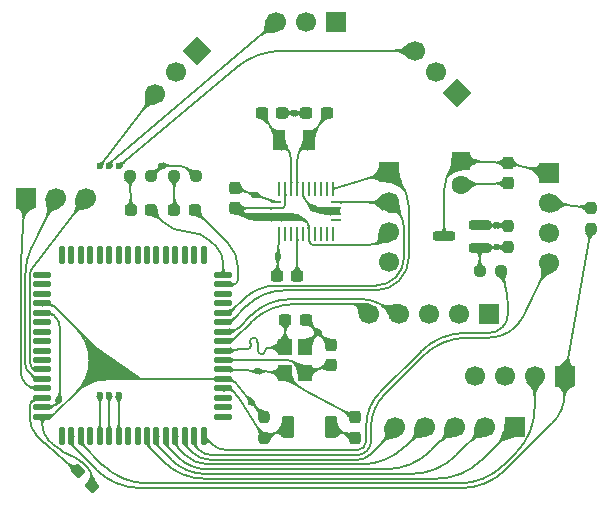
<source format=gtl>
%TF.GenerationSoftware,KiCad,Pcbnew,9.0.6*%
%TF.CreationDate,2026-02-04T04:17:41+01:00*%
%TF.ProjectId,lidar,6c696461-722e-46b6-9963-61645f706362,rev?*%
%TF.SameCoordinates,Original*%
%TF.FileFunction,Copper,L1,Top*%
%TF.FilePolarity,Positive*%
%FSLAX46Y46*%
G04 Gerber Fmt 4.6, Leading zero omitted, Abs format (unit mm)*
G04 Created by KiCad (PCBNEW 9.0.6) date 2026-02-04 04:17:41*
%MOMM*%
%LPD*%
G01*
G04 APERTURE LIST*
G04 Aperture macros list*
%AMRoundRect*
0 Rectangle with rounded corners*
0 $1 Rounding radius*
0 $2 $3 $4 $5 $6 $7 $8 $9 X,Y pos of 4 corners*
0 Add a 4 corners polygon primitive as box body*
4,1,4,$2,$3,$4,$5,$6,$7,$8,$9,$2,$3,0*
0 Add four circle primitives for the rounded corners*
1,1,$1+$1,$2,$3*
1,1,$1+$1,$4,$5*
1,1,$1+$1,$6,$7*
1,1,$1+$1,$8,$9*
0 Add four rect primitives between the rounded corners*
20,1,$1+$1,$2,$3,$4,$5,0*
20,1,$1+$1,$4,$5,$6,$7,0*
20,1,$1+$1,$6,$7,$8,$9,0*
20,1,$1+$1,$8,$9,$2,$3,0*%
%AMRotRect*
0 Rectangle, with rotation*
0 The origin of the aperture is its center*
0 $1 length*
0 $2 width*
0 $3 Rotation angle, in degrees counterclockwise*
0 Add horizontal line*
21,1,$1,$2,0,0,$3*%
G04 Aperture macros list end*
%TA.AperFunction,Conductor*%
%ADD10C,0.200000*%
%TD*%
%TA.AperFunction,Conductor*%
%ADD11C,0.010000*%
%TD*%
%TA.AperFunction,SMDPad,CuDef*%
%ADD12R,0.254000X1.175000*%
%TD*%
%TA.AperFunction,SMDPad,CuDef*%
%ADD13R,0.950000X0.254000*%
%TD*%
%TA.AperFunction,SMDPad,CuDef*%
%ADD14RoundRect,0.237500X0.300000X0.237500X-0.300000X0.237500X-0.300000X-0.237500X0.300000X-0.237500X0*%
%TD*%
%TA.AperFunction,SMDPad,CuDef*%
%ADD15R,1.000000X1.800000*%
%TD*%
%TA.AperFunction,SMDPad,CuDef*%
%ADD16RoundRect,0.237500X-0.250000X-0.237500X0.250000X-0.237500X0.250000X0.237500X-0.250000X0.237500X0*%
%TD*%
%TA.AperFunction,SMDPad,CuDef*%
%ADD17RoundRect,0.237500X-0.237500X0.300000X-0.237500X-0.300000X0.237500X-0.300000X0.237500X0.300000X0*%
%TD*%
%TA.AperFunction,SMDPad,CuDef*%
%ADD18RoundRect,0.137500X0.137500X-0.600000X0.137500X0.600000X-0.137500X0.600000X-0.137500X-0.600000X0*%
%TD*%
%TA.AperFunction,SMDPad,CuDef*%
%ADD19RoundRect,0.137500X0.600000X-0.137500X0.600000X0.137500X-0.600000X0.137500X-0.600000X-0.137500X0*%
%TD*%
%TA.AperFunction,SMDPad,CuDef*%
%ADD20RoundRect,0.237500X0.237500X-0.250000X0.237500X0.250000X-0.237500X0.250000X-0.237500X-0.250000X0*%
%TD*%
%TA.AperFunction,SMDPad,CuDef*%
%ADD21RoundRect,0.237500X0.237500X-0.300000X0.237500X0.300000X-0.237500X0.300000X-0.237500X-0.300000X0*%
%TD*%
%TA.AperFunction,ComponentPad*%
%ADD22R,1.700000X1.700000*%
%TD*%
%TA.AperFunction,ComponentPad*%
%ADD23C,1.700000*%
%TD*%
%TA.AperFunction,SMDPad,CuDef*%
%ADD24RoundRect,0.200000X0.750000X0.200000X-0.750000X0.200000X-0.750000X-0.200000X0.750000X-0.200000X0*%
%TD*%
%TA.AperFunction,SMDPad,CuDef*%
%ADD25RoundRect,0.237500X-0.300000X-0.237500X0.300000X-0.237500X0.300000X0.237500X-0.300000X0.237500X0*%
%TD*%
%TA.AperFunction,SMDPad,CuDef*%
%ADD26RoundRect,0.237500X0.380070X-0.044194X-0.044194X0.380070X-0.380070X0.044194X0.044194X-0.380070X0*%
%TD*%
%TA.AperFunction,SMDPad,CuDef*%
%ADD27RoundRect,0.237500X-0.287500X-0.237500X0.287500X-0.237500X0.287500X0.237500X-0.287500X0.237500X0*%
%TD*%
%TA.AperFunction,SMDPad,CuDef*%
%ADD28RoundRect,0.180000X-0.420000X0.520000X-0.420000X-0.520000X0.420000X-0.520000X0.420000X0.520000X0*%
%TD*%
%TA.AperFunction,ComponentPad*%
%ADD29RoundRect,0.250000X-0.550000X0.550000X-0.550000X-0.550000X0.550000X-0.550000X0.550000X0.550000X0*%
%TD*%
%TA.AperFunction,ComponentPad*%
%ADD30C,1.600000*%
%TD*%
%TA.AperFunction,ComponentPad*%
%ADD31RotRect,1.700000X1.700000X315.000000*%
%TD*%
%TA.AperFunction,SMDPad,CuDef*%
%ADD32RoundRect,0.237500X-0.237500X0.250000X-0.237500X-0.250000X0.237500X-0.250000X0.237500X0.250000X0*%
%TD*%
%TA.AperFunction,ComponentPad*%
%ADD33RotRect,1.700000X1.700000X225.000000*%
%TD*%
%TA.AperFunction,SMDPad,CuDef*%
%ADD34RoundRect,0.237500X0.250000X0.237500X-0.250000X0.237500X-0.250000X-0.237500X0.250000X-0.237500X0*%
%TD*%
%TA.AperFunction,SMDPad,CuDef*%
%ADD35RoundRect,0.165000X0.385000X0.735000X-0.385000X0.735000X-0.385000X-0.735000X0.385000X-0.735000X0*%
%TD*%
%TA.AperFunction,ViaPad*%
%ADD36C,0.600000*%
%TD*%
G04 APERTURE END LIST*
D10*
%TO.N,3V3*%
X149200000Y-100400000D02*
X149800000Y-100700000D01*
X145200000Y-100600000D01*
X144600000Y-100300000D01*
X149200000Y-100400000D01*
%TA.AperFunction,Conductor*%
G36*
X149200000Y-100400000D02*
G01*
X149800000Y-100700000D01*
X145200000Y-100600000D01*
X144600000Y-100300000D01*
X149200000Y-100400000D01*
G37*
%TD.AperFunction*%
D11*
X132000000Y-111300000D02*
X136100000Y-114200000D01*
X133700000Y-114200000D01*
X132300000Y-114300000D01*
X131200000Y-114800000D01*
X131100000Y-114700000D01*
X131400000Y-114200000D01*
X131700000Y-112600000D01*
X131300000Y-110900000D01*
X131400000Y-110800000D01*
X132000000Y-111300000D01*
%TA.AperFunction,Conductor*%
G36*
X132000000Y-111300000D02*
G01*
X136100000Y-114200000D01*
X133700000Y-114200000D01*
X132300000Y-114300000D01*
X131200000Y-114800000D01*
X131100000Y-114700000D01*
X131400000Y-114200000D01*
X131700000Y-112600000D01*
X131300000Y-110900000D01*
X131400000Y-110800000D01*
X132000000Y-111300000D01*
G37*
%TD.AperFunction*%
D10*
%TO.N,GND*%
X152817216Y-100200000D02*
X151400000Y-100100000D01*
X150917216Y-99800000D01*
X152817216Y-99800000D01*
X152817216Y-100200000D01*
%TA.AperFunction,Conductor*%
G36*
X152817216Y-100200000D02*
G01*
X151400000Y-100100000D01*
X150917216Y-99800000D01*
X152817216Y-99800000D01*
X152817216Y-100200000D01*
G37*
%TD.AperFunction*%
%TD*%
D12*
%TO.P,U2,1,PIN1*%
%TO.N,unconnected-(U2-PIN1-Pad1)*%
X147750000Y-98087500D03*
D13*
%TO.P,U2,2,GND*%
%TO.N,GND*%
X147475000Y-99250000D03*
%TO.P,U2,3,VDD*%
%TO.N,3V3*%
X147475000Y-99750000D03*
%TO.P,U2,4,~{BOOT_LOAD_PIN}*%
X147475000Y-100250000D03*
%TO.P,U2,5,PS1*%
X147475000Y-100750000D03*
D12*
%TO.P,U2,6,PS0*%
%TO.N,GND*%
X147750000Y-101912500D03*
%TO.P,U2,7,PIN7*%
%TO.N,unconnected-(U2-PIN7-Pad7)*%
X148250000Y-101912500D03*
%TO.P,U2,8,PIN8*%
%TO.N,unconnected-(U2-PIN8-Pad8)*%
X148750000Y-101912500D03*
%TO.P,U2,9,CAP*%
%TO.N,Net-(U2-CAP)*%
X149250000Y-101912500D03*
%TO.P,U2,10,BL_IND*%
%TO.N,unconnected-(U2-BL_IND-Pad10)*%
X149750000Y-101912500D03*
%TO.P,U2,11,~{RESET}*%
%TO.N,3V3*%
X150250000Y-101912500D03*
%TO.P,U2,12,PIN12*%
%TO.N,unconnected-(U2-PIN12-Pad12)*%
X150750000Y-101912500D03*
%TO.P,U2,13,PIN13*%
%TO.N,unconnected-(U2-PIN13-Pad13)*%
X151250000Y-101912500D03*
%TO.P,U2,14,INT*%
%TO.N,unconnected-(U2-INT-Pad14)*%
X151750000Y-101912500D03*
%TO.P,U2,15,PIN15*%
%TO.N,unconnected-(U2-PIN15-Pad15)*%
X152250000Y-101912500D03*
D13*
%TO.P,U2,16,PIN16*%
%TO.N,unconnected-(U2-PIN16-Pad16)*%
X152525000Y-100750000D03*
%TO.P,U2,17,COM3*%
%TO.N,GND*%
X152525000Y-100250000D03*
%TO.P,U2,18,COM2*%
X152525000Y-99750000D03*
%TO.P,U2,19,COM1*%
%TO.N,TX1*%
X152525000Y-99250000D03*
D12*
%TO.P,U2,20,COM0*%
%TO.N,RX1*%
X152250000Y-98087500D03*
%TO.P,U2,21,PIN21*%
%TO.N,unconnected-(U2-PIN21-Pad21)*%
X151750000Y-98087500D03*
%TO.P,U2,22,PIN22*%
%TO.N,unconnected-(U2-PIN22-Pad22)*%
X151250000Y-98087500D03*
%TO.P,U2,23,PIN23*%
%TO.N,unconnected-(U2-PIN23-Pad23)*%
X150750000Y-98087500D03*
%TO.P,U2,24,PIN24*%
%TO.N,unconnected-(U2-PIN24-Pad24)*%
X150250000Y-98087500D03*
%TO.P,U2,25,GNDIO*%
%TO.N,GND*%
X149750000Y-98087500D03*
%TO.P,U2,26,XOUT32*%
%TO.N,Net-(U2-XOUT32)*%
X149250000Y-98087500D03*
%TO.P,U2,27,XIN32*%
%TO.N,Net-(U2-XIN32)*%
X148750000Y-98087500D03*
%TO.P,U2,28,VDDIO*%
%TO.N,3V3*%
X148250000Y-98087500D03*
%TD*%
D14*
%TO.P,C9,1*%
%TO.N,Net-(U2-XOUT32)*%
X151762500Y-91700000D03*
%TO.P,C9,2*%
%TO.N,GND*%
X150037500Y-91700000D03*
%TD*%
D15*
%TO.P,Y2,1,1*%
%TO.N,Net-(U2-XIN32)*%
X147750000Y-94000000D03*
%TO.P,Y2,2,2*%
%TO.N,Net-(U2-XOUT32)*%
X150250000Y-94000000D03*
%TD*%
D16*
%TO.P,R3,1*%
%TO.N,Net-(D2-K)*%
X135075000Y-97037500D03*
%TO.P,R3,2*%
%TO.N,GND*%
X136900000Y-97037500D03*
%TD*%
D17*
%TO.P,C8,1*%
%TO.N,GND*%
X144000000Y-98025000D03*
%TO.P,C8,2*%
%TO.N,3V3*%
X144000000Y-99750000D03*
%TD*%
D18*
%TO.P,U1,1,~{PEN}*%
%TO.N,unconnected-(U1-~{PEN}-Pad1)*%
X129337500Y-119062500D03*
%TO.P,U1,2,PE0*%
%TO.N,RX0*%
X130137500Y-119062500D03*
%TO.P,U1,3,PE1*%
%TO.N,TX0*%
X130937500Y-119062500D03*
%TO.P,U1,4,PE2*%
%TO.N,unconnected-(U1-PE2-Pad4)*%
X131737500Y-119062500D03*
%TO.P,U1,5,PE3*%
%TO.N,SERVO_A_PWM*%
X132537500Y-119062500D03*
%TO.P,U1,6,PE4*%
%TO.N,SERVO_B_PWM*%
X133337500Y-119062500D03*
%TO.P,U1,7,PE5*%
%TO.N,SERVO_C_PWM*%
X134137500Y-119062500D03*
%TO.P,U1,8,PE6*%
%TO.N,unconnected-(U1-PE6-Pad8)*%
X134937500Y-119062500D03*
%TO.P,U1,9,PE7*%
%TO.N,unconnected-(U1-PE7-Pad9)*%
X135737500Y-119062500D03*
%TO.P,U1,10,PB0*%
%TO.N,DEBUG_0*%
X136537500Y-119062500D03*
%TO.P,U1,11,PB1*%
%TO.N,DEBUG_1*%
X137337500Y-119062500D03*
%TO.P,U1,12,PB2*%
%TO.N,DEBUG_2*%
X138137500Y-119062500D03*
%TO.P,U1,13,PB3*%
%TO.N,DEBUG_3*%
X138937500Y-119062500D03*
%TO.P,U1,14,PB4*%
%TO.N,DEBUG_4*%
X139737500Y-119062500D03*
%TO.P,U1,15,PB5*%
%TO.N,LIDAR_PWM*%
X140537500Y-119062500D03*
%TO.P,U1,16,PB6*%
%TO.N,LIDAR_EN*%
X141337500Y-119062500D03*
D19*
%TO.P,U1,17,PB7*%
%TO.N,unconnected-(U1-PB7-Pad17)*%
X143000000Y-117400000D03*
%TO.P,U1,18,PG3*%
%TO.N,unconnected-(U1-PG3-Pad18)*%
X143000000Y-116600000D03*
%TO.P,U1,19,PG4*%
%TO.N,unconnected-(U1-PG4-Pad19)*%
X143000000Y-115800000D03*
%TO.P,U1,20,~{RESET}*%
%TO.N,RST*%
X143000000Y-115000000D03*
%TO.P,U1,21,VCC*%
%TO.N,3V3*%
X143000000Y-114200000D03*
%TO.P,U1,22,GND*%
%TO.N,GND*%
X143000000Y-113400000D03*
%TO.P,U1,23,XTAL2*%
%TO.N,Net-(U1-XTAL2)*%
X143000000Y-112600000D03*
%TO.P,U1,24,XTAL1*%
%TO.N,Net-(U1-XTAL1)*%
X143000000Y-111800000D03*
%TO.P,U1,25,PD0*%
%TO.N,SCL*%
X143000000Y-111000000D03*
%TO.P,U1,26,PD1*%
%TO.N,SDA*%
X143000000Y-110200000D03*
%TO.P,U1,27,PD2*%
%TO.N,RX1*%
X143000000Y-109400000D03*
%TO.P,U1,28,PD3*%
%TO.N,TX1*%
X143000000Y-108600000D03*
%TO.P,U1,29,PD4*%
%TO.N,unconnected-(U1-PD4-Pad29)*%
X143000000Y-107800000D03*
%TO.P,U1,30,PD5*%
%TO.N,unconnected-(U1-PD5-Pad30)*%
X143000000Y-107000000D03*
%TO.P,U1,31,PD6*%
%TO.N,D1*%
X143000000Y-106200000D03*
%TO.P,U1,32,PD7*%
%TO.N,D2*%
X143000000Y-105400000D03*
D18*
%TO.P,U1,33,PG0*%
%TO.N,unconnected-(U1-PG0-Pad33)*%
X141337500Y-103737500D03*
%TO.P,U1,34,PG1*%
%TO.N,unconnected-(U1-PG1-Pad34)*%
X140537500Y-103737500D03*
%TO.P,U1,35,PC0*%
%TO.N,unconnected-(U1-PC0-Pad35)*%
X139737500Y-103737500D03*
%TO.P,U1,36,PC1*%
%TO.N,unconnected-(U1-PC1-Pad36)*%
X138937500Y-103737500D03*
%TO.P,U1,37,PC2*%
%TO.N,unconnected-(U1-PC2-Pad37)*%
X138137500Y-103737500D03*
%TO.P,U1,38,PC3*%
%TO.N,unconnected-(U1-PC3-Pad38)*%
X137337500Y-103737500D03*
%TO.P,U1,39,PC4*%
%TO.N,unconnected-(U1-PC4-Pad39)*%
X136537500Y-103737500D03*
%TO.P,U1,40,PC5*%
%TO.N,unconnected-(U1-PC5-Pad40)*%
X135737500Y-103737500D03*
%TO.P,U1,41,PC6*%
%TO.N,unconnected-(U1-PC6-Pad41)*%
X134937500Y-103737500D03*
%TO.P,U1,42,PC7*%
%TO.N,unconnected-(U1-PC7-Pad42)*%
X134137500Y-103737500D03*
%TO.P,U1,43,PG2*%
%TO.N,unconnected-(U1-PG2-Pad43)*%
X133337500Y-103737500D03*
%TO.P,U1,44,PA7*%
%TO.N,unconnected-(U1-PA7-Pad44)*%
X132537500Y-103737500D03*
%TO.P,U1,45,PA6*%
%TO.N,unconnected-(U1-PA6-Pad45)*%
X131737500Y-103737500D03*
%TO.P,U1,46,PA5*%
%TO.N,unconnected-(U1-PA5-Pad46)*%
X130937500Y-103737500D03*
%TO.P,U1,47,PA4*%
%TO.N,unconnected-(U1-PA4-Pad47)*%
X130137500Y-103737500D03*
%TO.P,U1,48,PA3*%
%TO.N,unconnected-(U1-PA3-Pad48)*%
X129337500Y-103737500D03*
D19*
%TO.P,U1,49,PA2*%
%TO.N,unconnected-(U1-PA2-Pad49)*%
X127675000Y-105400000D03*
%TO.P,U1,50,PA1*%
%TO.N,unconnected-(U1-PA1-Pad50)*%
X127675000Y-106200000D03*
%TO.P,U1,51,PA0*%
%TO.N,unconnected-(U1-PA0-Pad51)*%
X127675000Y-107000000D03*
%TO.P,U1,52,VCC*%
%TO.N,3V3*%
X127675000Y-107800000D03*
%TO.P,U1,53,GND*%
%TO.N,GND*%
X127675000Y-108600000D03*
%TO.P,U1,54,PF7*%
%TO.N,unconnected-(U1-PF7-Pad54)*%
X127675000Y-109400000D03*
%TO.P,U1,55,PF6*%
%TO.N,unconnected-(U1-PF6-Pad55)*%
X127675000Y-110200000D03*
%TO.P,U1,56,PF5*%
%TO.N,unconnected-(U1-PF5-Pad56)*%
X127675000Y-111000000D03*
%TO.P,U1,57,PF4*%
%TO.N,unconnected-(U1-PF4-Pad57)*%
X127675000Y-111800000D03*
%TO.P,U1,58,PF3*%
%TO.N,unconnected-(U1-PF3-Pad58)*%
X127675000Y-112600000D03*
%TO.P,U1,59,PF2*%
%TO.N,ADC2*%
X127675000Y-113400000D03*
%TO.P,U1,60,PF1*%
%TO.N,ADC1*%
X127675000Y-114200000D03*
%TO.P,U1,61,PF0*%
%TO.N,ADC0*%
X127675000Y-115000000D03*
%TO.P,U1,62,AREF*%
%TO.N,Net-(U1-AREF)*%
X127675000Y-115800000D03*
%TO.P,U1,63,GND*%
%TO.N,GND*%
X127675000Y-116600000D03*
%TO.P,U1,64,AVCC*%
%TO.N,3V3*%
X127675000Y-117400000D03*
%TD*%
D20*
%TO.P,R4,1*%
%TO.N,GND*%
X167100000Y-103048750D03*
%TO.P,R4,2*%
%TO.N,5V*%
X167100000Y-101223750D03*
%TD*%
D21*
%TO.P,C3,1*%
%TO.N,Net-(U1-XTAL2)*%
X152087500Y-113050000D03*
%TO.P,C3,2*%
%TO.N,GND*%
X152087500Y-111325000D03*
%TD*%
D22*
%TO.P,J8,1,Pin_1*%
%TO.N,RX1*%
X157020000Y-96710000D03*
D23*
%TO.P,J8,2,Pin_2*%
%TO.N,TX1*%
X157020000Y-99250000D03*
%TO.P,J8,3,Pin_3*%
%TO.N,3V3*%
X157020000Y-101790000D03*
%TO.P,J8,4,Pin_4*%
%TO.N,GND*%
X157020000Y-104330000D03*
%TD*%
D24*
%TO.P,Q1,1,G*%
%TO.N,GND*%
X164700000Y-103086250D03*
%TO.P,Q1,2,S*%
%TO.N,5V*%
X164700000Y-101186250D03*
%TO.P,Q1,3,D*%
%TO.N,Net-(J2-Pin_1)*%
X161700000Y-102136250D03*
%TD*%
D25*
%TO.P,C10,1*%
%TO.N,Net-(U2-XIN32)*%
X146237500Y-91700000D03*
%TO.P,C10,2*%
%TO.N,GND*%
X147962500Y-91700000D03*
%TD*%
D26*
%TO.P,C4,1*%
%TO.N,3V3*%
X131909880Y-123239880D03*
%TO.P,C4,2*%
%TO.N,Net-(U1-AREF)*%
X130690120Y-122020120D03*
%TD*%
D27*
%TO.P,D2,1,K*%
%TO.N,Net-(D2-K)*%
X135162500Y-99937500D03*
%TO.P,D2,2,A*%
%TO.N,D2*%
X136912500Y-99937500D03*
%TD*%
D20*
%TO.P,R6,1*%
%TO.N,RX0*%
X174100000Y-101518750D03*
%TO.P,R6,2*%
%TO.N,Net-(J2-Pin_2)*%
X174100000Y-99693750D03*
%TD*%
D28*
%TO.P,Y1,1,1*%
%TO.N,Net-(U1-XTAL1)*%
X148187500Y-111487500D03*
%TO.P,Y1,2,2*%
%TO.N,GND*%
X148187500Y-113687500D03*
%TO.P,Y1,3,3*%
%TO.N,Net-(U1-XTAL2)*%
X149887500Y-113687500D03*
%TO.P,Y1,4,4*%
%TO.N,GND*%
X149887500Y-111487500D03*
%TD*%
D22*
%TO.P,G1,1,3V3*%
%TO.N,3V3*%
X165480000Y-108700000D03*
D23*
%TO.P,G1,2,5V*%
%TO.N,5V*%
X162940000Y-108700000D03*
%TO.P,G1,3,GND*%
%TO.N,GND*%
X160400000Y-108700000D03*
%TO.P,G1,4,SDA*%
%TO.N,SDA*%
X157860000Y-108700000D03*
%TO.P,G1,5,SCL*%
%TO.N,SCL*%
X155320000Y-108700000D03*
%TD*%
D29*
%TO.P,C5,1*%
%TO.N,Net-(J2-Pin_1)*%
X163100000Y-95747500D03*
D30*
%TO.P,C5,2*%
%TO.N,GND*%
X163100000Y-97747500D03*
%TD*%
D31*
%TO.P,J4,1,Pin_1*%
%TO.N,GND*%
X140796051Y-86460000D03*
D23*
%TO.P,J4,2,Pin_2*%
%TO.N,5V*%
X139000000Y-88256051D03*
%TO.P,J4,3,Pin_3*%
%TO.N,SERVO_A_PWM*%
X137203949Y-90052102D03*
%TD*%
D22*
%TO.P,J2,1,Pin_1*%
%TO.N,Net-(J2-Pin_1)*%
X170600000Y-96766250D03*
D23*
%TO.P,J2,2,Pin_2*%
%TO.N,Net-(J2-Pin_2)*%
X170600000Y-99306250D03*
%TO.P,J2,3,Pin_3*%
%TO.N,GND*%
X170600000Y-101846250D03*
%TO.P,J2,4,Pin_4*%
%TO.N,LIDAR_PWM*%
X170600000Y-104386250D03*
%TD*%
D22*
%TO.P,J7,1,Pin_1*%
%TO.N,DEBUG_0*%
X167660000Y-118270000D03*
D23*
%TO.P,J7,2,Pin_2*%
%TO.N,DEBUG_1*%
X165120000Y-118270000D03*
%TO.P,J7,3,Pin_3*%
%TO.N,DEBUG_2*%
X162580000Y-118270000D03*
%TO.P,J7,4,Pin_4*%
%TO.N,DEBUG_3*%
X160040000Y-118270000D03*
%TO.P,J7,5,Pin_5*%
%TO.N,DEBUG_4*%
X157500000Y-118270000D03*
%TD*%
D17*
%TO.P,C1,1*%
%TO.N,GND*%
X154162500Y-117437500D03*
%TO.P,C1,2*%
%TO.N,Net-(C1-Pad2)*%
X154162500Y-119162500D03*
%TD*%
%TO.P,C6,1*%
%TO.N,Net-(J2-Pin_1)*%
X167100000Y-95885000D03*
%TO.P,C6,2*%
%TO.N,GND*%
X167100000Y-97610000D03*
%TD*%
D16*
%TO.P,R2,1*%
%TO.N,Net-(D1-K)*%
X138825000Y-97037500D03*
%TO.P,R2,2*%
%TO.N,GND*%
X140650000Y-97037500D03*
%TD*%
D32*
%TO.P,R1,1*%
%TO.N,3V3*%
X146462500Y-117387500D03*
%TO.P,R1,2*%
%TO.N,RST*%
X146462500Y-119212500D03*
%TD*%
D25*
%TO.P,C2,1*%
%TO.N,Net-(U1-XTAL1)*%
X148252500Y-109197500D03*
%TO.P,C2,2*%
%TO.N,GND*%
X149977500Y-109197500D03*
%TD*%
D22*
%TO.P,J3,1,Pin_1*%
%TO.N,ADC0*%
X126260000Y-98910000D03*
D23*
%TO.P,J3,2,Pin_2*%
%TO.N,ADC1*%
X128800000Y-98910000D03*
%TO.P,J3,3,Pin_3*%
%TO.N,ADC2*%
X131340000Y-98910000D03*
%TD*%
D14*
%TO.P,C7,1*%
%TO.N,Net-(U2-CAP)*%
X149252500Y-105500000D03*
%TO.P,C7,2*%
%TO.N,GND*%
X147527500Y-105500000D03*
%TD*%
D33*
%TO.P,J6,1,Pin_1*%
%TO.N,GND*%
X162796051Y-90000000D03*
D23*
%TO.P,J6,2,Pin_2*%
%TO.N,5V*%
X161000000Y-88203949D03*
%TO.P,J6,3,Pin_3*%
%TO.N,SERVO_C_PWM*%
X159203949Y-86407898D03*
%TD*%
D22*
%TO.P,J5,1,Pin_1*%
%TO.N,GND*%
X152540000Y-84000000D03*
D23*
%TO.P,J5,2,Pin_2*%
%TO.N,5V*%
X150000000Y-84000000D03*
%TO.P,J5,3,Pin_3*%
%TO.N,SERVO_B_PWM*%
X147460000Y-84000000D03*
%TD*%
D22*
%TO.P,J1,1,Pin_1*%
%TO.N,RX0*%
X171900000Y-113980000D03*
D23*
%TO.P,J1,2,Pin_2*%
%TO.N,TX0*%
X169360000Y-113980000D03*
%TO.P,J1,3,Pin_3*%
%TO.N,3V3*%
X166820000Y-113980000D03*
%TO.P,J1,4,Pin_4*%
%TO.N,GND*%
X164280000Y-113980000D03*
%TD*%
D34*
%TO.P,R5,1*%
%TO.N,LIDAR_EN*%
X166525000Y-105098750D03*
%TO.P,R5,2*%
%TO.N,GND*%
X164700000Y-105098750D03*
%TD*%
D35*
%TO.P,SW1,1,1*%
%TO.N,Net-(C1-Pad2)*%
X152150000Y-118300000D03*
%TO.P,SW1,2,2*%
%TO.N,RST*%
X148450000Y-118300000D03*
%TD*%
D27*
%TO.P,D1,1,K*%
%TO.N,Net-(D1-K)*%
X138862500Y-99937500D03*
%TO.P,D1,2,A*%
%TO.N,D1*%
X140612500Y-99937500D03*
%TD*%
D36*
%TO.N,GND*%
X166130000Y-103063906D03*
X147632936Y-103800000D03*
X151023164Y-110251836D03*
X145937500Y-113562801D03*
X137800000Y-96137500D03*
X149000000Y-91700000D03*
X145700000Y-98624281D03*
X129081985Y-115944485D03*
X150596000Y-99750000D03*
%TO.N,3V3*%
X145379413Y-116120587D03*
%TO.N,5V*%
X166140000Y-101208750D03*
%TO.N,SERVO_A_PWM*%
X132537500Y-96200000D03*
X132537500Y-115600000D03*
%TO.N,SERVO_B_PWM*%
X133337500Y-96200000D03*
X133337500Y-115600000D03*
%TO.N,SERVO_C_PWM*%
X134137500Y-115600000D03*
X134137500Y-96200000D03*
%TD*%
D10*
%TO.N,GND*%
X129081985Y-115944485D02*
X129081985Y-116000000D01*
X140200000Y-96587500D02*
X140650000Y-97037500D01*
X149000000Y-91700000D02*
X147962500Y-91700000D01*
X147632936Y-103800000D02*
X147527500Y-105500000D01*
X149000000Y-91700000D02*
X150037500Y-91700000D01*
X163100000Y-97747500D02*
X167100000Y-97610000D01*
X129042729Y-116094769D02*
X128809742Y-116327757D01*
X128056250Y-108600000D02*
X127675000Y-108600000D01*
X145937500Y-113562801D02*
X143000000Y-113400000D01*
X150042893Y-99196893D02*
X150596000Y-99750000D01*
X129137500Y-115849714D02*
X129137500Y-109794974D01*
X164700000Y-103086250D02*
X164700000Y-105098750D01*
X147632936Y-103800000D02*
X147750000Y-101912500D01*
X145700000Y-98624281D02*
X144000000Y-98025000D01*
X149750000Y-98087500D02*
X149750000Y-98489786D01*
X145937500Y-113562801D02*
X147436520Y-113645879D01*
X164700000Y-103086250D02*
X167100000Y-103048750D01*
X145700000Y-98624281D02*
X147475000Y-99250000D01*
X151023164Y-110251836D02*
X152087500Y-111325000D01*
X129109742Y-115916727D02*
X129081985Y-115944485D01*
X150596000Y-99750000D02*
X152525000Y-99750000D01*
X128787500Y-108950000D02*
X128707084Y-108869584D01*
X151023164Y-110251836D02*
X149977500Y-109197500D01*
X139113603Y-96137500D02*
X137800000Y-96137500D01*
X149864154Y-115152989D02*
X154162500Y-117437500D01*
X151023164Y-110251836D02*
X149887500Y-111487500D01*
X151810500Y-100250000D02*
X152525000Y-100250000D01*
X128152490Y-116600000D02*
X127675000Y-116600000D01*
X137800000Y-96137500D02*
X136900000Y-97037500D01*
X150590772Y-99744772D02*
G75*
G03*
X151810500Y-100249987I1219728J1219772D01*
G01*
X128707084Y-108869584D02*
G75*
G03*
X128056250Y-108600030I-650784J-650816D01*
G01*
X128787500Y-108950000D02*
G75*
G02*
X129137510Y-109794974I-845000J-845000D01*
G01*
X129137500Y-115849714D02*
G75*
G02*
X129109741Y-115916726I-94800J14D01*
G01*
X140200000Y-96587500D02*
G75*
G03*
X139113603Y-96137498I-1086400J-1086400D01*
G01*
X129081985Y-116000000D02*
G75*
G02*
X129042722Y-116094762I-133985J0D01*
G01*
X147436520Y-113645879D02*
G75*
G02*
X148693727Y-114243771I-101720J-1834621D01*
G01*
X128809742Y-116327757D02*
G75*
G02*
X128152490Y-116599991I-657242J657257D01*
G01*
X150042893Y-99196893D02*
G75*
G02*
X149750010Y-98489786I707107J707093D01*
G01*
X148693750Y-114243750D02*
G75*
G03*
X149864155Y-115152987I3202950J2915050D01*
G01*
%TO.N,Net-(C1-Pad2)*%
X152150000Y-118300000D02*
X154162500Y-119162500D01*
%TO.N,Net-(U1-XTAL1)*%
X145016238Y-111678541D02*
X144896456Y-111685755D01*
X144896456Y-111685755D02*
X144579584Y-111704844D01*
X145892962Y-111265073D02*
X145907393Y-111504638D01*
X145620037Y-110725740D02*
X145500254Y-110732956D01*
X145914608Y-111624420D02*
X145914608Y-111624417D01*
X145907393Y-111504638D02*
X145914608Y-111624417D01*
X146753092Y-111573910D02*
X148187500Y-111487500D01*
X145914608Y-111624419D02*
X145914609Y-111624419D01*
X146170461Y-112067347D02*
X146323920Y-112058102D01*
X145874034Y-110950874D02*
X145892962Y-111265073D01*
X148187500Y-111487500D02*
X148252500Y-109197500D01*
X145016238Y-111678541D02*
X145076129Y-111674934D01*
X144579584Y-111704844D02*
X143826058Y-111750237D01*
X145301263Y-111420937D02*
X145275120Y-110986954D01*
X145928363Y-111852760D02*
X145914608Y-111624420D01*
X143826058Y-111750237D02*
X143000000Y-111800000D01*
X145500254Y-110732956D02*
G75*
G03*
X145275156Y-110986952I14446J-239544D01*
G01*
X145620037Y-110725740D02*
G75*
G02*
X145874062Y-110950872I14463J-239560D01*
G01*
X146538505Y-111816007D02*
G75*
G02*
X146323920Y-112058109I-228305J-13793D01*
G01*
X146753092Y-111573910D02*
G75*
G03*
X146538410Y-111816013I13708J-228390D01*
G01*
X145301263Y-111420937D02*
G75*
G02*
X145076131Y-111674965I-239563J-14463D01*
G01*
X145914610Y-111624421D02*
X145914608Y-111624420D01*
X145914609Y-111624419D02*
X145914610Y-111624421D01*
X145928363Y-111852760D02*
G75*
G03*
X146170460Y-112067337I228337J13760D01*
G01*
X145914610Y-111624421D02*
X145914608Y-111624419D01*
X145914608Y-111624417D02*
X145914610Y-111624421D01*
%TO.N,Net-(U1-XTAL2)*%
X148369903Y-112600000D02*
X143000000Y-112600000D01*
X149887500Y-113687500D02*
X152087500Y-113050000D01*
X149104124Y-112904124D02*
X149887500Y-113687500D01*
X149104124Y-112904124D02*
G75*
G03*
X148369903Y-112599984I-734224J-734176D01*
G01*
%TO.N,3V3*%
X147475000Y-100250000D02*
X144853553Y-100250000D01*
X147198000Y-99750000D02*
X144353553Y-99750000D01*
X147752000Y-99750000D02*
X147198000Y-99750000D01*
X131909880Y-122691165D02*
X131909880Y-123239880D01*
X148805787Y-100250000D02*
X147475000Y-100250000D01*
X130570145Y-109970145D02*
X134800000Y-114200000D01*
X128589759Y-119749759D02*
X128182349Y-119342349D01*
X150250000Y-101340658D02*
X150250000Y-101912500D01*
X149827000Y-100673000D02*
X150077000Y-100923000D01*
X156465000Y-102345000D02*
X157020000Y-101790000D01*
X145707106Y-100750000D02*
X147475000Y-100750000D01*
X134800000Y-114200000D02*
X143000000Y-114200000D01*
X145379413Y-116120587D02*
X143977115Y-114480285D01*
X149659341Y-100750000D02*
X147475000Y-100750000D01*
X148250000Y-99372729D02*
X148250000Y-98087500D01*
X143368749Y-114200000D02*
X142631250Y-114200000D01*
X150694701Y-102900000D02*
X155125111Y-102900000D01*
X150250000Y-102455298D02*
X150250000Y-101912500D01*
X147752000Y-99750000D02*
X147872729Y-99750000D01*
X127675000Y-117800000D02*
X127675000Y-118117500D01*
X131041586Y-121274156D02*
X131521879Y-121754449D01*
X134800000Y-114200000D02*
X133237500Y-114200000D01*
X130570145Y-115304854D02*
X128757842Y-117117157D01*
X145379413Y-116120587D02*
X146462500Y-117387500D01*
X128037500Y-107800000D02*
X127675000Y-107800000D01*
X130570145Y-109970145D02*
X128656326Y-108056326D01*
X129443462Y-120354508D02*
X130372355Y-120800083D01*
X144250000Y-100000000D02*
X144500000Y-100250000D01*
X150250000Y-101340658D02*
G75*
G03*
X150076988Y-100923012I-590700J-42D01*
G01*
X127675000Y-118117500D02*
G75*
G03*
X128182349Y-119342349I1732200J0D01*
G01*
X144500000Y-100250000D02*
G75*
G03*
X145707106Y-100749997I1207100J1207100D01*
G01*
X144353553Y-99750000D02*
G75*
G03*
X144250080Y-99999920I47J-146400D01*
G01*
X148139500Y-99639500D02*
G75*
G02*
X147872729Y-99750012I-266800J266800D01*
G01*
X131521879Y-121754449D02*
G75*
G02*
X131909915Y-122691165I-936679J-936751D01*
G01*
X144250000Y-100000000D02*
G75*
G02*
X144353553Y-99749887I103600J103600D01*
G01*
X150077000Y-100923000D02*
G75*
G03*
X149659341Y-100749983I-417700J-417700D01*
G01*
X156465000Y-102345000D02*
G75*
G02*
X155125111Y-102900005I-1339900J1339900D01*
G01*
X128589759Y-119749759D02*
G75*
G03*
X129443464Y-120354504I2198241J2198259D01*
G01*
X131675000Y-112637500D02*
G75*
G03*
X130570143Y-109970147I-3772200J0D01*
G01*
X130570145Y-115304854D02*
G75*
G03*
X131675002Y-112637500I-2667345J2667354D01*
G01*
X144250000Y-100000000D02*
X144250000Y-100000000D01*
X128075000Y-117400000D02*
G75*
G03*
X127675000Y-117800000I0J-400000D01*
G01*
X150250000Y-102455298D02*
G75*
G03*
X150380250Y-102769750I444700J-2D01*
G01*
X133237500Y-114200000D02*
G75*
G03*
X130570147Y-115304856I0J-3772200D01*
G01*
X148250000Y-99372729D02*
G75*
G02*
X148139491Y-99639491I-377300J29D01*
G01*
X150380250Y-102769750D02*
G75*
G03*
X150694701Y-102899999I314450J314450D01*
G01*
X144250000Y-100000000D02*
G75*
G03*
X144853553Y-100250019I603600J603600D01*
G01*
X128757842Y-117117157D02*
G75*
G02*
X128075000Y-117399995I-682842J682857D01*
G01*
X128656326Y-108056326D02*
G75*
G03*
X128037500Y-107799985I-618826J-618774D01*
G01*
X143977115Y-114480285D02*
G75*
G03*
X143368749Y-114200046I-608315J-520115D01*
G01*
X150077000Y-100923000D02*
G75*
G02*
X150250017Y-101340658I-417700J-417700D01*
G01*
X130372355Y-120800083D02*
G75*
G02*
X131041579Y-121274163I-1054055J-2197317D01*
G01*
X149827000Y-100673000D02*
G75*
G03*
X148805787Y-100250005I-1021200J-1021200D01*
G01*
%TO.N,Net-(U1-AREF)*%
X126636500Y-117622945D02*
X126636500Y-116442006D01*
X129712560Y-121252560D02*
X130690120Y-122020120D01*
X127394278Y-115800000D02*
X127675000Y-115800000D01*
X126915055Y-115998500D02*
X126753131Y-116160428D01*
X127176415Y-118926415D02*
X127856145Y-119606145D01*
X127394278Y-115800000D02*
G75*
G03*
X126915071Y-115998516I22J-677700D01*
G01*
X126636500Y-117622945D02*
G75*
G03*
X127176434Y-118926396I1843400J45D01*
G01*
X127856145Y-119606145D02*
G75*
G03*
X129712559Y-121252561I14659455J14659445D01*
G01*
X126753131Y-116160428D02*
G75*
G03*
X126636499Y-116442006I281569J-281572D01*
G01*
%TO.N,Net-(J2-Pin_1)*%
X162400000Y-96447500D02*
X163100000Y-95747500D01*
X161700000Y-98137449D02*
X161700000Y-102136250D01*
X167100000Y-95885000D02*
X170600000Y-96766250D01*
X163100000Y-95747500D02*
X167100000Y-95885000D01*
X162400000Y-96447500D02*
G75*
G03*
X161700021Y-98137449I1689900J-1689900D01*
G01*
%TO.N,Net-(U2-CAP)*%
X149251250Y-105498750D02*
X149252500Y-105500000D01*
X149250000Y-105495732D02*
X149250000Y-101912500D01*
X149250000Y-105495732D02*
G75*
G03*
X149251259Y-105498741I4300J32D01*
G01*
%TO.N,Net-(U2-XOUT32)*%
X150638519Y-93409193D02*
X151762500Y-91700000D01*
X149250000Y-95707106D02*
X149250000Y-98087500D01*
X149750000Y-94500000D02*
G75*
G03*
X149250003Y-95707106I1207100J-1207100D01*
G01*
X150638519Y-93409193D02*
G75*
G02*
X149749999Y-94499999I-5780919J3801593D01*
G01*
%TO.N,Net-(U2-XIN32)*%
X148250000Y-94500000D02*
X147750000Y-94000000D01*
X148750000Y-95707106D02*
X148750000Y-98087500D01*
X147750000Y-94000000D02*
X146237500Y-91700000D01*
X148250000Y-94500000D02*
G75*
G02*
X148749997Y-95707106I-1207100J-1207100D01*
G01*
%TO.N,Net-(D1-K)*%
X138862500Y-99937500D02*
X138825000Y-97037500D01*
%TO.N,D1*%
X144237500Y-104767222D02*
X144237500Y-105810684D01*
X143848184Y-106200000D02*
X143000000Y-106200000D01*
X143385632Y-102710632D02*
X140612500Y-99937500D01*
X144237500Y-105810684D02*
G75*
G02*
X144123477Y-106085977I-389300J-16D01*
G01*
X143385632Y-102710632D02*
G75*
G02*
X144237472Y-104767222I-2056632J-2056568D01*
G01*
X144123472Y-106085972D02*
G75*
G02*
X143848184Y-106199993I-275272J275272D01*
G01*
%TO.N,Net-(D2-K)*%
X135075000Y-97037500D02*
X135162500Y-99937500D01*
%TO.N,D2*%
X137855133Y-100880133D02*
X136912500Y-99937500D01*
X142363603Y-102963603D02*
X141994866Y-102594866D01*
X143000000Y-104500000D02*
X143000000Y-105400000D01*
X142363603Y-102963603D02*
G75*
G02*
X142999998Y-104500000I-1536403J-1536397D01*
G01*
X141994866Y-102594866D02*
G75*
G03*
X139925000Y-101737490I-2069866J-2069834D01*
G01*
X137855133Y-100880133D02*
G75*
G03*
X139925000Y-101737510I2069867J2069833D01*
G01*
%TO.N,SCL*%
X143368749Y-111000000D02*
X143000000Y-111000000D01*
X149114885Y-107850000D02*
X153868959Y-107850000D01*
X143998244Y-110739254D02*
X145312499Y-109425000D01*
X154895000Y-108275000D02*
X155320000Y-108700000D01*
X154895000Y-108275000D02*
G75*
G03*
X153868959Y-107850017I-1026000J-1026000D01*
G01*
X143998244Y-110739254D02*
G75*
G02*
X143368749Y-111000046I-629544J629454D01*
G01*
X149114885Y-107850000D02*
G75*
G03*
X145312503Y-109425004I15J-5377400D01*
G01*
%TO.N,5V*%
X166140000Y-101208750D02*
X164700000Y-101186250D01*
X166140000Y-101208750D02*
X167100000Y-101223750D01*
%TO.N,SDA*%
X145345898Y-108824499D02*
X144313486Y-109856912D01*
X156068762Y-107770577D02*
X157860000Y-108700000D01*
X148666649Y-107449000D02*
X154750776Y-107449000D01*
X143485199Y-110200000D02*
X143000000Y-110200000D01*
X148666649Y-107449000D02*
G75*
G03*
X145345885Y-108824486I-49J-4696200D01*
G01*
X144313486Y-109856912D02*
G75*
G02*
X143485199Y-110199992I-828286J828312D01*
G01*
X156068762Y-107770577D02*
G75*
G03*
X154750776Y-107449014I-1317962J-2540123D01*
G01*
%TO.N,TX0*%
X166778792Y-121453206D02*
X167766207Y-120465792D01*
X130937500Y-119343222D02*
X130937500Y-119062500D01*
X169360000Y-116618036D02*
X169360000Y-113980000D01*
X136614519Y-123047000D02*
X162931036Y-123047000D01*
X132766763Y-121453207D02*
X131136000Y-119822444D01*
X166778792Y-121453206D02*
G75*
G02*
X162931036Y-123047010I-3847792J3847806D01*
G01*
X132766763Y-121453207D02*
G75*
G03*
X136614519Y-123046971I3847737J3847807D01*
G01*
X130937500Y-119343222D02*
G75*
G03*
X131136016Y-119822428I677700J22D01*
G01*
X169360000Y-116618036D02*
G75*
G02*
X167766200Y-120465785I-5441600J36D01*
G01*
%TO.N,RX0*%
X171900000Y-115439550D02*
X171900000Y-113980000D01*
X130137500Y-119431249D02*
X130137500Y-119062500D01*
X171900000Y-113980000D02*
X174100000Y-101518750D01*
X132191708Y-121854207D02*
X130398245Y-120060744D01*
X136039464Y-123448000D02*
X163097136Y-123448000D01*
X170867942Y-117931157D02*
X166944892Y-121854207D01*
X171900000Y-115439550D02*
G75*
G02*
X170867925Y-117931140I-3523700J50D01*
G01*
X166944892Y-121854207D02*
G75*
G02*
X163097136Y-123448010I-3847792J3847807D01*
G01*
X130137500Y-119431249D02*
G75*
G03*
X130398228Y-120060761I890200J-51D01*
G01*
X132191708Y-121854207D02*
G75*
G03*
X136039464Y-123448010I3847792J3847807D01*
G01*
%TO.N,Net-(J2-Pin_2)*%
X170600000Y-99306250D02*
X174100000Y-99693750D01*
%TO.N,LIDAR_PWM*%
X140537500Y-119431249D02*
X140537500Y-119062500D01*
X140798245Y-120060744D02*
X140958000Y-120220499D01*
X156666700Y-115493298D02*
X159865207Y-112294792D01*
X155501000Y-119471802D02*
X155501000Y-118307550D01*
X165523350Y-110701000D02*
X163712963Y-110701000D01*
X141973178Y-120641000D02*
X154331802Y-120641000D01*
X168372277Y-108925621D02*
X170600000Y-104386250D01*
X140958000Y-120220499D02*
G75*
G03*
X141973178Y-120641009I1015200J1015199D01*
G01*
X168372277Y-108925621D02*
G75*
G02*
X165523350Y-110700959I-2848877J1398121D01*
G01*
X163712963Y-110701000D02*
G75*
G03*
X159865236Y-112294821I37J-5441500D01*
G01*
X156666700Y-115493298D02*
G75*
G03*
X155501048Y-118307550I2814300J-2814202D01*
G01*
X140537500Y-119431249D02*
G75*
G03*
X140798228Y-120060761I890200J-51D01*
G01*
X155501000Y-119471802D02*
G75*
G02*
X155158549Y-120298549I-1169200J2D01*
G01*
X155158550Y-120298550D02*
G75*
G02*
X154331802Y-120641001I-826750J826750D01*
G01*
%TO.N,ADC0*%
X125834500Y-105100956D02*
X125834500Y-113581298D01*
X126250028Y-114584472D02*
X126308663Y-114643107D01*
X126047250Y-100970000D02*
X126260000Y-98910000D01*
X127170278Y-115000000D02*
X127675000Y-115000000D01*
X126047250Y-100970000D02*
G75*
G03*
X125834503Y-105100956I39998350J-4130900D01*
G01*
X126308663Y-114643107D02*
G75*
G03*
X127170278Y-115000018I861637J861607D01*
G01*
X125834500Y-113581298D02*
G75*
G03*
X126250028Y-114584472I1418700J-2D01*
G01*
%TO.N,ADC2*%
X126722387Y-104960951D02*
X131340000Y-98910000D01*
X126636500Y-112886159D02*
X126636500Y-105215070D01*
X127150340Y-113400000D02*
X127675000Y-113400000D01*
X126787000Y-113249499D02*
G75*
G03*
X127150340Y-113399983I363300J363299D01*
G01*
X126636500Y-112886159D02*
G75*
G03*
X126786988Y-113249511I513800J-41D01*
G01*
X126722387Y-104960951D02*
G75*
G03*
X126636485Y-105215070I333013J-254149D01*
G01*
%TO.N,ADC1*%
X126877757Y-113991757D02*
X126532159Y-113646159D01*
X127380500Y-114200000D02*
X127675000Y-114200000D01*
X126769088Y-103031613D02*
X128800000Y-98910000D01*
X126235500Y-105321706D02*
X126235500Y-112929961D01*
X126769088Y-103031613D02*
G75*
G03*
X126235504Y-105321706I4647612J-2290087D01*
G01*
X126235500Y-112929961D02*
G75*
G03*
X126532131Y-113646187I1012900J-39D01*
G01*
X126877757Y-113991757D02*
G75*
G03*
X127380500Y-114199996I502743J502757D01*
G01*
%TO.N,SERVO_A_PWM*%
X132537500Y-115600000D02*
X132537500Y-119062500D01*
X132537500Y-96200000D02*
X137203949Y-90052102D01*
%TO.N,SERVO_B_PWM*%
X133337500Y-96081250D02*
X133337500Y-96200000D01*
X133337500Y-115600000D02*
X133337500Y-119062500D01*
X133428111Y-95885746D02*
X147460000Y-84000000D01*
X133428111Y-95885746D02*
G75*
G03*
X133337532Y-96081250I165589J-195454D01*
G01*
%TO.N,SERVO_C_PWM*%
X134137500Y-115600000D02*
X134137500Y-119062500D01*
X148064463Y-86407898D02*
X159203949Y-86407898D01*
X144052308Y-87869658D02*
X134137500Y-96200000D01*
X148064463Y-86407898D02*
G75*
G03*
X144052330Y-87869684I37J-6237002D01*
G01*
%TO.N,DEBUG_1*%
X138560000Y-121022499D02*
X137598245Y-120060744D01*
X158891036Y-122245000D02*
X141511377Y-122245000D01*
X137337500Y-119431249D02*
X137337500Y-119062500D01*
X162738792Y-120651207D02*
X165120000Y-118270000D01*
X137337500Y-119431249D02*
G75*
G03*
X137598228Y-120060761I890200J-51D01*
G01*
X162738792Y-120651207D02*
G75*
G02*
X158891036Y-122245010I-3847792J3847807D01*
G01*
X138560000Y-121022499D02*
G75*
G03*
X141511377Y-122245009I2951400J2951399D01*
G01*
%TO.N,DEBUG_3*%
X138937500Y-119431249D02*
X138937500Y-119062500D01*
X154623350Y-121443000D02*
X141742278Y-121443000D01*
X158453500Y-119856500D02*
X160040000Y-118270000D01*
X139759000Y-120621499D02*
X139198245Y-120060744D01*
X139759000Y-120621499D02*
G75*
G03*
X141742278Y-121443009I1983300J1983299D01*
G01*
X158453500Y-119856500D02*
G75*
G02*
X154623350Y-121443021I-3830200J3830200D01*
G01*
X138937500Y-119431249D02*
G75*
G03*
X139198228Y-120060761I890200J-51D01*
G01*
%TO.N,DEBUG_0*%
X136537500Y-119431249D02*
X136537500Y-119062500D01*
X164877792Y-121052207D02*
X167660000Y-118270000D01*
X136798245Y-120060744D02*
X137960500Y-121222999D01*
X161030036Y-122646000D02*
X141395927Y-122646000D01*
X136537500Y-119431249D02*
G75*
G03*
X136798228Y-120060761I890200J-51D01*
G01*
X137960500Y-121222999D02*
G75*
G03*
X141395927Y-122645989I3435400J3435399D01*
G01*
X164877792Y-121052207D02*
G75*
G02*
X161030036Y-122646010I-3847792J3847807D01*
G01*
%TO.N,DEBUG_4*%
X157500000Y-118397100D02*
X157500000Y-118270000D01*
X139737500Y-119431249D02*
X139737500Y-119062500D01*
X140358500Y-120420999D02*
X139998245Y-120060744D01*
X154399123Y-121042000D02*
X141857728Y-121042000D01*
X155394491Y-120629705D02*
X157410126Y-118614073D01*
X140358500Y-120420999D02*
G75*
G03*
X141857728Y-121041988I1499200J1499199D01*
G01*
X155394491Y-120629705D02*
G75*
G02*
X154399123Y-121042005I-995391J995405D01*
G01*
X139737500Y-119431249D02*
G75*
G03*
X139998228Y-120060761I890200J-51D01*
G01*
X157500000Y-118397100D02*
G75*
G02*
X157410138Y-118614085I-306900J0D01*
G01*
%TO.N,DEBUG_2*%
X138398245Y-120060744D02*
X139159500Y-120821999D01*
X160599792Y-120250207D02*
X162580000Y-118270000D01*
X138137500Y-119431249D02*
X138137500Y-119062500D01*
X141626827Y-121844000D02*
X156752036Y-121844000D01*
X160599792Y-120250207D02*
G75*
G02*
X156752036Y-121844010I-3847792J3847807D01*
G01*
X139159500Y-120821999D02*
G75*
G03*
X141626827Y-121843988I2467300J2467299D01*
G01*
X138137500Y-119431249D02*
G75*
G03*
X138398228Y-120060761I890200J-51D01*
G01*
%TO.N,TX1*%
X158300000Y-101435096D02*
X158300000Y-103910050D01*
X157660000Y-99890000D02*
X157020000Y-99250000D01*
X157020000Y-99250000D02*
X152525000Y-99250000D01*
X144711443Y-107449999D02*
X143759944Y-108401499D01*
X147487789Y-106300000D02*
X155910050Y-106300000D01*
X143280722Y-108600000D02*
X143000000Y-108600000D01*
X143759944Y-108401499D02*
G75*
G02*
X143280722Y-108600022I-479244J479199D01*
G01*
X158300000Y-103910050D02*
G75*
G02*
X157599985Y-105599985I-2390000J50D01*
G01*
X157660000Y-99890000D02*
G75*
G02*
X158300001Y-101435096I-1545100J-1545100D01*
G01*
X157600000Y-105600000D02*
G75*
G02*
X155910050Y-106300021I-1690000J1690000D01*
G01*
X147487789Y-106300000D02*
G75*
G03*
X144711459Y-107450015I11J-3926300D01*
G01*
%TO.N,RX1*%
X155910051Y-106701000D02*
X148207481Y-106701000D01*
X143300000Y-109400000D02*
X143000000Y-109400000D01*
X158701000Y-103910051D02*
X158701000Y-99579646D01*
X157020000Y-96710000D02*
X152250000Y-98087500D01*
X143812132Y-109187867D02*
X144949500Y-108050500D01*
X157860500Y-97550500D02*
X157020000Y-96710000D01*
X158701000Y-103910051D02*
G75*
G02*
X157883535Y-105883535I-2791000J51D01*
G01*
X148207481Y-106701000D02*
G75*
G03*
X144949506Y-108050506I19J-4607500D01*
G01*
X157883550Y-105883550D02*
G75*
G02*
X155910051Y-106701021I-1973550J1973550D01*
G01*
X157860500Y-97550500D02*
G75*
G02*
X158700981Y-99579646I-2029100J-2029100D01*
G01*
X143812132Y-109187867D02*
G75*
G02*
X143300000Y-109399989I-512132J512167D01*
G01*
%TO.N,RST*%
X144289814Y-115798279D02*
X146462500Y-119212500D01*
X146462500Y-119212500D02*
X148450000Y-118300000D01*
X143812132Y-115212132D02*
X143850000Y-115250000D01*
X143300000Y-115000000D02*
X143000000Y-115000000D01*
X143850000Y-115250000D02*
G75*
G02*
X144289813Y-115798280I-2277400J-2277400D01*
G01*
X143812132Y-115212132D02*
G75*
G03*
X143300000Y-115000011I-512132J-512168D01*
G01*
%TO.N,LIDAR_EN*%
X143347618Y-120240000D02*
X154331801Y-120240000D01*
X163546863Y-110300000D02*
X165500000Y-110300000D01*
X155100000Y-119471801D02*
X155100000Y-118141450D01*
X167100000Y-108141108D02*
X167100000Y-108700000D01*
X166812500Y-106099375D02*
X166525000Y-105098750D01*
X141926250Y-119651250D02*
X141337500Y-119062500D01*
X159699107Y-111893792D02*
X156265700Y-115327199D01*
X163546863Y-110300000D02*
G75*
G03*
X159699136Y-111893821I37J-5441500D01*
G01*
X154875000Y-120015000D02*
G75*
G02*
X154331801Y-120240001I-543200J543200D01*
G01*
X141926250Y-119651250D02*
G75*
G03*
X143347618Y-120239992I1421350J1421350D01*
G01*
X167100000Y-108700000D02*
G75*
G02*
X165500000Y-110300000I-1600000J0D01*
G01*
X155100000Y-119471801D02*
G75*
G02*
X154874999Y-120014999I-768200J1D01*
G01*
X156265700Y-115327199D02*
G75*
G03*
X155100019Y-118141450I2814200J-2814201D01*
G01*
X166812500Y-106099375D02*
G75*
G02*
X167099998Y-108141108I-7106100J-2041725D01*
G01*
%TD*%
%TA.AperFunction,Conductor*%
%TO.N,GND*%
G36*
X149070459Y-91408856D02*
G01*
X149141889Y-91427365D01*
X149143266Y-91427816D01*
X149207495Y-91453464D01*
X149209115Y-91454261D01*
X149306384Y-91511830D01*
X149306793Y-91512083D01*
X149346690Y-91537978D01*
X149346694Y-91537980D01*
X149346693Y-91537980D01*
X149445481Y-91582336D01*
X149445482Y-91582337D01*
X149445485Y-91582337D01*
X149445486Y-91582338D01*
X149511011Y-91595292D01*
X149583198Y-91599375D01*
X149591263Y-91603263D01*
X149594236Y-91611056D01*
X149594236Y-91789106D01*
X149590809Y-91797379D01*
X149583369Y-91800776D01*
X149493426Y-91807199D01*
X149418228Y-91826534D01*
X149418226Y-91826534D01*
X149359112Y-91854618D01*
X149306787Y-91887922D01*
X149306420Y-91888147D01*
X149204069Y-91948114D01*
X149202405Y-91948919D01*
X149140060Y-91973235D01*
X149138716Y-91973668D01*
X149070459Y-91991175D01*
X149061594Y-91989911D01*
X149056219Y-91982749D01*
X149056084Y-91982162D01*
X149049359Y-91948919D01*
X148999469Y-91702318D01*
X148999469Y-91697680D01*
X149019357Y-91599375D01*
X149056078Y-91417866D01*
X149061078Y-91410438D01*
X149069866Y-91408719D01*
X149070459Y-91408856D01*
G37*
%TD.AperFunction*%
%TD*%
%TA.AperFunction,Conductor*%
%TO.N,3V3*%
G36*
X147011709Y-99626124D02*
G01*
X147305657Y-99704551D01*
X147433628Y-99738695D01*
X147440738Y-99744139D01*
X147441917Y-99753016D01*
X147436473Y-99760126D01*
X147433628Y-99761305D01*
X147010457Y-99874209D01*
X147001580Y-99873030D01*
X146996405Y-99866790D01*
X146990687Y-99850550D01*
X146990686Y-99850549D01*
X146967157Y-99840371D01*
X146967156Y-99840371D01*
X146956612Y-99841270D01*
X146903889Y-99845768D01*
X146886287Y-99848179D01*
X146877626Y-99845906D01*
X146873108Y-99838174D01*
X146873000Y-99836587D01*
X146873000Y-99663412D01*
X146873321Y-99662636D01*
X146873108Y-99661824D01*
X146874996Y-99658592D01*
X146876427Y-99655139D01*
X146877202Y-99654817D01*
X146877626Y-99654093D01*
X146881244Y-99653143D01*
X146884700Y-99651712D01*
X146886284Y-99651819D01*
X146903894Y-99654232D01*
X146939807Y-99659693D01*
X146982933Y-99654988D01*
X146995367Y-99643324D01*
X146997302Y-99634831D01*
X147002480Y-99627529D01*
X147011308Y-99626025D01*
X147011709Y-99626124D01*
G37*
%TD.AperFunction*%
%TD*%
%TA.AperFunction,Conductor*%
%TO.N,SERVO_B_PWM*%
G36*
X146762988Y-83534264D02*
G01*
X146763318Y-83534475D01*
X147381516Y-83946532D01*
X147456717Y-83996657D01*
X147461701Y-84004097D01*
X147461706Y-84004122D01*
X147623475Y-84821781D01*
X147621719Y-84830562D01*
X147614268Y-84835530D01*
X147613866Y-84835602D01*
X147449537Y-84862196D01*
X147448707Y-84862300D01*
X147295861Y-84875925D01*
X147294950Y-84875970D01*
X147040208Y-84878761D01*
X147039918Y-84878761D01*
X146994355Y-84878131D01*
X146985645Y-84878011D01*
X146985644Y-84878011D01*
X146985642Y-84878011D01*
X146792621Y-84885563D01*
X146792614Y-84885564D01*
X146632034Y-84921860D01*
X146632026Y-84921862D01*
X146548127Y-84956159D01*
X146548120Y-84956163D01*
X146458683Y-85004339D01*
X146458682Y-85004340D01*
X146458670Y-85004347D01*
X146353769Y-85074506D01*
X146353739Y-85074528D01*
X146246612Y-85159346D01*
X146237998Y-85161795D01*
X146230421Y-85157735D01*
X146159932Y-85074518D01*
X146115705Y-85022306D01*
X146112974Y-85013779D01*
X146116686Y-85006159D01*
X146221833Y-84908875D01*
X146309381Y-84809431D01*
X146374851Y-84714226D01*
X146421981Y-84622050D01*
X146454506Y-84531695D01*
X146476164Y-84441955D01*
X146501828Y-84259484D01*
X146514765Y-84153577D01*
X146514898Y-84152754D01*
X146556006Y-83946529D01*
X146556503Y-83944770D01*
X146630280Y-83744763D01*
X146630845Y-83743480D01*
X146684229Y-83639737D01*
X146684661Y-83638971D01*
X146746889Y-83538078D01*
X146754147Y-83532837D01*
X146762988Y-83534264D01*
G37*
%TD.AperFunction*%
%TD*%
%TA.AperFunction,Conductor*%
%TO.N,SCL*%
G36*
X143903637Y-110703069D02*
G01*
X144026463Y-110830877D01*
X144029725Y-110839217D01*
X144026134Y-110847420D01*
X144024247Y-110848894D01*
X143992346Y-110868916D01*
X143821136Y-110986304D01*
X143821135Y-110986305D01*
X143755610Y-111055511D01*
X143755610Y-111055512D01*
X143740694Y-111097789D01*
X143734710Y-111104450D01*
X143727996Y-111105477D01*
X143008278Y-111001986D01*
X143000577Y-110997416D01*
X142998310Y-110991652D01*
X142985157Y-110868915D01*
X142971474Y-110741233D01*
X142973999Y-110732643D01*
X142981860Y-110728355D01*
X142985663Y-110728571D01*
X143109779Y-110756404D01*
X143383747Y-110792311D01*
X143604779Y-110788805D01*
X143765197Y-110756402D01*
X143773891Y-110754646D01*
X143773892Y-110754645D01*
X143773900Y-110754644D01*
X143890271Y-110700565D01*
X143899217Y-110700187D01*
X143903637Y-110703069D01*
G37*
%TD.AperFunction*%
%TD*%
%TA.AperFunction,Conductor*%
%TO.N,3V3*%
G36*
X147948419Y-100126969D02*
G01*
X147953594Y-100133209D01*
X147959313Y-100149450D01*
X147982844Y-100159629D01*
X148046106Y-100154232D01*
X148063712Y-100151820D01*
X148072374Y-100154093D01*
X148076892Y-100161824D01*
X148077000Y-100163412D01*
X148077000Y-100336587D01*
X148076678Y-100337362D01*
X148076892Y-100338174D01*
X148075004Y-100341404D01*
X148073573Y-100344860D01*
X148072797Y-100345181D01*
X148072374Y-100345906D01*
X148068755Y-100346855D01*
X148065300Y-100348287D01*
X148063713Y-100348179D01*
X148046173Y-100345777D01*
X148046001Y-100345752D01*
X148010193Y-100340307D01*
X147967068Y-100345011D01*
X147967066Y-100345012D01*
X147954632Y-100356676D01*
X147952697Y-100365166D01*
X147947517Y-100372471D01*
X147938690Y-100373973D01*
X147938274Y-100373871D01*
X147516371Y-100261305D01*
X147509261Y-100255861D01*
X147508082Y-100246984D01*
X147513526Y-100239874D01*
X147516371Y-100238695D01*
X147939542Y-100125790D01*
X147948419Y-100126969D01*
G37*
%TD.AperFunction*%
%TD*%
%TA.AperFunction,Conductor*%
%TO.N,GND*%
G36*
X151403121Y-110491311D02*
G01*
X151518632Y-110584769D01*
X151578409Y-110618147D01*
X151714338Y-110694048D01*
X151714337Y-110694048D01*
X151714343Y-110694050D01*
X151910999Y-110765364D01*
X152082661Y-110794704D01*
X152207617Y-110788308D01*
X152216053Y-110791308D01*
X152219899Y-110799395D01*
X152219561Y-110802844D01*
X152089644Y-111319975D01*
X152084305Y-111327164D01*
X152082733Y-111327951D01*
X151628916Y-111513877D01*
X151619961Y-111513842D01*
X151613653Y-111507486D01*
X151612781Y-111502864D01*
X151613696Y-111445204D01*
X151603043Y-111339973D01*
X151580114Y-111232461D01*
X151541174Y-111109240D01*
X151491577Y-110989642D01*
X151491576Y-110989640D01*
X151491574Y-110989635D01*
X151491570Y-110989628D01*
X151432465Y-110873977D01*
X151432457Y-110873963D01*
X151406248Y-110831336D01*
X151368402Y-110769780D01*
X151368398Y-110769775D01*
X151368394Y-110769769D01*
X151259539Y-110633765D01*
X151257044Y-110625165D01*
X151260432Y-110618149D01*
X151387526Y-110492100D01*
X151395812Y-110488708D01*
X151403121Y-110491311D01*
G37*
%TD.AperFunction*%
%TD*%
%TA.AperFunction,Conductor*%
%TO.N,GND*%
G36*
X164708261Y-103093532D02*
G01*
X165081874Y-103468079D01*
X165085291Y-103476356D01*
X165081854Y-103484624D01*
X165074398Y-103488013D01*
X165070669Y-103488270D01*
X165070664Y-103488271D01*
X165021385Y-103501451D01*
X164977066Y-103525266D01*
X164977057Y-103525272D01*
X164928214Y-103567520D01*
X164928205Y-103567529D01*
X164887226Y-103619837D01*
X164887217Y-103619850D01*
X164847695Y-103692126D01*
X164847688Y-103692142D01*
X164820000Y-103766738D01*
X164801635Y-103876481D01*
X164796889Y-103884075D01*
X164790095Y-103886250D01*
X164610053Y-103886250D01*
X164601780Y-103882823D01*
X164598486Y-103876312D01*
X164583886Y-103780460D01*
X164578372Y-103766741D01*
X164532296Y-103652112D01*
X164532294Y-103652110D01*
X164532293Y-103652106D01*
X164463482Y-103558969D01*
X164463481Y-103558968D01*
X164386146Y-103504645D01*
X164321018Y-103490738D01*
X164313643Y-103485659D01*
X164312019Y-103476853D01*
X164315176Y-103471035D01*
X164691718Y-103093552D01*
X164699985Y-103090116D01*
X164708261Y-103093532D01*
G37*
%TD.AperFunction*%
%TD*%
%TA.AperFunction,Conductor*%
%TO.N,3V3*%
G36*
X150321613Y-101179515D02*
G01*
X150327064Y-101186619D01*
X150327462Y-101189769D01*
X150327165Y-101218392D01*
X150327157Y-101218738D01*
X150325910Y-101249988D01*
X150325613Y-101257416D01*
X150325613Y-101257424D01*
X150333783Y-101307694D01*
X150333784Y-101307695D01*
X150344524Y-101320337D01*
X150351051Y-101322136D01*
X150358116Y-101327638D01*
X150359439Y-101335587D01*
X150260981Y-101856706D01*
X150256077Y-101864199D01*
X150247312Y-101866031D01*
X150239819Y-101861127D01*
X150238049Y-101857010D01*
X150125307Y-101335669D01*
X150126908Y-101326860D01*
X150133484Y-101321962D01*
X150148190Y-101317701D01*
X150155425Y-101299283D01*
X150142324Y-101249976D01*
X150138329Y-101237893D01*
X150138986Y-101228965D01*
X150145765Y-101223114D01*
X150146397Y-101222925D01*
X150312736Y-101178347D01*
X150321613Y-101179515D01*
G37*
%TD.AperFunction*%
%TD*%
%TA.AperFunction,Conductor*%
%TO.N,GND*%
G36*
X137583026Y-96227885D02*
G01*
X137709535Y-96354394D01*
X137712962Y-96362667D01*
X137710309Y-96370086D01*
X137620441Y-96479674D01*
X137503768Y-96681475D01*
X137503765Y-96681481D01*
X137423851Y-96888209D01*
X137423850Y-96888214D01*
X137386725Y-97070900D01*
X137386725Y-97070902D01*
X137387412Y-97204760D01*
X137384027Y-97213051D01*
X137375772Y-97216520D01*
X137371595Y-97215772D01*
X136904054Y-97039997D01*
X136897516Y-97033878D01*
X136897354Y-97033503D01*
X136752281Y-96681478D01*
X136710225Y-96579427D01*
X136710241Y-96570474D01*
X136716584Y-96564154D01*
X136721541Y-96563282D01*
X136779178Y-96565746D01*
X136846078Y-96560222D01*
X136880434Y-96557386D01*
X136880435Y-96557385D01*
X136880444Y-96557385D01*
X136984120Y-96536755D01*
X137103846Y-96500190D01*
X137220207Y-96452807D01*
X137333376Y-96395519D01*
X137435244Y-96333116D01*
X137567431Y-96227032D01*
X137576027Y-96224528D01*
X137583026Y-96227885D01*
G37*
%TD.AperFunction*%
%TD*%
%TA.AperFunction,Conductor*%
%TO.N,RX1*%
G36*
X156186115Y-96082833D02*
G01*
X157010174Y-96701624D01*
X157014732Y-96709331D01*
X157012505Y-96718004D01*
X157011419Y-96719255D01*
X156185374Y-97544637D01*
X156177099Y-97548061D01*
X156168828Y-97544631D01*
X156165642Y-97538707D01*
X156152875Y-97476324D01*
X156126390Y-97431995D01*
X156089565Y-97393546D01*
X156031063Y-97353193D01*
X155961613Y-97321065D01*
X155862490Y-97291272D01*
X155756558Y-97272618D01*
X155756557Y-97272617D01*
X155756555Y-97272617D01*
X155638670Y-97263559D01*
X155528003Y-97265150D01*
X155527994Y-97265151D01*
X155391259Y-97285834D01*
X155382566Y-97283683D01*
X155378268Y-97277512D01*
X155376854Y-97272617D01*
X155328548Y-97105339D01*
X155329545Y-97096441D01*
X155335382Y-97091256D01*
X155449967Y-97044692D01*
X155546316Y-96989170D01*
X155645121Y-96919631D01*
X155833474Y-96750726D01*
X155985674Y-96566771D01*
X156091196Y-96387355D01*
X156151046Y-96221385D01*
X156167484Y-96090729D01*
X156171916Y-96082949D01*
X156180552Y-96080582D01*
X156186115Y-96082833D01*
G37*
%TD.AperFunction*%
%TD*%
%TA.AperFunction,Conductor*%
%TO.N,Net-(J2-Pin_2)*%
G36*
X171081694Y-98606401D02*
G01*
X171082071Y-98606664D01*
X171120087Y-98634347D01*
X171224613Y-98710464D01*
X171225331Y-98711033D01*
X171347222Y-98815961D01*
X171347987Y-98816681D01*
X171533256Y-99007650D01*
X171533474Y-99007881D01*
X171571567Y-99049470D01*
X171708220Y-99183112D01*
X171845191Y-99274844D01*
X171927736Y-99312221D01*
X172024055Y-99344103D01*
X172145533Y-99371837D01*
X172270494Y-99389937D01*
X172278311Y-99391070D01*
X172286008Y-99395647D01*
X172288263Y-99403936D01*
X172268733Y-99580335D01*
X172264417Y-99588181D01*
X172256315Y-99590721D01*
X172113452Y-99581065D01*
X172113446Y-99581065D01*
X172113444Y-99581065D01*
X172042954Y-99583385D01*
X171981270Y-99585416D01*
X171867474Y-99602713D01*
X171768533Y-99631137D01*
X171768522Y-99631140D01*
X171680893Y-99668884D01*
X171601068Y-99714124D01*
X171450724Y-99819847D01*
X171391190Y-99863706D01*
X171390614Y-99864104D01*
X171208294Y-99982285D01*
X171206773Y-99983118D01*
X171009234Y-100072933D01*
X171007939Y-100073431D01*
X170895447Y-100109233D01*
X170894591Y-100109470D01*
X170777615Y-100137129D01*
X170768776Y-100135698D01*
X170763537Y-100128435D01*
X170763450Y-100128038D01*
X170759688Y-100109233D01*
X170599960Y-99310904D01*
X170601698Y-99302121D01*
X171065464Y-98609611D01*
X171072913Y-98604644D01*
X171081694Y-98606401D01*
G37*
%TD.AperFunction*%
%TD*%
%TA.AperFunction,Conductor*%
%TO.N,Net-(U1-XTAL2)*%
G36*
X143651462Y-112339630D02*
G01*
X143657322Y-112345092D01*
X143673098Y-112376056D01*
X143673454Y-112376755D01*
X143704437Y-112410158D01*
X143763024Y-112447615D01*
X143783854Y-112455561D01*
X143831229Y-112473636D01*
X143831234Y-112473636D01*
X143831240Y-112473639D01*
X143909584Y-112489955D01*
X143929983Y-112494204D01*
X143929985Y-112494204D01*
X143929989Y-112494205D01*
X143929999Y-112494205D01*
X143930002Y-112494206D01*
X143937071Y-112494702D01*
X144001620Y-112499235D01*
X144009632Y-112503233D01*
X144012500Y-112510906D01*
X144012500Y-112689454D01*
X144009073Y-112697727D01*
X144002012Y-112701091D01*
X143884170Y-112713361D01*
X143767313Y-112750333D01*
X143767305Y-112750337D01*
X143691912Y-112801433D01*
X143657819Y-112856181D01*
X143650536Y-112861392D01*
X143643498Y-112860841D01*
X143025796Y-112610845D01*
X143019412Y-112604565D01*
X143019340Y-112595611D01*
X143025620Y-112589227D01*
X143025796Y-112589155D01*
X143642510Y-112339558D01*
X143651462Y-112339630D01*
G37*
%TD.AperFunction*%
%TD*%
%TA.AperFunction,Conductor*%
%TO.N,GND*%
G36*
X149654390Y-91253396D02*
G01*
X149657798Y-91256120D01*
X150031967Y-91692383D01*
X150034752Y-91700894D01*
X150031967Y-91707617D01*
X149658576Y-92142971D01*
X149650589Y-92147020D01*
X149642078Y-92144235D01*
X149639038Y-92140181D01*
X149619215Y-92096373D01*
X149577629Y-92039427D01*
X149524961Y-91988175D01*
X149524958Y-91988172D01*
X149524956Y-91988171D01*
X149503543Y-91972722D01*
X149448991Y-91933363D01*
X149364713Y-91887583D01*
X149267172Y-91847731D01*
X149267173Y-91847731D01*
X149171291Y-91819663D01*
X149035141Y-91801363D01*
X149027398Y-91796864D01*
X149025000Y-91789767D01*
X149025000Y-91610913D01*
X149028427Y-91602640D01*
X149035698Y-91599256D01*
X149076212Y-91595779D01*
X149105096Y-91593301D01*
X149105098Y-91593300D01*
X149105104Y-91593300D01*
X149195561Y-91574234D01*
X149369936Y-91509923D01*
X149506364Y-91426853D01*
X149597044Y-91336737D01*
X149638576Y-91258263D01*
X149645475Y-91252555D01*
X149654390Y-91253396D01*
G37*
%TD.AperFunction*%
%TD*%
%TA.AperFunction,Conductor*%
%TO.N,GND*%
G36*
X147740264Y-101911275D02*
G01*
X147748453Y-101914892D01*
X147751554Y-101921188D01*
X147839335Y-102490457D01*
X147837209Y-102499156D01*
X147831717Y-102503255D01*
X147813723Y-102509699D01*
X147813722Y-102509700D01*
X147801993Y-102534226D01*
X147801993Y-102534227D01*
X147803269Y-102600323D01*
X147804595Y-102619641D01*
X147801742Y-102628130D01*
X147793723Y-102632115D01*
X147792198Y-102632120D01*
X147617954Y-102621313D01*
X147609909Y-102617380D01*
X147607000Y-102608911D01*
X147607030Y-102608535D01*
X147614049Y-102534226D01*
X147619372Y-102477877D01*
X147628718Y-102388752D01*
X147641294Y-102141069D01*
X147624016Y-101921472D01*
X147626783Y-101912956D01*
X147634762Y-101908891D01*
X147635949Y-101908858D01*
X147740264Y-101911275D01*
G37*
%TD.AperFunction*%
%TD*%
%TA.AperFunction,Conductor*%
%TO.N,DEBUG_3*%
G36*
X159218371Y-118106555D02*
G01*
X159769999Y-118215720D01*
X160033021Y-118267772D01*
X160040472Y-118272739D01*
X160042227Y-118276978D01*
X160203459Y-119091702D01*
X160201704Y-119100483D01*
X160194253Y-119105450D01*
X160193775Y-119105535D01*
X159936753Y-119145384D01*
X159935970Y-119145478D01*
X159721207Y-119164087D01*
X159721053Y-119164100D01*
X159663582Y-119168315D01*
X159663557Y-119168318D01*
X159463926Y-119192886D01*
X159463911Y-119192889D01*
X159306524Y-119242085D01*
X159306523Y-119242085D01*
X159225250Y-119283507D01*
X159225243Y-119283512D01*
X159139612Y-119339500D01*
X159035634Y-119422786D01*
X159035627Y-119422792D01*
X158928714Y-119523224D01*
X158928443Y-119523479D01*
X158920066Y-119526645D01*
X158912159Y-119523224D01*
X158786769Y-119397834D01*
X158783342Y-119389561D01*
X158786507Y-119381558D01*
X158889440Y-119271810D01*
X158973866Y-119165712D01*
X159035908Y-119068130D01*
X159079438Y-118975662D01*
X159108329Y-118884907D01*
X159126454Y-118792466D01*
X159145900Y-118588922D01*
X159160056Y-118416223D01*
X159160144Y-118415470D01*
X159204531Y-118116316D01*
X159209135Y-118108635D01*
X159217821Y-118106460D01*
X159218371Y-118106555D01*
G37*
%TD.AperFunction*%
%TD*%
%TA.AperFunction,Conductor*%
%TO.N,Net-(U2-XOUT32)*%
G36*
X150949705Y-92772571D02*
G01*
X151061736Y-92846244D01*
X151098917Y-92870695D01*
X151103946Y-92878104D01*
X151102534Y-92886468D01*
X151052352Y-92970526D01*
X150987947Y-93100564D01*
X150987945Y-93100567D01*
X150927486Y-93247361D01*
X150828195Y-93566814D01*
X150828192Y-93566824D01*
X150768741Y-93877262D01*
X150768740Y-93877263D01*
X150751002Y-94135093D01*
X150747016Y-94143111D01*
X150738527Y-94145962D01*
X150735995Y-94145505D01*
X150388448Y-94042164D01*
X150257756Y-94003304D01*
X150250804Y-93997662D01*
X150249393Y-93992171D01*
X150243510Y-93113286D01*
X150246882Y-93104993D01*
X150255132Y-93101511D01*
X150256603Y-93101595D01*
X150345261Y-93112325D01*
X150423737Y-93104318D01*
X150423742Y-93104316D01*
X150423748Y-93104316D01*
X150423748Y-93104315D01*
X150502962Y-93084035D01*
X150595698Y-93046851D01*
X150684342Y-92998712D01*
X150736973Y-92962672D01*
X150770722Y-92939563D01*
X150846026Y-92876093D01*
X150846026Y-92876092D01*
X150846033Y-92876087D01*
X150934460Y-92774658D01*
X150942479Y-92770675D01*
X150949705Y-92772571D01*
G37*
%TD.AperFunction*%
%TD*%
%TA.AperFunction,Conductor*%
%TO.N,3V3*%
G36*
X147011709Y-100126124D02*
G01*
X147305657Y-100204551D01*
X147433628Y-100238695D01*
X147440738Y-100244139D01*
X147441917Y-100253016D01*
X147436473Y-100260126D01*
X147433628Y-100261305D01*
X147010457Y-100374209D01*
X147001580Y-100373030D01*
X146996405Y-100366790D01*
X146990687Y-100350550D01*
X146990686Y-100350549D01*
X146967157Y-100340371D01*
X146967156Y-100340371D01*
X146956612Y-100341270D01*
X146903889Y-100345768D01*
X146886287Y-100348179D01*
X146877626Y-100345906D01*
X146873108Y-100338174D01*
X146873000Y-100336587D01*
X146873000Y-100163412D01*
X146873321Y-100162636D01*
X146873108Y-100161824D01*
X146874996Y-100158592D01*
X146876427Y-100155139D01*
X146877202Y-100154817D01*
X146877626Y-100154093D01*
X146881244Y-100153143D01*
X146884700Y-100151712D01*
X146886284Y-100151819D01*
X146903894Y-100154232D01*
X146939807Y-100159693D01*
X146982933Y-100154988D01*
X146995367Y-100143324D01*
X146997302Y-100134831D01*
X147002480Y-100127529D01*
X147011308Y-100126025D01*
X147011709Y-100126124D01*
G37*
%TD.AperFunction*%
%TD*%
%TA.AperFunction,Conductor*%
%TO.N,GND*%
G36*
X150666459Y-99458856D02*
G01*
X150737889Y-99477365D01*
X150739266Y-99477816D01*
X150803495Y-99503464D01*
X150805115Y-99504261D01*
X150902384Y-99561830D01*
X150902793Y-99562083D01*
X150942690Y-99587978D01*
X150942694Y-99587980D01*
X150942693Y-99587980D01*
X151041481Y-99632336D01*
X151041482Y-99632337D01*
X151041485Y-99632337D01*
X151041486Y-99632338D01*
X151107011Y-99645292D01*
X151179198Y-99649375D01*
X151187263Y-99653263D01*
X151190236Y-99661056D01*
X151190236Y-99839106D01*
X151186809Y-99847379D01*
X151179369Y-99850776D01*
X151089426Y-99857199D01*
X151014228Y-99876534D01*
X151014226Y-99876534D01*
X150955112Y-99904618D01*
X150902787Y-99937922D01*
X150902420Y-99938147D01*
X150800069Y-99998114D01*
X150798405Y-99998919D01*
X150736060Y-100023235D01*
X150734716Y-100023668D01*
X150666459Y-100041175D01*
X150657594Y-100039911D01*
X150652219Y-100032749D01*
X150652084Y-100032162D01*
X150645359Y-99998919D01*
X150595469Y-99752318D01*
X150595469Y-99747680D01*
X150615357Y-99649375D01*
X150652078Y-99467866D01*
X150657078Y-99460438D01*
X150665866Y-99458719D01*
X150666459Y-99458856D01*
G37*
%TD.AperFunction*%
%TD*%
%TA.AperFunction,Conductor*%
%TO.N,3V3*%
G36*
X145862697Y-116530311D02*
G01*
X145943805Y-116607220D01*
X145968453Y-116630592D01*
X146157724Y-116757723D01*
X146157727Y-116757724D01*
X146157728Y-116757725D01*
X146352413Y-116847664D01*
X146352415Y-116847664D01*
X146352418Y-116847666D01*
X146525751Y-116893523D01*
X146653815Y-116899247D01*
X146661927Y-116903040D01*
X146664981Y-116911457D01*
X146664061Y-116915511D01*
X146465130Y-117383598D01*
X146458740Y-117389872D01*
X146458394Y-117390005D01*
X146005082Y-117556410D01*
X145996135Y-117556044D01*
X145990067Y-117549459D01*
X145989411Y-117544236D01*
X145995223Y-117487604D01*
X145993367Y-117383568D01*
X145979448Y-117276276D01*
X145950789Y-117151968D01*
X145911171Y-117030356D01*
X145861630Y-116911628D01*
X145806226Y-116803894D01*
X145708964Y-116661695D01*
X145707122Y-116652932D01*
X145711017Y-116646198D01*
X145847045Y-116529907D01*
X145855559Y-116527137D01*
X145862697Y-116530311D01*
G37*
%TD.AperFunction*%
%TD*%
%TA.AperFunction,Conductor*%
%TO.N,DEBUG_2*%
G36*
X138404856Y-119036507D02*
G01*
X138409144Y-119044368D01*
X138408927Y-119048174D01*
X138381103Y-119172248D01*
X138356668Y-119358646D01*
X138345187Y-119446228D01*
X138348686Y-119667269D01*
X138348687Y-119667276D01*
X138382837Y-119836379D01*
X138382838Y-119836383D01*
X138436914Y-119952764D01*
X138437292Y-119961711D01*
X138434412Y-119966128D01*
X138306629Y-120088978D01*
X138298290Y-120092242D01*
X138290086Y-120088653D01*
X138288610Y-120086764D01*
X138268603Y-120054886D01*
X138151194Y-119883637D01*
X138101289Y-119836388D01*
X138081984Y-119818110D01*
X138039704Y-119803194D01*
X138033043Y-119797210D01*
X138032016Y-119790498D01*
X138135513Y-119070776D01*
X138140082Y-119063078D01*
X138145845Y-119060811D01*
X138396266Y-119033981D01*
X138404856Y-119036507D01*
G37*
%TD.AperFunction*%
%TD*%
%TA.AperFunction,Conductor*%
%TO.N,GND*%
G36*
X128800716Y-115888505D02*
G01*
X129078022Y-115942988D01*
X129085479Y-115947946D01*
X129085516Y-115948001D01*
X129242003Y-116183897D01*
X129243721Y-116192686D01*
X129238721Y-116200115D01*
X129238443Y-116200293D01*
X129023970Y-116334008D01*
X128808911Y-116468087D01*
X128800077Y-116469556D01*
X128792993Y-116464659D01*
X128693946Y-116316422D01*
X128692199Y-116307639D01*
X128696061Y-116301038D01*
X128752697Y-116252518D01*
X128782950Y-116198294D01*
X128789990Y-116141456D01*
X128784870Y-116078342D01*
X128778921Y-116010811D01*
X128778907Y-116008947D01*
X128786800Y-115899147D01*
X128790811Y-115891143D01*
X128799309Y-115888318D01*
X128800716Y-115888505D01*
G37*
%TD.AperFunction*%
%TD*%
%TA.AperFunction,Conductor*%
%TO.N,SERVO_A_PWM*%
G36*
X136382477Y-89888687D02*
G01*
X137199785Y-90050362D01*
X137207235Y-90055330D01*
X137207249Y-90055351D01*
X137669275Y-90748486D01*
X137671013Y-90757270D01*
X137666029Y-90764710D01*
X137665408Y-90765097D01*
X137475466Y-90875214D01*
X137474042Y-90875915D01*
X137296212Y-90948935D01*
X137294863Y-90949395D01*
X137134542Y-90993364D01*
X137133682Y-90993566D01*
X136986052Y-91022294D01*
X136985942Y-91022314D01*
X136907579Y-91036788D01*
X136729662Y-91082686D01*
X136729661Y-91082686D01*
X136579209Y-91153832D01*
X136579204Y-91153834D01*
X136504765Y-91205144D01*
X136504758Y-91205149D01*
X136428371Y-91270464D01*
X136346479Y-91355223D01*
X136346460Y-91355244D01*
X136268102Y-91451121D01*
X136260213Y-91455358D01*
X136251969Y-91453036D01*
X136123130Y-91355244D01*
X136110629Y-91345755D01*
X136106112Y-91338025D01*
X136108127Y-91329716D01*
X136191130Y-91211437D01*
X136256976Y-91096884D01*
X136263169Y-91082686D01*
X136283187Y-91036788D01*
X136302496Y-90992516D01*
X136331001Y-90895565D01*
X136345796Y-90803263D01*
X136350190Y-90712844D01*
X136341006Y-90526583D01*
X136333001Y-90406099D01*
X136332976Y-90405293D01*
X136333848Y-90158688D01*
X136333952Y-90157174D01*
X136347608Y-90055351D01*
X136368627Y-89898612D01*
X136373123Y-89890869D01*
X136381778Y-89888572D01*
X136382477Y-89888687D01*
G37*
%TD.AperFunction*%
%TD*%
%TA.AperFunction,Conductor*%
%TO.N,LIDAR_EN*%
G36*
X141606857Y-118954613D02*
G01*
X141613169Y-118960964D01*
X141613993Y-118964300D01*
X141619291Y-119020020D01*
X141619293Y-119020032D01*
X141633022Y-119072586D01*
X141638075Y-119091928D01*
X141670307Y-119168043D01*
X141679431Y-119189589D01*
X141732823Y-119281491D01*
X141732825Y-119281493D01*
X141807090Y-119382770D01*
X141870244Y-119452992D01*
X141873229Y-119461435D01*
X141869818Y-119469089D01*
X141742923Y-119595984D01*
X141734650Y-119599411D01*
X141728305Y-119597541D01*
X141700841Y-119579812D01*
X141679434Y-119578408D01*
X141658028Y-119577004D01*
X141658027Y-119577004D01*
X141638571Y-119588500D01*
X141621784Y-119611501D01*
X141621781Y-119611507D01*
X141608119Y-119653387D01*
X141608119Y-119653391D01*
X141606526Y-119668835D01*
X141602269Y-119676712D01*
X141593687Y-119679272D01*
X141585810Y-119675015D01*
X141584044Y-119672028D01*
X141582750Y-119668835D01*
X141341166Y-119072585D01*
X141341236Y-119063631D01*
X141347564Y-119057370D01*
X141597903Y-118954585D01*
X141606857Y-118954613D01*
G37*
%TD.AperFunction*%
%TD*%
%TA.AperFunction,Conductor*%
%TO.N,DEBUG_1*%
G36*
X164298371Y-118106555D02*
G01*
X164849999Y-118215720D01*
X165113021Y-118267772D01*
X165120472Y-118272739D01*
X165122227Y-118276978D01*
X165283459Y-119091702D01*
X165281704Y-119100483D01*
X165274253Y-119105450D01*
X165273775Y-119105535D01*
X165016753Y-119145384D01*
X165015970Y-119145478D01*
X164801207Y-119164087D01*
X164801053Y-119164100D01*
X164743582Y-119168315D01*
X164743557Y-119168318D01*
X164543926Y-119192886D01*
X164543911Y-119192889D01*
X164386524Y-119242085D01*
X164386523Y-119242085D01*
X164305250Y-119283507D01*
X164305243Y-119283512D01*
X164219612Y-119339500D01*
X164115634Y-119422786D01*
X164115627Y-119422792D01*
X164076149Y-119459876D01*
X164008443Y-119523478D01*
X164000066Y-119526644D01*
X163992159Y-119523223D01*
X163866769Y-119397833D01*
X163863342Y-119389560D01*
X163866507Y-119381557D01*
X163969441Y-119271809D01*
X164053867Y-119165711D01*
X164115908Y-119068129D01*
X164159438Y-118975661D01*
X164188329Y-118884907D01*
X164206454Y-118792466D01*
X164225900Y-118588922D01*
X164240056Y-118416223D01*
X164240144Y-118415470D01*
X164284531Y-118116316D01*
X164289135Y-118108635D01*
X164297821Y-118106460D01*
X164298371Y-118106555D01*
G37*
%TD.AperFunction*%
%TD*%
%TA.AperFunction,Conductor*%
%TO.N,Net-(J2-Pin_1)*%
G36*
X161798220Y-101339677D02*
G01*
X161801514Y-101346188D01*
X161816113Y-101442039D01*
X161867706Y-101570393D01*
X161936517Y-101663530D01*
X161936518Y-101663531D01*
X161936519Y-101663532D01*
X162013853Y-101717854D01*
X162078982Y-101731761D01*
X162086356Y-101736840D01*
X162087980Y-101745646D01*
X162084821Y-101751466D01*
X161708283Y-102128946D01*
X161700015Y-102132383D01*
X161691737Y-102128966D01*
X161691717Y-102128946D01*
X161580211Y-102017161D01*
X161318124Y-101754419D01*
X161314708Y-101746143D01*
X161318145Y-101737875D01*
X161325604Y-101734486D01*
X161329329Y-101734229D01*
X161329332Y-101734228D01*
X161329339Y-101734228D01*
X161378610Y-101721050D01*
X161422935Y-101697233D01*
X161471790Y-101654976D01*
X161512776Y-101602660D01*
X161552311Y-101530361D01*
X161580000Y-101455759D01*
X161598365Y-101346018D01*
X161603111Y-101338425D01*
X161609905Y-101336250D01*
X161789947Y-101336250D01*
X161798220Y-101339677D01*
G37*
%TD.AperFunction*%
%TD*%
%TA.AperFunction,Conductor*%
%TO.N,GND*%
G36*
X148780119Y-113448676D02*
G01*
X148786415Y-113455043D01*
X148787280Y-113459606D01*
X148786767Y-113500758D01*
X148786768Y-113500770D01*
X148794706Y-113624444D01*
X148814244Y-113750643D01*
X148847450Y-113889537D01*
X148847457Y-113889564D01*
X148891314Y-114026402D01*
X148891315Y-114026404D01*
X148945451Y-114161581D01*
X148945456Y-114161594D01*
X148945460Y-114161602D01*
X149007103Y-114288950D01*
X149136711Y-114496947D01*
X149243738Y-114618133D01*
X149250427Y-114625707D01*
X149253335Y-114634177D01*
X149250897Y-114640630D01*
X149141794Y-114781071D01*
X149134012Y-114785502D01*
X149125376Y-114783133D01*
X149124807Y-114782661D01*
X149114190Y-114773281D01*
X149114187Y-114773279D01*
X149114184Y-114773276D01*
X149022668Y-114703319D01*
X149022657Y-114703312D01*
X148912178Y-114633360D01*
X148660246Y-114509180D01*
X148660242Y-114509178D01*
X148540441Y-114468603D01*
X148414674Y-114426007D01*
X148203815Y-114387496D01*
X148048899Y-114387499D01*
X148040626Y-114384072D01*
X148037199Y-114375799D01*
X148037465Y-114373318D01*
X148185402Y-113692906D01*
X148190507Y-113685552D01*
X148192409Y-113684564D01*
X148771165Y-113448626D01*
X148780119Y-113448676D01*
G37*
%TD.AperFunction*%
%TD*%
%TA.AperFunction,Conductor*%
%TO.N,DEBUG_2*%
G36*
X161758371Y-118106555D02*
G01*
X162309999Y-118215720D01*
X162573021Y-118267772D01*
X162580472Y-118272739D01*
X162582227Y-118276978D01*
X162743459Y-119091702D01*
X162741704Y-119100483D01*
X162734253Y-119105450D01*
X162733775Y-119105535D01*
X162476753Y-119145384D01*
X162475970Y-119145478D01*
X162261207Y-119164087D01*
X162261053Y-119164100D01*
X162203582Y-119168315D01*
X162203557Y-119168318D01*
X162003926Y-119192886D01*
X162003911Y-119192889D01*
X161846524Y-119242085D01*
X161846523Y-119242085D01*
X161765250Y-119283507D01*
X161765243Y-119283512D01*
X161679612Y-119339500D01*
X161575634Y-119422786D01*
X161575627Y-119422792D01*
X161536149Y-119459876D01*
X161468443Y-119523478D01*
X161460066Y-119526644D01*
X161452159Y-119523223D01*
X161326769Y-119397833D01*
X161323342Y-119389560D01*
X161326507Y-119381557D01*
X161429441Y-119271809D01*
X161513867Y-119165711D01*
X161575908Y-119068129D01*
X161619438Y-118975661D01*
X161648329Y-118884907D01*
X161666454Y-118792466D01*
X161685900Y-118588922D01*
X161700056Y-118416223D01*
X161700144Y-118415470D01*
X161744531Y-118116316D01*
X161749135Y-118108635D01*
X161757821Y-118106460D01*
X161758371Y-118106555D01*
G37*
%TD.AperFunction*%
%TD*%
%TA.AperFunction,Conductor*%
%TO.N,GND*%
G36*
X148357921Y-91255764D02*
G01*
X148360962Y-91259819D01*
X148380785Y-91303627D01*
X148422371Y-91360573D01*
X148475039Y-91411825D01*
X148551009Y-91466637D01*
X148635286Y-91512417D01*
X148732827Y-91552269D01*
X148828707Y-91580336D01*
X148964861Y-91598637D01*
X148972601Y-91603135D01*
X148975000Y-91610232D01*
X148975000Y-91789086D01*
X148971573Y-91797359D01*
X148964300Y-91800743D01*
X148894905Y-91806697D01*
X148894895Y-91806699D01*
X148804454Y-91825762D01*
X148804433Y-91825768D01*
X148630064Y-91890077D01*
X148493637Y-91973146D01*
X148402957Y-92063262D01*
X148361424Y-92141735D01*
X148354525Y-92147444D01*
X148345610Y-92146603D01*
X148342202Y-92143879D01*
X148069367Y-91825768D01*
X147968031Y-91707615D01*
X147965247Y-91699106D01*
X147968031Y-91692384D01*
X148341423Y-91257027D01*
X148349410Y-91252979D01*
X148357921Y-91255764D01*
G37*
%TD.AperFunction*%
%TD*%
%TA.AperFunction,Conductor*%
%TO.N,GND*%
G36*
X128280489Y-116333537D02*
G01*
X128283255Y-116337837D01*
X128313098Y-116368356D01*
X128349218Y-116388343D01*
X128408048Y-116401601D01*
X128470059Y-116400680D01*
X128532083Y-116388342D01*
X128545355Y-116385702D01*
X128545356Y-116385701D01*
X128545359Y-116385701D01*
X128595585Y-116367081D01*
X128604532Y-116367418D01*
X128609379Y-116371551D01*
X128707796Y-116518846D01*
X128709543Y-116527629D01*
X128704568Y-116535074D01*
X128703034Y-116535940D01*
X128691626Y-116541287D01*
X128617262Y-116576911D01*
X128617258Y-116576913D01*
X128490910Y-116651339D01*
X128490906Y-116651341D01*
X128426624Y-116712780D01*
X128426621Y-116712783D01*
X128410669Y-116755180D01*
X128404549Y-116761717D01*
X128397162Y-116762477D01*
X127708034Y-116608139D01*
X127700710Y-116602987D01*
X127699174Y-116594165D01*
X127704326Y-116586841D01*
X127705705Y-116586091D01*
X128265774Y-116329230D01*
X128274721Y-116328897D01*
X128280489Y-116333537D01*
G37*
%TD.AperFunction*%
%TD*%
%TA.AperFunction,Conductor*%
%TO.N,3V3*%
G36*
X150363432Y-101914387D02*
G01*
X150371616Y-101918020D01*
X150374834Y-101926376D01*
X150374663Y-101928097D01*
X150352158Y-102056898D01*
X150352157Y-102056906D01*
X150339644Y-102195457D01*
X150339643Y-102195466D01*
X150339073Y-102321505D01*
X150352566Y-102469576D01*
X150375124Y-102586557D01*
X150373326Y-102595329D01*
X150366664Y-102600073D01*
X150198135Y-102645230D01*
X150189257Y-102644061D01*
X150183806Y-102636957D01*
X150183416Y-102634398D01*
X150182042Y-102600140D01*
X150182033Y-102599583D01*
X150182065Y-102595329D01*
X150182259Y-102569711D01*
X150173816Y-102517286D01*
X150163776Y-102504661D01*
X150163772Y-102504659D01*
X150158090Y-102502965D01*
X150151141Y-102497318D01*
X150149904Y-102489764D01*
X150248022Y-101921491D01*
X150252806Y-101913924D01*
X150259842Y-101911788D01*
X150363432Y-101914387D01*
G37*
%TD.AperFunction*%
%TD*%
%TA.AperFunction,Conductor*%
%TO.N,SERVO_A_PWM*%
G36*
X132827624Y-95670737D02*
G01*
X132889807Y-95717936D01*
X132969228Y-95778220D01*
X132973746Y-95785951D01*
X132971821Y-95794130D01*
X132916242Y-95875643D01*
X132881838Y-95948140D01*
X132881834Y-95948149D01*
X132865106Y-96014542D01*
X132865106Y-96014545D01*
X132861931Y-96040616D01*
X132861618Y-96042229D01*
X132837000Y-96134105D01*
X132837000Y-96220908D01*
X132836882Y-96222566D01*
X132833480Y-96246336D01*
X132828916Y-96254040D01*
X132820240Y-96256260D01*
X132819650Y-96256160D01*
X132541694Y-96201735D01*
X132534233Y-96196782D01*
X132534193Y-96196723D01*
X132377744Y-95960979D01*
X132376025Y-95952190D01*
X132381023Y-95944760D01*
X132381676Y-95944357D01*
X132484743Y-95885437D01*
X132486052Y-95884795D01*
X132575235Y-95847821D01*
X132575356Y-95847773D01*
X132611218Y-95833861D01*
X132707255Y-95781066D01*
X132759821Y-95733828D01*
X132811613Y-95672507D01*
X132819569Y-95668398D01*
X132827624Y-95670737D01*
G37*
%TD.AperFunction*%
%TD*%
%TA.AperFunction,Conductor*%
%TO.N,3V3*%
G36*
X142356501Y-113939158D02*
G01*
X142974203Y-114189155D01*
X142980587Y-114195435D01*
X142980659Y-114204389D01*
X142974379Y-114210773D01*
X142974203Y-114210845D01*
X142357491Y-114460441D01*
X142348537Y-114460369D01*
X142342677Y-114454907D01*
X142341133Y-114451876D01*
X142326545Y-114423244D01*
X142295562Y-114389841D01*
X142236974Y-114352385D01*
X142210833Y-114342412D01*
X142168758Y-114326361D01*
X142070015Y-114305795D01*
X142069997Y-114305793D01*
X141998380Y-114300764D01*
X141990368Y-114296766D01*
X141987500Y-114289093D01*
X141987500Y-114110544D01*
X141990927Y-114102271D01*
X141997985Y-114098908D01*
X142115833Y-114086637D01*
X142232691Y-114049666D01*
X142232693Y-114049664D01*
X142232696Y-114049663D01*
X142253796Y-114035361D01*
X142308088Y-113998567D01*
X142342181Y-113943817D01*
X142349462Y-113938607D01*
X142356501Y-113939158D01*
G37*
%TD.AperFunction*%
%TD*%
%TA.AperFunction,Conductor*%
%TO.N,GND*%
G36*
X165531404Y-102711892D02*
G01*
X165550597Y-102751389D01*
X165550598Y-102751390D01*
X165550599Y-102751392D01*
X165585146Y-102794742D01*
X165585148Y-102794744D01*
X165585150Y-102794746D01*
X165642251Y-102842820D01*
X165642254Y-102842823D01*
X165642258Y-102842825D01*
X165642259Y-102842826D01*
X165709835Y-102882640D01*
X165709838Y-102882641D01*
X165709841Y-102882643D01*
X165772358Y-102908579D01*
X165802297Y-102921000D01*
X165802298Y-102921000D01*
X165802300Y-102921001D01*
X165833618Y-102929746D01*
X165896260Y-102947240D01*
X166038218Y-102963971D01*
X166046033Y-102968343D01*
X166048547Y-102975408D01*
X166051348Y-103154614D01*
X166048050Y-103162940D01*
X166041058Y-103166412D01*
X165950879Y-103177351D01*
X165950876Y-103177352D01*
X165788614Y-103228670D01*
X165788613Y-103228671D01*
X165658942Y-103301524D01*
X165658938Y-103301527D01*
X165572904Y-103383504D01*
X165572900Y-103383508D01*
X165531736Y-103461210D01*
X165524835Y-103466917D01*
X165516464Y-103466342D01*
X164721817Y-103096873D01*
X164715760Y-103090278D01*
X164716141Y-103081331D01*
X164721815Y-103075656D01*
X165515949Y-102706396D01*
X165524895Y-102706016D01*
X165531404Y-102711892D01*
G37*
%TD.AperFunction*%
%TD*%
%TA.AperFunction,Conductor*%
%TO.N,Net-(U2-XOUT32)*%
G36*
X149764281Y-93815940D02*
G01*
X150241673Y-93995801D01*
X150248207Y-94001925D01*
X150249131Y-94008397D01*
X150125622Y-94876830D01*
X150121065Y-94884539D01*
X150112392Y-94886766D01*
X150106797Y-94884372D01*
X150059682Y-94847240D01*
X150059675Y-94847236D01*
X150009153Y-94820831D01*
X150009147Y-94820829D01*
X149948693Y-94802722D01*
X149948686Y-94802720D01*
X149886932Y-94796133D01*
X149886927Y-94796133D01*
X149814911Y-94801037D01*
X149814907Y-94801037D01*
X149814906Y-94801038D01*
X149780239Y-94809145D01*
X149745567Y-94817254D01*
X149677430Y-94844217D01*
X149677425Y-94844219D01*
X149677422Y-94844221D01*
X149646661Y-94861868D01*
X149617988Y-94878317D01*
X149617986Y-94878318D01*
X149549490Y-94941145D01*
X149541076Y-94944212D01*
X149536269Y-94942948D01*
X149377141Y-94861868D01*
X149371326Y-94855058D01*
X149372028Y-94846131D01*
X149372775Y-94844869D01*
X149419237Y-94776654D01*
X149561321Y-94513789D01*
X149669956Y-94239422D01*
X149731449Y-94000737D01*
X149748517Y-93825753D01*
X149752731Y-93817854D01*
X149761298Y-93815246D01*
X149764281Y-93815940D01*
G37*
%TD.AperFunction*%
%TD*%
%TA.AperFunction,Conductor*%
%TO.N,Net-(J2-Pin_1)*%
G36*
X167561066Y-95525499D02*
G01*
X167563524Y-95530991D01*
X167573204Y-95590666D01*
X167599889Y-95657871D01*
X167599893Y-95657880D01*
X167638456Y-95722021D01*
X167638456Y-95722022D01*
X167662187Y-95751069D01*
X167697501Y-95794293D01*
X167766247Y-95859545D01*
X167847104Y-95920866D01*
X167847108Y-95920869D01*
X167847110Y-95920870D01*
X167929142Y-95970434D01*
X168050612Y-96019773D01*
X168056987Y-96026061D01*
X168057555Y-96033470D01*
X168013929Y-96206731D01*
X168008586Y-96213917D01*
X168000869Y-96215448D01*
X167932847Y-96205372D01*
X167845513Y-96203230D01*
X167845510Y-96203231D01*
X167683041Y-96223990D01*
X167683038Y-96223990D01*
X167683037Y-96223991D01*
X167683036Y-96223991D01*
X167558578Y-96268825D01*
X167475587Y-96329561D01*
X167438258Y-96388765D01*
X167430947Y-96393936D01*
X167422121Y-96392422D01*
X167418479Y-96388788D01*
X167300875Y-96203230D01*
X167104605Y-95893552D01*
X167103071Y-95884731D01*
X167107121Y-95878201D01*
X167544612Y-95523772D01*
X167553195Y-95521228D01*
X167561066Y-95525499D01*
G37*
%TD.AperFunction*%
%TD*%
%TA.AperFunction,Conductor*%
%TO.N,GND*%
G36*
X166778529Y-102591598D02*
G01*
X166782837Y-102595325D01*
X167096283Y-103042014D01*
X167098230Y-103050754D01*
X167096284Y-103055454D01*
X166783333Y-103501467D01*
X166775775Y-103506271D01*
X166767035Y-103504325D01*
X166763117Y-103499618D01*
X166741530Y-103452480D01*
X166741529Y-103452479D01*
X166741528Y-103452476D01*
X166699050Y-103395558D01*
X166699048Y-103395555D01*
X166645706Y-103344562D01*
X166569634Y-103290612D01*
X166569630Y-103290609D01*
X166569626Y-103290607D01*
X166485633Y-103245869D01*
X166485627Y-103245866D01*
X166389466Y-103207564D01*
X166389461Y-103207562D01*
X166354449Y-103197692D01*
X166295148Y-103180974D01*
X166161752Y-103164807D01*
X166153952Y-103160410D01*
X166151461Y-103153376D01*
X166148672Y-102974891D01*
X166151970Y-102966566D01*
X166159027Y-102963086D01*
X166234262Y-102954396D01*
X166323280Y-102932804D01*
X166495361Y-102862881D01*
X166630978Y-102773934D01*
X166721782Y-102678133D01*
X166762814Y-102596774D01*
X166769599Y-102590933D01*
X166778529Y-102591598D01*
G37*
%TD.AperFunction*%
%TD*%
%TA.AperFunction,Conductor*%
%TO.N,TX1*%
G36*
X143862380Y-108171802D02*
G01*
X143988030Y-108297452D01*
X143991457Y-108305725D01*
X143988030Y-108313998D01*
X143987613Y-108314395D01*
X143932625Y-108364221D01*
X143818314Y-108470167D01*
X143818313Y-108470168D01*
X143753513Y-108552158D01*
X143740024Y-108596946D01*
X143734357Y-108603880D01*
X143728748Y-108605272D01*
X143008984Y-108600767D01*
X143000732Y-108597288D01*
X142997548Y-108591174D01*
X142951617Y-108340145D01*
X142953499Y-108331391D01*
X142961020Y-108326531D01*
X142964179Y-108326388D01*
X143143475Y-108342618D01*
X143399311Y-108336867D01*
X143524468Y-108313998D01*
X143601815Y-108299865D01*
X143601816Y-108299864D01*
X143601825Y-108299863D01*
X143673544Y-108271387D01*
X143676322Y-108270665D01*
X143688830Y-108269019D01*
X143742258Y-108244104D01*
X143751577Y-108240406D01*
X143754030Y-108238615D01*
X143796859Y-108218644D01*
X143837951Y-108177551D01*
X143839300Y-108176396D01*
X143847213Y-108170622D01*
X143855914Y-108168515D01*
X143862380Y-108171802D01*
G37*
%TD.AperFunction*%
%TD*%
%TA.AperFunction,Conductor*%
%TO.N,3V3*%
G36*
X156323000Y-101324324D02*
G01*
X156323897Y-101324865D01*
X157016921Y-101787045D01*
X157021902Y-101794486D01*
X157021907Y-101794510D01*
X157183527Y-102612037D01*
X157181770Y-102620818D01*
X157174318Y-102625784D01*
X157174167Y-102625813D01*
X156826936Y-102689732D01*
X156826623Y-102689785D01*
X156569716Y-102729906D01*
X156278648Y-102777316D01*
X156278629Y-102777319D01*
X156043628Y-102827106D01*
X155736623Y-102904699D01*
X155727762Y-102903404D01*
X155722455Y-102896384D01*
X155703892Y-102827105D01*
X155676505Y-102724896D01*
X155677673Y-102716020D01*
X155684014Y-102710801D01*
X155814476Y-102666127D01*
X155920997Y-102607416D01*
X155998166Y-102538830D01*
X156050906Y-102460991D01*
X156084144Y-102374520D01*
X156102803Y-102280039D01*
X156116083Y-102069534D01*
X156124967Y-101888365D01*
X156125081Y-101887219D01*
X156138929Y-101794486D01*
X156155579Y-101682973D01*
X156156024Y-101681089D01*
X156215876Y-101496991D01*
X156216721Y-101495029D01*
X156307131Y-101329002D01*
X156314096Y-101323377D01*
X156323000Y-101324324D01*
G37*
%TD.AperFunction*%
%TD*%
%TA.AperFunction,Conductor*%
%TO.N,3V3*%
G36*
X150321628Y-101179515D02*
G01*
X150327079Y-101186619D01*
X150327477Y-101189770D01*
X150327179Y-101218385D01*
X150327171Y-101218730D01*
X150326996Y-101223114D01*
X150325625Y-101257418D01*
X150333795Y-101307695D01*
X150344536Y-101320337D01*
X150351066Y-101322136D01*
X150358130Y-101327637D01*
X150359453Y-101335587D01*
X150260982Y-101856709D01*
X150256078Y-101864202D01*
X150247313Y-101866034D01*
X150239820Y-101861130D01*
X150238049Y-101857010D01*
X150237984Y-101856709D01*
X150125307Y-101335669D01*
X150126908Y-101326860D01*
X150133484Y-101321961D01*
X150148192Y-101317700D01*
X150155431Y-101299282D01*
X150142337Y-101249973D01*
X150138345Y-101237894D01*
X150139002Y-101228964D01*
X150145782Y-101223114D01*
X150146406Y-101222927D01*
X150312750Y-101178347D01*
X150321628Y-101179515D01*
G37*
%TD.AperFunction*%
%TD*%
%TA.AperFunction,Conductor*%
%TO.N,TX0*%
G36*
X131206108Y-119015997D02*
G01*
X131210968Y-119023518D01*
X131211111Y-119026679D01*
X131194886Y-119205941D01*
X131200636Y-119461785D01*
X131200638Y-119461803D01*
X131237638Y-119664307D01*
X131237642Y-119664320D01*
X131266105Y-119736012D01*
X131266831Y-119738801D01*
X131268481Y-119751330D01*
X131293283Y-119804519D01*
X131293428Y-119804831D01*
X131297099Y-119814076D01*
X131298875Y-119816510D01*
X131299354Y-119817537D01*
X131318856Y-119859359D01*
X131359939Y-119900442D01*
X131361118Y-119901819D01*
X131366880Y-119909716D01*
X131368988Y-119918419D01*
X131365701Y-119924885D01*
X131240051Y-120050535D01*
X131231778Y-120053962D01*
X131223505Y-120050535D01*
X131223108Y-120050118D01*
X131173290Y-119995135D01*
X131067333Y-119880811D01*
X131067332Y-119880810D01*
X131067331Y-119880809D01*
X131067330Y-119880808D01*
X131040190Y-119859359D01*
X130985344Y-119816013D01*
X130940554Y-119802524D01*
X130933621Y-119796857D01*
X130932228Y-119791250D01*
X130936732Y-119071483D01*
X130940211Y-119063232D01*
X130946324Y-119060048D01*
X131197354Y-119014115D01*
X131206108Y-119015997D01*
G37*
%TD.AperFunction*%
%TD*%
%TA.AperFunction,Conductor*%
%TO.N,Net-(U1-XTAL2)*%
G36*
X151639512Y-112701264D02*
G01*
X152080057Y-113043200D01*
X152084491Y-113050980D01*
X152082766Y-113058706D01*
X151770131Y-113552033D01*
X151762808Y-113557187D01*
X151753985Y-113555653D01*
X151749813Y-113551060D01*
X151741811Y-113535262D01*
X151708004Y-113495150D01*
X151708002Y-113495148D01*
X151664530Y-113462675D01*
X151664525Y-113462671D01*
X151664521Y-113462669D01*
X151664518Y-113462667D01*
X151597036Y-113430977D01*
X151597027Y-113430973D01*
X151521115Y-113409917D01*
X151521107Y-113409915D01*
X151455417Y-113401133D01*
X151422574Y-113396742D01*
X151403305Y-113396487D01*
X151326233Y-113395468D01*
X151326221Y-113395468D01*
X151194171Y-113414446D01*
X151185495Y-113412231D01*
X151181269Y-113406121D01*
X151131596Y-113234698D01*
X151132585Y-113225798D01*
X151138453Y-113220593D01*
X151209344Y-113191966D01*
X151289161Y-113147645D01*
X151435652Y-113035032D01*
X151481434Y-112982814D01*
X151541914Y-112913833D01*
X151541918Y-112913827D01*
X151603301Y-112797824D01*
X151603303Y-112797821D01*
X151620857Y-112708254D01*
X151625811Y-112700797D01*
X151634588Y-112699025D01*
X151639512Y-112701264D01*
G37*
%TD.AperFunction*%
%TD*%
%TA.AperFunction,Conductor*%
%TO.N,Net-(U1-XTAL1)*%
G36*
X148313934Y-110190283D02*
G01*
X148322107Y-110193943D01*
X148325258Y-110200960D01*
X148334083Y-110302024D01*
X148334083Y-110302027D01*
X148334084Y-110302028D01*
X148334084Y-110302032D01*
X148387997Y-110488842D01*
X148387998Y-110488845D01*
X148471943Y-110656028D01*
X148471946Y-110656032D01*
X148471947Y-110656033D01*
X148568808Y-110779919D01*
X148669986Y-110859171D01*
X148726521Y-110880653D01*
X148756949Y-110892215D01*
X148763465Y-110898357D01*
X148763730Y-110907308D01*
X148761091Y-110911400D01*
X148196473Y-111479442D01*
X148188210Y-111482894D01*
X148179927Y-111479492D01*
X148179235Y-111478741D01*
X147653672Y-110856155D01*
X147650954Y-110847623D01*
X147655065Y-110839668D01*
X147660827Y-110837045D01*
X147676237Y-110834671D01*
X147737009Y-110815126D01*
X147794348Y-110784469D01*
X147858148Y-110735361D01*
X147916207Y-110675350D01*
X147976650Y-110594369D01*
X148027777Y-110506555D01*
X148070296Y-110412777D01*
X148101123Y-110321533D01*
X148122724Y-110194919D01*
X148127493Y-110187341D01*
X148134588Y-110185193D01*
X148313934Y-110190283D01*
G37*
%TD.AperFunction*%
%TD*%
%TA.AperFunction,Conductor*%
%TO.N,DEBUG_4*%
G36*
X156678577Y-118106596D02*
G01*
X157495937Y-118268349D01*
X157503388Y-118273316D01*
X157503402Y-118273337D01*
X157965365Y-118966442D01*
X157967102Y-118975227D01*
X157962118Y-118982667D01*
X157961554Y-118983020D01*
X157760993Y-119100798D01*
X157759653Y-119101473D01*
X157576732Y-119179387D01*
X157575404Y-119179860D01*
X157412907Y-119226960D01*
X157412037Y-119227177D01*
X157262543Y-119258330D01*
X157069356Y-119301239D01*
X156895117Y-119366486D01*
X156808413Y-119413646D01*
X156808400Y-119413653D01*
X156716967Y-119474976D01*
X156617892Y-119554554D01*
X156617874Y-119554570D01*
X156519618Y-119646530D01*
X156511236Y-119649682D01*
X156503350Y-119646261D01*
X156377845Y-119520755D01*
X156374418Y-119512482D01*
X156377485Y-119504586D01*
X156473754Y-119399330D01*
X156473753Y-119399330D01*
X156473766Y-119399317D01*
X156550094Y-119294910D01*
X156602752Y-119197278D01*
X156635578Y-119104081D01*
X156652408Y-119012976D01*
X156657080Y-118921621D01*
X156645294Y-118728793D01*
X156634989Y-118599826D01*
X156634953Y-118598974D01*
X156633429Y-118359224D01*
X156633526Y-118357648D01*
X156644441Y-118273316D01*
X156664728Y-118116573D01*
X156669187Y-118108810D01*
X156677832Y-118106474D01*
X156678577Y-118106596D01*
G37*
%TD.AperFunction*%
%TD*%
%TA.AperFunction,Conductor*%
%TO.N,ADC1*%
G36*
X126821859Y-113793450D02*
G01*
X126840894Y-113810204D01*
X126902267Y-113851426D01*
X126973787Y-113885451D01*
X127065513Y-113915340D01*
X127167636Y-113936362D01*
X127206782Y-113940529D01*
X127290452Y-113949436D01*
X127422450Y-113952169D01*
X127422459Y-113952168D01*
X127422469Y-113952169D01*
X127422481Y-113952168D01*
X127422497Y-113952168D01*
X127528503Y-113946344D01*
X127569591Y-113944088D01*
X127707218Y-113926947D01*
X127715851Y-113929325D01*
X127720274Y-113937111D01*
X127720197Y-113940529D01*
X127677323Y-114191256D01*
X127672550Y-114198833D01*
X127666123Y-114200979D01*
X126946141Y-114221466D01*
X126937774Y-114218276D01*
X126934727Y-114213527D01*
X126919089Y-114167359D01*
X126871120Y-114106777D01*
X126739833Y-113987037D01*
X126681574Y-113935856D01*
X126677621Y-113927822D01*
X126680507Y-113919345D01*
X126681008Y-113918810D01*
X126805858Y-113793960D01*
X126814130Y-113790534D01*
X126821859Y-113793450D01*
G37*
%TD.AperFunction*%
%TD*%
%TA.AperFunction,Conductor*%
%TO.N,LIDAR_PWM*%
G36*
X140804856Y-119036507D02*
G01*
X140809144Y-119044368D01*
X140808927Y-119048174D01*
X140781103Y-119172248D01*
X140756668Y-119358646D01*
X140745187Y-119446228D01*
X140748686Y-119667269D01*
X140748687Y-119667276D01*
X140782837Y-119836379D01*
X140782838Y-119836383D01*
X140836914Y-119952764D01*
X140837292Y-119961711D01*
X140834412Y-119966128D01*
X140706629Y-120088978D01*
X140698290Y-120092242D01*
X140690086Y-120088653D01*
X140688610Y-120086764D01*
X140668603Y-120054886D01*
X140551194Y-119883637D01*
X140501289Y-119836388D01*
X140481984Y-119818110D01*
X140439704Y-119803194D01*
X140433043Y-119797210D01*
X140432016Y-119790498D01*
X140535513Y-119070776D01*
X140540082Y-119063078D01*
X140545845Y-119060811D01*
X140796266Y-119033981D01*
X140804856Y-119036507D01*
G37*
%TD.AperFunction*%
%TD*%
%TA.AperFunction,Conductor*%
%TO.N,ADC0*%
G36*
X127030980Y-114738954D02*
G01*
X127196043Y-114805884D01*
X127644060Y-114987547D01*
X127650440Y-114993832D01*
X127650507Y-115002786D01*
X127644222Y-115009166D01*
X127642801Y-115009662D01*
X126966143Y-115197973D01*
X126957254Y-115196889D01*
X126951845Y-115190213D01*
X126942548Y-115160661D01*
X126942547Y-115160660D01*
X126942547Y-115160659D01*
X126913804Y-115123858D01*
X126845187Y-115075950D01*
X126824294Y-115061362D01*
X126824292Y-115061361D01*
X126824293Y-115061361D01*
X126718962Y-115014460D01*
X126718936Y-115014450D01*
X126642783Y-114988443D01*
X126636061Y-114982526D01*
X126635492Y-114973590D01*
X126636139Y-114972059D01*
X126716850Y-114813660D01*
X126723659Y-114807847D01*
X126729394Y-114807468D01*
X126822474Y-114824652D01*
X126919138Y-114818975D01*
X126984340Y-114789338D01*
X127017028Y-114743047D01*
X127024598Y-114738267D01*
X127030980Y-114738954D01*
G37*
%TD.AperFunction*%
%TD*%
%TA.AperFunction,Conductor*%
%TO.N,GND*%
G36*
X147039533Y-98991050D02*
G01*
X147121096Y-99024058D01*
X147121224Y-99024111D01*
X147191845Y-99053670D01*
X147352001Y-99105771D01*
X147352004Y-99105772D01*
X147484600Y-99121555D01*
X147492409Y-99125936D01*
X147494834Y-99134556D01*
X147494763Y-99135058D01*
X147477661Y-99239804D01*
X147472946Y-99247417D01*
X147465302Y-99249591D01*
X147023731Y-99218865D01*
X147015716Y-99214872D01*
X147012871Y-99206381D01*
X147015794Y-99199425D01*
X147019179Y-99195613D01*
X147015787Y-99183801D01*
X146978357Y-99176873D01*
X146978352Y-99176872D01*
X146978339Y-99176870D01*
X146976415Y-99176664D01*
X146968554Y-99172375D01*
X146966029Y-99163784D01*
X146966626Y-99161145D01*
X147024134Y-98998013D01*
X147030115Y-98991352D01*
X147039057Y-98990871D01*
X147039533Y-98991050D01*
G37*
%TD.AperFunction*%
%TD*%
%TA.AperFunction,Conductor*%
%TO.N,GND*%
G36*
X150794938Y-110367894D02*
G01*
X150925987Y-110488338D01*
X150929760Y-110496458D01*
X150926813Y-110504726D01*
X150916377Y-110516459D01*
X150845091Y-110608990D01*
X150845071Y-110609019D01*
X150774854Y-110719334D01*
X150706847Y-110845974D01*
X150706838Y-110845994D01*
X150644229Y-110983995D01*
X150549388Y-111259433D01*
X150549387Y-111259436D01*
X150498206Y-111510115D01*
X150488319Y-111705166D01*
X150484478Y-111713255D01*
X150476042Y-111716259D01*
X150472401Y-111715481D01*
X149892512Y-111490443D01*
X149886039Y-111484256D01*
X149885378Y-111482308D01*
X149719834Y-110803497D01*
X149721203Y-110794650D01*
X149728429Y-110789360D01*
X149732320Y-110789081D01*
X149736586Y-110789493D01*
X149836563Y-110791084D01*
X149940601Y-110780891D01*
X150063081Y-110756308D01*
X150185941Y-110719912D01*
X150316353Y-110669513D01*
X150440672Y-110610215D01*
X150651926Y-110479329D01*
X150779312Y-110367708D01*
X150787792Y-110364834D01*
X150794938Y-110367894D01*
G37*
%TD.AperFunction*%
%TD*%
%TA.AperFunction,Conductor*%
%TO.N,GND*%
G36*
X129234618Y-115353676D02*
G01*
X129238032Y-115361391D01*
X129242431Y-115453549D01*
X129242433Y-115453559D01*
X129255841Y-115531125D01*
X129299809Y-115650218D01*
X129299816Y-115650236D01*
X129326047Y-115711883D01*
X129326525Y-115713229D01*
X129372714Y-115873769D01*
X129371708Y-115882667D01*
X129364705Y-115888248D01*
X129363790Y-115888472D01*
X129086774Y-115944515D01*
X129077986Y-115942796D01*
X129077927Y-115942757D01*
X128842825Y-115784725D01*
X128837871Y-115777266D01*
X128839642Y-115768488D01*
X128840016Y-115767963D01*
X128930858Y-115648222D01*
X128930965Y-115648084D01*
X128970976Y-115598121D01*
X129017906Y-115510563D01*
X129032551Y-115442435D01*
X129036906Y-115361322D01*
X129040771Y-115353244D01*
X129048589Y-115350249D01*
X129226345Y-115350249D01*
X129234618Y-115353676D01*
G37*
%TD.AperFunction*%
%TD*%
%TA.AperFunction,Conductor*%
%TO.N,Net-(U1-XTAL1)*%
G36*
X143651157Y-111539755D02*
G01*
X143656026Y-111543999D01*
X143656162Y-111543895D01*
X143656593Y-111544453D01*
X143656594Y-111544455D01*
X143681935Y-111577259D01*
X143718556Y-111601916D01*
X143789580Y-111626394D01*
X143868639Y-111638159D01*
X143995057Y-111639132D01*
X144003303Y-111642623D01*
X144006645Y-111650128D01*
X144017395Y-111828568D01*
X144014472Y-111837033D01*
X144007889Y-111840768D01*
X143892357Y-111862609D01*
X143892355Y-111862609D01*
X143892354Y-111862610D01*
X143872994Y-111871218D01*
X143789250Y-111908456D01*
X143726006Y-111965620D01*
X143726004Y-111965624D01*
X143702242Y-112023339D01*
X143695923Y-112029685D01*
X143687718Y-112029983D01*
X143029084Y-111810102D01*
X143022322Y-111804232D01*
X143021691Y-111795299D01*
X143027561Y-111788537D01*
X143028383Y-111788165D01*
X143642204Y-111539683D01*
X143651157Y-111539755D01*
G37*
%TD.AperFunction*%
%TD*%
%TA.AperFunction,Conductor*%
%TO.N,RX0*%
G36*
X174107337Y-101525172D02*
G01*
X174491642Y-101922427D01*
X174494931Y-101930756D01*
X174491368Y-101938971D01*
X174486282Y-101941858D01*
X174430359Y-101956954D01*
X174430357Y-101956955D01*
X174364693Y-101990440D01*
X174333822Y-102013032D01*
X174302953Y-102035623D01*
X174302951Y-102035625D01*
X174234546Y-102102253D01*
X174173897Y-102178011D01*
X174173885Y-102178028D01*
X174118070Y-102265633D01*
X174118067Y-102265638D01*
X174074105Y-102353392D01*
X174032946Y-102481677D01*
X174027155Y-102488508D01*
X174019771Y-102489625D01*
X173843039Y-102458424D01*
X173835488Y-102453611D01*
X173833387Y-102446320D01*
X173840546Y-102302468D01*
X173817440Y-102126563D01*
X173809111Y-102102253D01*
X173786284Y-102035625D01*
X173771860Y-101993523D01*
X173712913Y-101907189D01*
X173656624Y-101868860D01*
X173651715Y-101861372D01*
X173653539Y-101852605D01*
X173656198Y-101849824D01*
X174091921Y-101523937D01*
X174100598Y-101521727D01*
X174107337Y-101525172D01*
G37*
%TD.AperFunction*%
%TD*%
%TA.AperFunction,Conductor*%
%TO.N,Net-(C1-Pad2)*%
G36*
X152699737Y-117951508D02*
G01*
X152701611Y-117956852D01*
X152706877Y-118013442D01*
X152706877Y-118013446D01*
X152725640Y-118087747D01*
X152725644Y-118087757D01*
X152761167Y-118175120D01*
X152808729Y-118260353D01*
X152874666Y-118353290D01*
X152949262Y-118439130D01*
X152949273Y-118439141D01*
X152949280Y-118439149D01*
X153030014Y-118516727D01*
X153111835Y-118582265D01*
X153236033Y-118655233D01*
X153241430Y-118662379D01*
X153240860Y-118669930D01*
X153169987Y-118835300D01*
X153163578Y-118841554D01*
X153156612Y-118842094D01*
X153109780Y-118831327D01*
X153080825Y-118824670D01*
X153080824Y-118824670D01*
X152950498Y-118831327D01*
X152836064Y-118869466D01*
X152836063Y-118869467D01*
X152750706Y-118931283D01*
X152750703Y-118931287D01*
X152695310Y-119014267D01*
X152679157Y-119064614D01*
X152679157Y-119064617D01*
X152675787Y-119090029D01*
X152671303Y-119097780D01*
X152662651Y-119100089D01*
X152654900Y-119095605D01*
X152654314Y-119094766D01*
X152651304Y-119090029D01*
X152155257Y-118309328D01*
X152153713Y-118300508D01*
X152158704Y-118293278D01*
X152683533Y-117948159D01*
X152692328Y-117946478D01*
X152699737Y-117951508D01*
G37*
%TD.AperFunction*%
%TD*%
%TA.AperFunction,Conductor*%
%TO.N,GND*%
G36*
X147674821Y-104556398D02*
G01*
X147682864Y-104560330D01*
X147685788Y-104568467D01*
X147685532Y-104576082D01*
X147685533Y-104576106D01*
X147690864Y-104650769D01*
X147690865Y-104650774D01*
X147707791Y-104735680D01*
X147707791Y-104735681D01*
X147766427Y-104894749D01*
X147766429Y-104894753D01*
X147766430Y-104894755D01*
X147844351Y-105017256D01*
X147891920Y-105061127D01*
X147931591Y-105097714D01*
X147931592Y-105097714D01*
X147931594Y-105097716D01*
X148007281Y-105131644D01*
X148013427Y-105138154D01*
X148013170Y-105147105D01*
X148009359Y-105151793D01*
X147535227Y-105495354D01*
X147526517Y-105497434D01*
X147520395Y-105494448D01*
X147092904Y-105096938D01*
X147089179Y-105088795D01*
X147092303Y-105080403D01*
X147097806Y-105077079D01*
X147156643Y-105061127D01*
X147216132Y-105028415D01*
X147270629Y-104984609D01*
X147329698Y-104919824D01*
X147380295Y-104846432D01*
X147425412Y-104760956D01*
X147458780Y-104675939D01*
X147484464Y-104554599D01*
X147489529Y-104547217D01*
X147496633Y-104545346D01*
X147674821Y-104556398D01*
G37*
%TD.AperFunction*%
%TD*%
%TA.AperFunction,Conductor*%
%TO.N,GND*%
G36*
X147644767Y-113072499D02*
G01*
X148181063Y-113679145D01*
X148183975Y-113687613D01*
X148180403Y-113695331D01*
X147614444Y-114239024D01*
X147606103Y-114242285D01*
X147597901Y-114238693D01*
X147594696Y-114231749D01*
X147591530Y-114200029D01*
X147591530Y-114200028D01*
X147591530Y-114200027D01*
X147573343Y-114135545D01*
X147544111Y-114074345D01*
X147544110Y-114074343D01*
X147497492Y-114006714D01*
X147497491Y-114006713D01*
X147497490Y-114006711D01*
X147497488Y-114006709D01*
X147440316Y-113944761D01*
X147440315Y-113944760D01*
X147364639Y-113881080D01*
X147364636Y-113881078D01*
X147282516Y-113826696D01*
X147282513Y-113826694D01*
X147282508Y-113826691D01*
X147196201Y-113781683D01*
X147111776Y-113748306D01*
X147111771Y-113748304D01*
X147111768Y-113748303D01*
X146992950Y-113722993D01*
X146985573Y-113717918D01*
X146983706Y-113710903D01*
X146993663Y-113531238D01*
X146997542Y-113523167D01*
X147004209Y-113520241D01*
X147124125Y-113508576D01*
X147291191Y-113451963D01*
X147291193Y-113451961D01*
X147291195Y-113451961D01*
X147363243Y-113409626D01*
X147435295Y-113367290D01*
X147539510Y-113269471D01*
X147603422Y-113165395D01*
X147624627Y-113077503D01*
X147629899Y-113070265D01*
X147638745Y-113068874D01*
X147644767Y-113072499D01*
G37*
%TD.AperFunction*%
%TD*%
%TA.AperFunction,Conductor*%
%TO.N,GND*%
G36*
X137560313Y-95977318D02*
G01*
X137560801Y-95977624D01*
X137752210Y-96104617D01*
X137798734Y-96135484D01*
X137802015Y-96138765D01*
X137959844Y-96376651D01*
X137961563Y-96385439D01*
X137956563Y-96392868D01*
X137956028Y-96393203D01*
X137892459Y-96430606D01*
X137891141Y-96431273D01*
X137827605Y-96458547D01*
X137825896Y-96459129D01*
X137716424Y-96487197D01*
X137715954Y-96487308D01*
X137685703Y-96493746D01*
X137669420Y-96497212D01*
X137669417Y-96497212D01*
X137669417Y-96497213D01*
X137568193Y-96535705D01*
X137512705Y-96572874D01*
X137458770Y-96621033D01*
X137450316Y-96623987D01*
X137442704Y-96620579D01*
X137316805Y-96494680D01*
X137313378Y-96486407D01*
X137316235Y-96478746D01*
X137375294Y-96410602D01*
X137414797Y-96343754D01*
X137436736Y-96282103D01*
X137450204Y-96221474D01*
X137450286Y-96221138D01*
X137480257Y-96106354D01*
X137480857Y-96104625D01*
X137507761Y-96043319D01*
X137508405Y-96042067D01*
X137544287Y-95981428D01*
X137551448Y-95976054D01*
X137560313Y-95977318D01*
G37*
%TD.AperFunction*%
%TD*%
%TA.AperFunction,Conductor*%
%TO.N,RX1*%
G36*
X152474407Y-97930992D02*
G01*
X152475119Y-97932849D01*
X152523121Y-98099068D01*
X152523042Y-98099765D01*
X152523416Y-98100360D01*
X152522554Y-98104126D01*
X152522124Y-98107967D01*
X152521575Y-98108404D01*
X152521419Y-98109089D01*
X152518146Y-98111143D01*
X152515126Y-98113555D01*
X152513834Y-98113850D01*
X152489144Y-98118032D01*
X152489034Y-98118050D01*
X152457251Y-98123122D01*
X152443635Y-98125295D01*
X152443632Y-98125295D01*
X152443629Y-98125297D01*
X152394312Y-98145996D01*
X152394311Y-98145998D01*
X152381663Y-98161719D01*
X152380876Y-98165313D01*
X152375756Y-98172660D01*
X152366941Y-98174236D01*
X152362463Y-98172194D01*
X152258498Y-98094816D01*
X152253909Y-98087128D01*
X152256098Y-98078446D01*
X152362739Y-97937484D01*
X152370463Y-97932955D01*
X152379128Y-97935213D01*
X152383340Y-97941405D01*
X152384123Y-97944219D01*
X152389484Y-97945823D01*
X152402038Y-97949580D01*
X152449487Y-97930068D01*
X152458779Y-97925565D01*
X152467715Y-97925042D01*
X152474407Y-97930992D01*
G37*
%TD.AperFunction*%
%TD*%
%TA.AperFunction,Conductor*%
%TO.N,Net-(C1-Pad2)*%
G36*
X153929530Y-118636695D02*
G01*
X153931572Y-118639828D01*
X154159417Y-119153866D01*
X154159637Y-119162818D01*
X154155192Y-119168354D01*
X153706283Y-119466379D01*
X153697495Y-119468100D01*
X153690065Y-119463103D01*
X153688189Y-119457969D01*
X153681335Y-119398407D01*
X153657657Y-119322247D01*
X153621666Y-119247529D01*
X153621665Y-119247526D01*
X153587798Y-119195591D01*
X153565866Y-119161958D01*
X153565863Y-119161954D01*
X153565859Y-119161948D01*
X153499834Y-119082269D01*
X153422344Y-119005884D01*
X153342595Y-118941233D01*
X153342590Y-118941230D01*
X153220363Y-118868963D01*
X153214986Y-118861803D01*
X153215563Y-118854284D01*
X153286254Y-118689339D01*
X153292662Y-118683087D01*
X153300180Y-118682689D01*
X153441850Y-118722633D01*
X153618924Y-118738585D01*
X153760650Y-118722965D01*
X153860496Y-118683686D01*
X153913003Y-118635914D01*
X153921428Y-118632882D01*
X153929530Y-118636695D01*
G37*
%TD.AperFunction*%
%TD*%
%TA.AperFunction,Conductor*%
%TO.N,RX0*%
G36*
X171908372Y-113987292D02*
G01*
X171908388Y-113987308D01*
X172731227Y-114812505D01*
X172734642Y-114820783D01*
X172731203Y-114829051D01*
X172724083Y-114832410D01*
X172650634Y-114839609D01*
X172650633Y-114839609D01*
X172573094Y-114860883D01*
X172498824Y-114892827D01*
X172498809Y-114892835D01*
X172419050Y-114940298D01*
X172419038Y-114940306D01*
X172344473Y-114997923D01*
X172344470Y-114997926D01*
X172267746Y-115072226D01*
X172198994Y-115154234D01*
X172198990Y-115154240D01*
X172136015Y-115246048D01*
X172136009Y-115246058D01*
X172083647Y-115340303D01*
X172083634Y-115340332D01*
X172016457Y-115515261D01*
X172016456Y-115515267D01*
X171998333Y-115637308D01*
X171993728Y-115644988D01*
X171985450Y-115647215D01*
X171806879Y-115627094D01*
X171799042Y-115622763D01*
X171796615Y-115617180D01*
X171781536Y-115515263D01*
X171778189Y-115492637D01*
X171748658Y-115404656D01*
X171719180Y-115340303D01*
X171706921Y-115313540D01*
X171701288Y-115304770D01*
X171596906Y-115142243D01*
X171466687Y-115003725D01*
X171329010Y-114906088D01*
X171189759Y-114848888D01*
X171121108Y-114839610D01*
X171073394Y-114833161D01*
X171065654Y-114828656D01*
X171063366Y-114819999D01*
X171066682Y-114813300D01*
X171891827Y-113987299D01*
X171900097Y-113983869D01*
X171908372Y-113987292D01*
G37*
%TD.AperFunction*%
%TD*%
%TA.AperFunction,Conductor*%
%TO.N,3V3*%
G36*
X147948419Y-100626969D02*
G01*
X147953594Y-100633209D01*
X147959313Y-100649450D01*
X147982844Y-100659629D01*
X148046106Y-100654232D01*
X148063712Y-100651820D01*
X148072374Y-100654093D01*
X148076892Y-100661824D01*
X148077000Y-100663412D01*
X148077000Y-100836587D01*
X148076678Y-100837362D01*
X148076892Y-100838174D01*
X148075004Y-100841404D01*
X148073573Y-100844860D01*
X148072797Y-100845181D01*
X148072374Y-100845906D01*
X148068755Y-100846855D01*
X148065300Y-100848287D01*
X148063713Y-100848179D01*
X148046173Y-100845777D01*
X148046001Y-100845752D01*
X148010193Y-100840307D01*
X147967068Y-100845011D01*
X147967066Y-100845012D01*
X147954632Y-100856676D01*
X147952697Y-100865166D01*
X147947517Y-100872471D01*
X147938690Y-100873973D01*
X147938274Y-100873871D01*
X147516371Y-100761305D01*
X147509261Y-100755861D01*
X147508082Y-100746984D01*
X147513526Y-100739874D01*
X147516371Y-100738695D01*
X147939542Y-100625790D01*
X147948419Y-100626969D01*
G37*
%TD.AperFunction*%
%TD*%
%TA.AperFunction,Conductor*%
%TO.N,Net-(D2-K)*%
G36*
X135230760Y-98988221D02*
G01*
X135234422Y-98996096D01*
X135234708Y-99001303D01*
X135234712Y-99001336D01*
X135246403Y-99075265D01*
X135246404Y-99075271D01*
X135270588Y-99158831D01*
X135342370Y-99312518D01*
X135429649Y-99427355D01*
X135522131Y-99499102D01*
X135599056Y-99525566D01*
X135605763Y-99531497D01*
X135606313Y-99540435D01*
X135603039Y-99545358D01*
X135169638Y-99932154D01*
X135161184Y-99935106D01*
X135154877Y-99932822D01*
X135153977Y-99932154D01*
X134693244Y-99590372D01*
X134688642Y-99582691D01*
X134690819Y-99574005D01*
X134695863Y-99570116D01*
X134752163Y-99547560D01*
X134808719Y-99507783D01*
X134859229Y-99457414D01*
X134912247Y-99385543D01*
X134955984Y-99305990D01*
X134992999Y-99215172D01*
X135018364Y-99126058D01*
X135032735Y-99000785D01*
X135037083Y-98992959D01*
X135044003Y-98990426D01*
X135222387Y-98985045D01*
X135230760Y-98988221D01*
G37*
%TD.AperFunction*%
%TD*%
%TA.AperFunction,Conductor*%
%TO.N,RST*%
G36*
X147915300Y-117957101D02*
G01*
X148103733Y-118077590D01*
X148441268Y-118293419D01*
X148446392Y-118300763D01*
X148444961Y-118309357D01*
X147957075Y-119111363D01*
X147949847Y-119116650D01*
X147940998Y-119115278D01*
X147935711Y-119108050D01*
X147935494Y-119106918D01*
X147932973Y-119089070D01*
X147932972Y-119089062D01*
X147915538Y-119034945D01*
X147915537Y-119034943D01*
X147889734Y-118988637D01*
X147889731Y-118988633D01*
X147872185Y-118968407D01*
X147851475Y-118944532D01*
X147805946Y-118909564D01*
X147805944Y-118909563D01*
X147805943Y-118909562D01*
X147744513Y-118878765D01*
X147744514Y-118878765D01*
X147679003Y-118859155D01*
X147606676Y-118849235D01*
X147606675Y-118849235D01*
X147605832Y-118849244D01*
X147538260Y-118850029D01*
X147538246Y-118850031D01*
X147451218Y-118870667D01*
X147442378Y-118869242D01*
X147437887Y-118864166D01*
X147363076Y-118701222D01*
X147362739Y-118692274D01*
X147368290Y-118685972D01*
X147405580Y-118666485D01*
X147485047Y-118613514D01*
X147567513Y-118545407D01*
X147715432Y-118386855D01*
X147821414Y-118225407D01*
X147881295Y-118077592D01*
X147897418Y-117965294D01*
X147901986Y-117957594D01*
X147910662Y-117955378D01*
X147915300Y-117957101D01*
G37*
%TD.AperFunction*%
%TD*%
%TA.AperFunction,Conductor*%
%TO.N,3V3*%
G36*
X144473737Y-99483280D02*
G01*
X144475360Y-99489019D01*
X144476308Y-99541906D01*
X144476310Y-99541925D01*
X144488456Y-99630474D01*
X144488460Y-99630494D01*
X144510984Y-99715282D01*
X144510989Y-99715297D01*
X144545300Y-99801430D01*
X144545305Y-99801442D01*
X144588310Y-99880945D01*
X144588315Y-99880953D01*
X144639427Y-99954145D01*
X144639431Y-99954149D01*
X144639434Y-99954153D01*
X144687540Y-100008474D01*
X144695921Y-100017938D01*
X144695926Y-100017942D01*
X144810700Y-100108373D01*
X144905816Y-100147035D01*
X144912189Y-100153325D01*
X144913110Y-100157874D01*
X144913110Y-100335902D01*
X144909683Y-100344175D01*
X144901410Y-100347602D01*
X144899254Y-100347402D01*
X144666452Y-100303756D01*
X144666438Y-100303754D01*
X144355727Y-100266569D01*
X144355717Y-100266568D01*
X144133431Y-100264424D01*
X144005610Y-100285256D01*
X143996893Y-100283204D01*
X143992180Y-100275590D01*
X143992029Y-100273559D01*
X143998912Y-99756573D01*
X144002449Y-99748348D01*
X144004656Y-99746659D01*
X144457715Y-99479153D01*
X144466580Y-99477899D01*
X144473737Y-99483280D01*
G37*
%TD.AperFunction*%
%TD*%
%TA.AperFunction,Conductor*%
%TO.N,Net-(U1-XTAL2)*%
G36*
X150378328Y-113018618D02*
G01*
X150382403Y-113024467D01*
X150382515Y-113024428D01*
X150382564Y-113024406D01*
X150382565Y-113024409D01*
X150382602Y-113024397D01*
X150382760Y-113024838D01*
X150404903Y-113073680D01*
X150436612Y-113116364D01*
X150485779Y-113160178D01*
X150544404Y-113195836D01*
X150575014Y-113208372D01*
X150626279Y-113229368D01*
X150626298Y-113229374D01*
X150670195Y-113240712D01*
X150714102Y-113252053D01*
X150812151Y-113265559D01*
X150812159Y-113265559D01*
X150812171Y-113265560D01*
X150905313Y-113268163D01*
X150905321Y-113268163D01*
X150905321Y-113268162D01*
X150905323Y-113268163D01*
X151025969Y-113251937D01*
X151034625Y-113254231D01*
X151038765Y-113260276D01*
X151040297Y-113265560D01*
X151088702Y-113432610D01*
X151087713Y-113441510D01*
X151081916Y-113446686D01*
X150987499Y-113485534D01*
X150987492Y-113485537D01*
X150903327Y-113534878D01*
X150903320Y-113534882D01*
X150817453Y-113597116D01*
X150817437Y-113597129D01*
X150669594Y-113737379D01*
X150565354Y-113880519D01*
X150506250Y-114014917D01*
X150506248Y-114014923D01*
X150490437Y-114118985D01*
X150485806Y-114126649D01*
X150477112Y-114128794D01*
X150471852Y-114126588D01*
X150322906Y-114014923D01*
X149895681Y-113694631D01*
X149891118Y-113686928D01*
X149893175Y-113678477D01*
X150362011Y-113021345D01*
X150369603Y-113016602D01*
X150378328Y-113018618D01*
G37*
%TD.AperFunction*%
%TD*%
%TA.AperFunction,Conductor*%
%TO.N,LIDAR_PWM*%
G36*
X170601541Y-104388627D02*
G01*
X170604785Y-104391871D01*
X171065535Y-105082950D01*
X171067273Y-105091734D01*
X171062290Y-105099175D01*
X171061978Y-105099376D01*
X170926689Y-105183490D01*
X170926032Y-105183869D01*
X170795539Y-105253717D01*
X170794805Y-105254078D01*
X170569817Y-105354965D01*
X170569581Y-105355068D01*
X170520233Y-105375902D01*
X170344945Y-105460831D01*
X170344940Y-105460834D01*
X170212326Y-105558278D01*
X170212316Y-105558287D01*
X170149121Y-105623359D01*
X170149110Y-105623371D01*
X170086402Y-105703440D01*
X170017698Y-105810904D01*
X170017696Y-105810906D01*
X169952588Y-105933286D01*
X169945677Y-105938981D01*
X169937104Y-105938294D01*
X169926899Y-105933286D01*
X169777926Y-105860177D01*
X169772010Y-105853457D01*
X169772433Y-105844828D01*
X169837814Y-105701236D01*
X169886101Y-105569210D01*
X169915070Y-105453608D01*
X169927205Y-105348949D01*
X169924988Y-105249747D01*
X169910904Y-105150520D01*
X169857065Y-104930054D01*
X169769170Y-104563896D01*
X169770571Y-104555053D01*
X169777816Y-104549790D01*
X169778244Y-104549696D01*
X170592758Y-104386888D01*
X170601541Y-104388627D01*
G37*
%TD.AperFunction*%
%TD*%
%TA.AperFunction,Conductor*%
%TO.N,RST*%
G36*
X145996369Y-118291469D02*
G01*
X146077842Y-118391283D01*
X146093314Y-118410237D01*
X146258227Y-118551544D01*
X146429475Y-118654663D01*
X146584468Y-118712105D01*
X146700716Y-118726415D01*
X146708508Y-118730827D01*
X146710898Y-118739456D01*
X146709646Y-118743464D01*
X146465354Y-119208925D01*
X146458475Y-119214658D01*
X146458243Y-119214728D01*
X146006474Y-119345335D01*
X145997575Y-119344340D01*
X145991985Y-119337344D01*
X145991807Y-119331546D01*
X146003896Y-119277446D01*
X146015237Y-119170775D01*
X146015050Y-119059327D01*
X146002491Y-118929264D01*
X145978786Y-118800592D01*
X145945031Y-118674033D01*
X145904059Y-118557718D01*
X145825749Y-118400216D01*
X145825136Y-118391283D01*
X145829946Y-118385137D01*
X145981025Y-118288995D01*
X145989843Y-118287446D01*
X145996369Y-118291469D01*
G37*
%TD.AperFunction*%
%TD*%
%TA.AperFunction,Conductor*%
%TO.N,ADC2*%
G36*
X127083471Y-113128891D02*
G01*
X127640893Y-113384968D01*
X127646980Y-113391536D01*
X127646641Y-113400484D01*
X127640073Y-113406571D01*
X127637937Y-113407140D01*
X126946767Y-113522597D01*
X126938042Y-113520580D01*
X126933987Y-113515431D01*
X126915068Y-113468498D01*
X126858772Y-113407703D01*
X126829519Y-113384968D01*
X126710591Y-113292539D01*
X126668191Y-113261336D01*
X126663560Y-113253674D01*
X126665704Y-113244979D01*
X126669277Y-113241781D01*
X126821252Y-113154043D01*
X126830128Y-113152876D01*
X126832771Y-113153943D01*
X126881526Y-113180977D01*
X126957555Y-113195706D01*
X127022231Y-113178678D01*
X127050276Y-113157142D01*
X127069315Y-113132391D01*
X127077076Y-113127922D01*
X127083471Y-113128891D01*
G37*
%TD.AperFunction*%
%TD*%
%TA.AperFunction,Conductor*%
%TO.N,Net-(J2-Pin_1)*%
G36*
X169767457Y-95933692D02*
G01*
X170273413Y-96439217D01*
X170591592Y-96757125D01*
X170595022Y-96765397D01*
X170591599Y-96773672D01*
X170590508Y-96774635D01*
X169767237Y-97415347D01*
X169758603Y-97417724D01*
X169750818Y-97413300D01*
X169748383Y-97406980D01*
X169743823Y-97345555D01*
X169743823Y-97345551D01*
X169724750Y-97257636D01*
X169694089Y-97170346D01*
X169646712Y-97072578D01*
X169587978Y-96977691D01*
X169587969Y-96977679D01*
X169511743Y-96876930D01*
X169511735Y-96876920D01*
X169459738Y-96819317D01*
X169426590Y-96782595D01*
X169426584Y-96782590D01*
X169426581Y-96782586D01*
X169331682Y-96693122D01*
X169233122Y-96613925D01*
X169233103Y-96613912D01*
X169048096Y-96498569D01*
X169048093Y-96498567D01*
X169048091Y-96498566D01*
X168995057Y-96478007D01*
X168910951Y-96445403D01*
X168904476Y-96439217D01*
X168903834Y-96431640D01*
X168947560Y-96257976D01*
X168952902Y-96250792D01*
X168960609Y-96249260D01*
X169045284Y-96261729D01*
X169045288Y-96261728D01*
X169045289Y-96261729D01*
X169250004Y-96256028D01*
X169250013Y-96256027D01*
X169250016Y-96256027D01*
X169439202Y-96218003D01*
X169581547Y-96159638D01*
X169676381Y-96089258D01*
X169731165Y-96009288D01*
X169745146Y-95964842D01*
X169747547Y-95940804D01*
X169751778Y-95932916D01*
X169760351Y-95930328D01*
X169767457Y-95933692D01*
G37*
%TD.AperFunction*%
%TD*%
%TA.AperFunction,Conductor*%
%TO.N,DEBUG_4*%
G36*
X140004856Y-119036507D02*
G01*
X140009144Y-119044368D01*
X140008927Y-119048174D01*
X139981103Y-119172248D01*
X139956668Y-119358646D01*
X139945187Y-119446228D01*
X139948686Y-119667269D01*
X139948687Y-119667276D01*
X139982837Y-119836379D01*
X139982838Y-119836383D01*
X140036914Y-119952764D01*
X140037292Y-119961711D01*
X140034412Y-119966128D01*
X139906629Y-120088978D01*
X139898290Y-120092242D01*
X139890086Y-120088653D01*
X139888610Y-120086764D01*
X139868603Y-120054886D01*
X139751194Y-119883637D01*
X139701289Y-119836388D01*
X139681984Y-119818110D01*
X139639704Y-119803194D01*
X139633043Y-119797210D01*
X139632016Y-119790498D01*
X139735513Y-119070776D01*
X139740082Y-119063078D01*
X139745845Y-119060811D01*
X139996266Y-119033981D01*
X140004856Y-119036507D01*
G37*
%TD.AperFunction*%
%TD*%
%TA.AperFunction,Conductor*%
%TO.N,GND*%
G36*
X137870459Y-95846356D02*
G01*
X137941889Y-95864865D01*
X137943266Y-95865316D01*
X138007495Y-95890964D01*
X138009115Y-95891761D01*
X138106384Y-95949330D01*
X138106793Y-95949583D01*
X138146690Y-95975478D01*
X138146694Y-95975480D01*
X138146693Y-95975480D01*
X138245481Y-96019836D01*
X138245482Y-96019837D01*
X138245485Y-96019837D01*
X138245486Y-96019838D01*
X138311011Y-96032792D01*
X138383198Y-96036875D01*
X138391263Y-96040763D01*
X138394236Y-96048556D01*
X138394236Y-96226606D01*
X138390809Y-96234879D01*
X138383369Y-96238276D01*
X138293426Y-96244699D01*
X138218228Y-96264034D01*
X138218226Y-96264034D01*
X138159112Y-96292118D01*
X138106787Y-96325422D01*
X138106420Y-96325647D01*
X138004069Y-96385614D01*
X138002405Y-96386419D01*
X137940060Y-96410735D01*
X137938716Y-96411168D01*
X137870459Y-96428675D01*
X137861594Y-96427411D01*
X137856219Y-96420249D01*
X137856084Y-96419662D01*
X137849359Y-96386419D01*
X137799469Y-96139818D01*
X137799469Y-96135180D01*
X137819357Y-96036875D01*
X137856078Y-95855366D01*
X137861078Y-95847938D01*
X137869866Y-95846219D01*
X137870459Y-95846356D01*
G37*
%TD.AperFunction*%
%TD*%
%TA.AperFunction,Conductor*%
%TO.N,SERVO_A_PWM*%
G36*
X132819632Y-115656078D02*
G01*
X132827061Y-115661078D01*
X132828780Y-115669866D01*
X132828638Y-115670481D01*
X132810138Y-115741875D01*
X132809678Y-115743279D01*
X132784035Y-115807495D01*
X132783238Y-115809115D01*
X132725669Y-115906384D01*
X132725414Y-115906795D01*
X132699520Y-115946690D01*
X132655163Y-116045480D01*
X132655162Y-116045481D01*
X132642208Y-116111005D01*
X132642208Y-116111010D01*
X132638124Y-116183197D01*
X132634236Y-116191263D01*
X132626443Y-116194236D01*
X132448394Y-116194236D01*
X132440121Y-116190809D01*
X132436724Y-116183369D01*
X132430300Y-116093426D01*
X132430300Y-116093425D01*
X132410964Y-116018223D01*
X132382883Y-115959116D01*
X132382882Y-115959115D01*
X132382881Y-115959112D01*
X132349577Y-115906787D01*
X132349352Y-115906420D01*
X132289384Y-115804068D01*
X132288579Y-115802404D01*
X132264260Y-115740047D01*
X132263834Y-115738727D01*
X132246324Y-115670457D01*
X132247588Y-115661594D01*
X132254750Y-115656219D01*
X132255318Y-115656088D01*
X132535182Y-115599469D01*
X132539818Y-115599469D01*
X132819632Y-115656078D01*
G37*
%TD.AperFunction*%
%TD*%
%TA.AperFunction,Conductor*%
%TO.N,3V3*%
G36*
X145670660Y-116066137D02*
G01*
X145675614Y-116073597D01*
X145675665Y-116073879D01*
X145696198Y-116194250D01*
X145696227Y-116194425D01*
X145702151Y-116232655D01*
X145731602Y-116345584D01*
X145731603Y-116345587D01*
X145771752Y-116417642D01*
X145771758Y-116417651D01*
X145835272Y-116499146D01*
X145837655Y-116507778D01*
X145833647Y-116515231D01*
X145698455Y-116630808D01*
X145689940Y-116633579D01*
X145682476Y-116630084D01*
X145619093Y-116565099D01*
X145619092Y-116565098D01*
X145619091Y-116565097D01*
X145556547Y-116519872D01*
X145497809Y-116492496D01*
X145438189Y-116473206D01*
X145420749Y-116467369D01*
X145353782Y-116444957D01*
X145351995Y-116444189D01*
X145224116Y-116376085D01*
X145218425Y-116369171D01*
X145219289Y-116360258D01*
X145219858Y-116359302D01*
X145376061Y-116123899D01*
X145383491Y-116118901D01*
X145383491Y-116118900D01*
X145661885Y-116064364D01*
X145670660Y-116066137D01*
G37*
%TD.AperFunction*%
%TD*%
%TA.AperFunction,Conductor*%
%TO.N,5V*%
G36*
X166210501Y-100917646D02*
G01*
X166283232Y-100936669D01*
X166284697Y-100937158D01*
X166349569Y-100963672D01*
X166351259Y-100964528D01*
X166449052Y-101024540D01*
X166449458Y-101024800D01*
X166489989Y-101052148D01*
X166588153Y-101098095D01*
X166653219Y-101112051D01*
X166724737Y-101117246D01*
X166732740Y-101121263D01*
X166735588Y-101129098D01*
X166732807Y-101307116D01*
X166729251Y-101315334D01*
X166721746Y-101318616D01*
X166631695Y-101323536D01*
X166556320Y-101341450D01*
X166496887Y-101368334D01*
X166443917Y-101400673D01*
X166443602Y-101400858D01*
X166345204Y-101456794D01*
X166343643Y-101457535D01*
X166280748Y-101481867D01*
X166279427Y-101482290D01*
X166210454Y-101499934D01*
X166201589Y-101498664D01*
X166196219Y-101491499D01*
X166196086Y-101490919D01*
X166162225Y-101323536D01*
X166139470Y-101211053D01*
X166139470Y-101206415D01*
X166196072Y-100926643D01*
X166201072Y-100919216D01*
X166209860Y-100917497D01*
X166210501Y-100917646D01*
G37*
%TD.AperFunction*%
%TD*%
%TA.AperFunction,Conductor*%
%TO.N,SCL*%
G36*
X154381322Y-107753037D02*
G01*
X154546547Y-107752827D01*
X154547069Y-107752838D01*
X154881622Y-107768207D01*
X154882600Y-107768295D01*
X155137480Y-107802355D01*
X155137992Y-107802436D01*
X155474162Y-107864190D01*
X155481680Y-107869055D01*
X155483555Y-107877811D01*
X155483526Y-107877966D01*
X155321941Y-108695249D01*
X155316974Y-108702701D01*
X155316957Y-108702713D01*
X154623916Y-109165118D01*
X154615132Y-109166859D01*
X154607689Y-109161879D01*
X154607137Y-109160963D01*
X154517665Y-108996000D01*
X154516876Y-108994199D01*
X154457574Y-108820336D01*
X154457191Y-108818930D01*
X154422262Y-108650151D01*
X154422127Y-108649368D01*
X154400211Y-108489422D01*
X154400210Y-108489414D01*
X154397884Y-108472351D01*
X154381512Y-108352241D01*
X154381510Y-108352231D01*
X154345308Y-108200028D01*
X154345307Y-108200027D01*
X154345306Y-108200026D01*
X154345306Y-108200023D01*
X154292809Y-108097648D01*
X154215415Y-108023978D01*
X154215414Y-108023977D01*
X154215411Y-108023976D01*
X154161926Y-107995208D01*
X154097658Y-107973230D01*
X154055562Y-107965325D01*
X154013469Y-107957421D01*
X154013455Y-107957420D01*
X153924509Y-107951520D01*
X153916480Y-107947553D01*
X153913585Y-107939645D01*
X153916651Y-107762366D01*
X153920220Y-107754154D01*
X153928404Y-107750869D01*
X154381322Y-107753037D01*
G37*
%TD.AperFunction*%
%TD*%
%TA.AperFunction,Conductor*%
%TO.N,Net-(J2-Pin_1)*%
G36*
X162315588Y-95458636D02*
G01*
X162941554Y-95688303D01*
X163095819Y-95744903D01*
X163102406Y-95750970D01*
X163102415Y-95750990D01*
X163461638Y-96530441D01*
X163461988Y-96539389D01*
X163455909Y-96545964D01*
X163450722Y-96547034D01*
X163365248Y-96544913D01*
X163365247Y-96544913D01*
X163234185Y-96552809D01*
X163101269Y-96571942D01*
X163101267Y-96571942D01*
X163101257Y-96571944D01*
X162957835Y-96603954D01*
X162957832Y-96603955D01*
X162816135Y-96646536D01*
X162674514Y-96699932D01*
X162539038Y-96761738D01*
X162539025Y-96761745D01*
X162302592Y-96899983D01*
X162302592Y-96899984D01*
X162302589Y-96899986D01*
X162251518Y-96941008D01*
X162126871Y-97041130D01*
X162019590Y-97164890D01*
X162011581Y-97168896D01*
X162006272Y-97168035D01*
X161842086Y-97100029D01*
X161835754Y-97093698D01*
X161835754Y-97084743D01*
X161836654Y-97082999D01*
X161862941Y-97041131D01*
X161891878Y-96995040D01*
X161967764Y-96851915D01*
X162041152Y-96689451D01*
X162169908Y-96330697D01*
X162256742Y-95984542D01*
X162298056Y-95688303D01*
X162299862Y-95469521D01*
X162303357Y-95461280D01*
X162311659Y-95457921D01*
X162315588Y-95458636D01*
G37*
%TD.AperFunction*%
%TD*%
%TA.AperFunction,Conductor*%
%TO.N,Net-(D1-K)*%
G36*
X138831705Y-97041214D02*
G01*
X138831708Y-97041216D01*
X139277707Y-97354159D01*
X139282511Y-97361717D01*
X139280565Y-97370457D01*
X139275853Y-97374377D01*
X139228123Y-97396204D01*
X139228122Y-97396205D01*
X139170955Y-97438803D01*
X139119696Y-97492267D01*
X139065479Y-97568391D01*
X139065471Y-97568404D01*
X139020453Y-97652436D01*
X139020450Y-97652443D01*
X138981891Y-97748508D01*
X138955054Y-97842716D01*
X138955052Y-97842727D01*
X138938530Y-97976038D01*
X138934112Y-97983827D01*
X138927070Y-97986298D01*
X138748571Y-97988607D01*
X138740255Y-97985287D01*
X138736793Y-97978217D01*
X138736548Y-97976038D01*
X138728341Y-97903126D01*
X138728339Y-97903116D01*
X138728339Y-97903115D01*
X138707018Y-97814073D01*
X138680601Y-97748508D01*
X138637681Y-97641982D01*
X138549308Y-97506426D01*
X138454002Y-97415686D01*
X138454001Y-97415685D01*
X138372989Y-97374696D01*
X138367154Y-97367903D01*
X138367831Y-97358974D01*
X138371550Y-97354679D01*
X138818269Y-97041215D01*
X138827007Y-97039269D01*
X138831705Y-97041214D01*
G37*
%TD.AperFunction*%
%TD*%
%TA.AperFunction,Conductor*%
%TO.N,Net-(J2-Pin_1)*%
G36*
X163826667Y-95037366D02*
G01*
X163829979Y-95044040D01*
X163831205Y-95052965D01*
X163849885Y-95123394D01*
X163849885Y-95123395D01*
X163879671Y-95191354D01*
X163879674Y-95191360D01*
X163926340Y-95266507D01*
X163926344Y-95266513D01*
X163926347Y-95266517D01*
X163984210Y-95337420D01*
X164062385Y-95413376D01*
X164062394Y-95413383D01*
X164149757Y-95482192D01*
X164149768Y-95482200D01*
X164251837Y-95548151D01*
X164293600Y-95570174D01*
X164357223Y-95603726D01*
X164555934Y-95678138D01*
X164692834Y-95700861D01*
X164700433Y-95705596D01*
X164702610Y-95712805D01*
X164696460Y-95891708D01*
X164692751Y-95899858D01*
X164685385Y-95902990D01*
X164602839Y-95907359D01*
X164503306Y-95925717D01*
X164503304Y-95925718D01*
X164503301Y-95925718D01*
X164503300Y-95925719D01*
X164480869Y-95932181D01*
X164396068Y-95956613D01*
X164396063Y-95956615D01*
X164184703Y-96047583D01*
X164184701Y-96047583D01*
X164184699Y-96047585D01*
X164124700Y-96085872D01*
X164006828Y-96161092D01*
X164006823Y-96161096D01*
X163875558Y-96282839D01*
X163875553Y-96282845D01*
X163790088Y-96405801D01*
X163790086Y-96405805D01*
X163752636Y-96509233D01*
X163746597Y-96515846D01*
X163737652Y-96516251D01*
X163732623Y-96512712D01*
X163729742Y-96509233D01*
X163105797Y-95755674D01*
X163103161Y-95747117D01*
X163106542Y-95739935D01*
X163810123Y-95037353D01*
X163818396Y-95033933D01*
X163826667Y-95037366D01*
G37*
%TD.AperFunction*%
%TD*%
%TA.AperFunction,Conductor*%
%TO.N,D2*%
G36*
X137429944Y-99796403D02*
G01*
X137435460Y-99803457D01*
X137435831Y-99807733D01*
X137429983Y-99867266D01*
X137434000Y-99962208D01*
X137434000Y-99962212D01*
X137434001Y-99962217D01*
X137450234Y-100059825D01*
X137482090Y-100174069D01*
X137482093Y-100174079D01*
X137525032Y-100285423D01*
X137525042Y-100285445D01*
X137578511Y-100394860D01*
X137578519Y-100394876D01*
X137637460Y-100493318D01*
X137637463Y-100493322D01*
X137637466Y-100493327D01*
X137637471Y-100493333D01*
X137738059Y-100619959D01*
X137740522Y-100628568D01*
X137737171Y-100635509D01*
X137610694Y-100761986D01*
X137602421Y-100765413D01*
X137594920Y-100762692D01*
X137491320Y-100676139D01*
X137491312Y-100676133D01*
X137284722Y-100552169D01*
X137284723Y-100552169D01*
X137069140Y-100463558D01*
X136876268Y-100418399D01*
X136876266Y-100418398D01*
X136876263Y-100418398D01*
X136855405Y-100417631D01*
X136732537Y-100413116D01*
X136724396Y-100409388D01*
X136721275Y-100400994D01*
X136722149Y-100396969D01*
X136909615Y-99942076D01*
X136915934Y-99935735D01*
X136917293Y-99935265D01*
X137421056Y-99795316D01*
X137429944Y-99796403D01*
G37*
%TD.AperFunction*%
%TD*%
%TA.AperFunction,Conductor*%
%TO.N,SDA*%
G36*
X143605442Y-109933738D02*
G01*
X143607408Y-109936893D01*
X143638152Y-109969639D01*
X143676374Y-109992494D01*
X143676375Y-109992494D01*
X143676376Y-109992495D01*
X143739857Y-110010613D01*
X143739861Y-110010613D01*
X143739863Y-110010614D01*
X143785574Y-110013518D01*
X143807821Y-110014932D01*
X143864402Y-110009140D01*
X143891564Y-110006361D01*
X143891567Y-110006360D01*
X143891571Y-110006360D01*
X143891575Y-110006358D01*
X143891580Y-110006358D01*
X143921480Y-109998798D01*
X143948636Y-109991932D01*
X143957496Y-109993226D01*
X143962312Y-109998798D01*
X144030351Y-110163059D01*
X144030351Y-110172013D01*
X144024019Y-110178345D01*
X144023665Y-110178486D01*
X143926545Y-110215052D01*
X143809821Y-110277029D01*
X143809819Y-110277031D01*
X143747435Y-110335191D01*
X143747433Y-110335194D01*
X143730233Y-110381000D01*
X143724117Y-110387540D01*
X143716316Y-110388205D01*
X143030778Y-110208683D01*
X143023643Y-110203272D01*
X143022424Y-110194401D01*
X143027835Y-110187266D01*
X143028854Y-110186735D01*
X143590640Y-109929288D01*
X143599587Y-109928957D01*
X143605442Y-109933738D01*
G37*
%TD.AperFunction*%
%TD*%
%TA.AperFunction,Conductor*%
%TO.N,LIDAR_EN*%
G36*
X166532955Y-105101813D02*
G01*
X166995656Y-105328015D01*
X167001583Y-105334727D01*
X167001028Y-105343665D01*
X166997701Y-105347761D01*
X166990034Y-105353725D01*
X166990032Y-105353726D01*
X166950647Y-105398108D01*
X166950646Y-105398109D01*
X166919307Y-105452427D01*
X166919304Y-105452434D01*
X166889785Y-105533444D01*
X166871218Y-105622537D01*
X166861487Y-105733914D01*
X166863353Y-105841903D01*
X166863354Y-105841912D01*
X166887143Y-105992449D01*
X166885049Y-106001155D01*
X166878817Y-106005520D01*
X166707161Y-106054840D01*
X166698263Y-106053831D01*
X166693022Y-106047826D01*
X166666590Y-105979682D01*
X166666588Y-105979680D01*
X166666587Y-105979675D01*
X166622665Y-105897822D01*
X166509149Y-105744893D01*
X166385745Y-105631639D01*
X166385743Y-105631637D01*
X166267211Y-105564027D01*
X166175164Y-105541856D01*
X166167924Y-105536587D01*
X166166529Y-105527741D01*
X166168931Y-105522973D01*
X166273418Y-105398108D01*
X166518844Y-105104815D01*
X166526781Y-105100670D01*
X166532955Y-105101813D01*
G37*
%TD.AperFunction*%
%TD*%
%TA.AperFunction,Conductor*%
%TO.N,3V3*%
G36*
X147011709Y-100626124D02*
G01*
X147305657Y-100704551D01*
X147433628Y-100738695D01*
X147440738Y-100744139D01*
X147441917Y-100753016D01*
X147436473Y-100760126D01*
X147433628Y-100761305D01*
X147010457Y-100874209D01*
X147001580Y-100873030D01*
X146996405Y-100866790D01*
X146990687Y-100850550D01*
X146990686Y-100850549D01*
X146967157Y-100840371D01*
X146967156Y-100840371D01*
X146956612Y-100841270D01*
X146903889Y-100845768D01*
X146886287Y-100848179D01*
X146877626Y-100845906D01*
X146873108Y-100838174D01*
X146873000Y-100836587D01*
X146873000Y-100663412D01*
X146873321Y-100662636D01*
X146873108Y-100661824D01*
X146874996Y-100658592D01*
X146876427Y-100655139D01*
X146877202Y-100654817D01*
X146877626Y-100654093D01*
X146881244Y-100653143D01*
X146884700Y-100651712D01*
X146886284Y-100651819D01*
X146903894Y-100654232D01*
X146939807Y-100659693D01*
X146982933Y-100654988D01*
X146995367Y-100643324D01*
X146997302Y-100634831D01*
X147002480Y-100627529D01*
X147011308Y-100626025D01*
X147011709Y-100626124D01*
G37*
%TD.AperFunction*%
%TD*%
%TA.AperFunction,Conductor*%
%TO.N,GND*%
G36*
X150783477Y-110091656D02*
G01*
X150783991Y-110091977D01*
X150789740Y-110095791D01*
X151021867Y-110249791D01*
X151025148Y-110253072D01*
X151182703Y-110490528D01*
X151184422Y-110499317D01*
X151179423Y-110506746D01*
X151178443Y-110507329D01*
X151058096Y-110571266D01*
X151056004Y-110572130D01*
X150952705Y-110603472D01*
X150952301Y-110603587D01*
X150930191Y-110609436D01*
X150909530Y-110614903D01*
X150909527Y-110614904D01*
X150909524Y-110614905D01*
X150842366Y-110643793D01*
X150810063Y-110657688D01*
X150810062Y-110657688D01*
X150810059Y-110657690D01*
X150755572Y-110697741D01*
X150702433Y-110749493D01*
X150694115Y-110752810D01*
X150686353Y-110749725D01*
X150555247Y-110629229D01*
X150551474Y-110621108D01*
X150553986Y-110613359D01*
X150610048Y-110542474D01*
X150646516Y-110473206D01*
X150665556Y-110409842D01*
X150676024Y-110348435D01*
X150676142Y-110347843D01*
X150705158Y-110218772D01*
X150705823Y-110216724D01*
X150731852Y-110156350D01*
X150732505Y-110155064D01*
X150767458Y-110095789D01*
X150774610Y-110090405D01*
X150783477Y-110091656D01*
G37*
%TD.AperFunction*%
%TD*%
%TA.AperFunction,Conductor*%
%TO.N,SERVO_C_PWM*%
G36*
X158738220Y-85710890D02*
G01*
X158738544Y-85711349D01*
X159200589Y-86401388D01*
X159202344Y-86410169D01*
X159200589Y-86414408D01*
X158738499Y-87104512D01*
X158731048Y-87109479D01*
X158722267Y-87107724D01*
X158721869Y-87107445D01*
X158511952Y-86953883D01*
X158511332Y-86953396D01*
X158346294Y-86814679D01*
X158346176Y-86814579D01*
X158302588Y-86776946D01*
X158302587Y-86776945D01*
X158302581Y-86776940D01*
X158144016Y-86653127D01*
X157997937Y-86576622D01*
X157997936Y-86576621D01*
X157997933Y-86576620D01*
X157911169Y-86548440D01*
X157911166Y-86548439D01*
X157864054Y-86538578D01*
X157811047Y-86527483D01*
X157678620Y-86512847D01*
X157678596Y-86512845D01*
X157531617Y-86508252D01*
X157523454Y-86504569D01*
X157520282Y-86496558D01*
X157520282Y-86319229D01*
X157523709Y-86310956D01*
X157531606Y-86307535D01*
X157681994Y-86302716D01*
X157816714Y-86287392D01*
X157816716Y-86287391D01*
X157816720Y-86287391D01*
X157884122Y-86272383D01*
X157929585Y-86262261D01*
X158025750Y-86227656D01*
X158110352Y-86183913D01*
X158188534Y-86131364D01*
X158346212Y-86001186D01*
X158478338Y-85889080D01*
X158478916Y-85888620D01*
X158721854Y-85708460D01*
X158730539Y-85706286D01*
X158738220Y-85710890D01*
G37*
%TD.AperFunction*%
%TD*%
%TA.AperFunction,Conductor*%
%TO.N,D1*%
G36*
X141129944Y-99796403D02*
G01*
X141135460Y-99803457D01*
X141135831Y-99807733D01*
X141129983Y-99867266D01*
X141134000Y-99962208D01*
X141134000Y-99962212D01*
X141134001Y-99962217D01*
X141150234Y-100059825D01*
X141182090Y-100174069D01*
X141182093Y-100174079D01*
X141225032Y-100285423D01*
X141225042Y-100285445D01*
X141278511Y-100394860D01*
X141278519Y-100394876D01*
X141337460Y-100493318D01*
X141337463Y-100493322D01*
X141337466Y-100493327D01*
X141337471Y-100493333D01*
X141438059Y-100619959D01*
X141440522Y-100628568D01*
X141437171Y-100635509D01*
X141310694Y-100761986D01*
X141302421Y-100765413D01*
X141294920Y-100762692D01*
X141191320Y-100676139D01*
X141191312Y-100676133D01*
X140984722Y-100552169D01*
X140984723Y-100552169D01*
X140769140Y-100463558D01*
X140576268Y-100418399D01*
X140576266Y-100418398D01*
X140576263Y-100418398D01*
X140555405Y-100417631D01*
X140432537Y-100413116D01*
X140424396Y-100409388D01*
X140421275Y-100400994D01*
X140422149Y-100396969D01*
X140609615Y-99942076D01*
X140615934Y-99935735D01*
X140617293Y-99935265D01*
X141121056Y-99795316D01*
X141129944Y-99796403D01*
G37*
%TD.AperFunction*%
%TD*%
%TA.AperFunction,Conductor*%
%TO.N,RX1*%
G36*
X143871436Y-109000952D02*
G01*
X143997038Y-109126554D01*
X144000465Y-109134827D01*
X143997038Y-109143100D01*
X143996400Y-109143692D01*
X143938428Y-109193617D01*
X143822489Y-109295428D01*
X143822482Y-109295435D01*
X143754987Y-109375760D01*
X143740281Y-109419618D01*
X143734402Y-109426372D01*
X143728757Y-109427590D01*
X143008835Y-109401058D01*
X143000694Y-109397329D01*
X142997725Y-109391287D01*
X142957798Y-109151401D01*
X142955970Y-109140417D01*
X142957992Y-109131694D01*
X142965590Y-109126956D01*
X142968914Y-109126882D01*
X143154206Y-109149366D01*
X143409353Y-109151402D01*
X143610723Y-109120855D01*
X143760057Y-109066378D01*
X143856503Y-108999604D01*
X143865256Y-108997714D01*
X143871436Y-109000952D01*
G37*
%TD.AperFunction*%
%TD*%
%TA.AperFunction,Conductor*%
%TO.N,Net-(D2-K)*%
G36*
X135081787Y-97041284D02*
G01*
X135527770Y-97354204D01*
X135532574Y-97361761D01*
X135530628Y-97370502D01*
X135525951Y-97374406D01*
X135482001Y-97394680D01*
X135481993Y-97394685D01*
X135426407Y-97436508D01*
X135426406Y-97436509D01*
X135376807Y-97489193D01*
X135376804Y-97489196D01*
X135324324Y-97564914D01*
X135324322Y-97564917D01*
X135281090Y-97648681D01*
X135244150Y-97745417D01*
X135218929Y-97840277D01*
X135218928Y-97840280D01*
X135204690Y-97974118D01*
X135200407Y-97981982D01*
X135193409Y-97984575D01*
X135014992Y-97989958D01*
X135006619Y-97986782D01*
X135003038Y-97979780D01*
X134993220Y-97904555D01*
X134970314Y-97815869D01*
X134899473Y-97648681D01*
X134897820Y-97644780D01*
X134806792Y-97510364D01*
X134709545Y-97420841D01*
X134627468Y-97380890D01*
X134621529Y-97374188D01*
X134622069Y-97365249D01*
X134625737Y-97360886D01*
X135068219Y-97041375D01*
X135076931Y-97039311D01*
X135081787Y-97041284D01*
G37*
%TD.AperFunction*%
%TD*%
%TA.AperFunction,Conductor*%
%TO.N,GND*%
G36*
X165932145Y-103070438D02*
G01*
X165955331Y-103072192D01*
X165957215Y-103072491D01*
X165995745Y-103081869D01*
X166015762Y-103086741D01*
X166029063Y-103089978D01*
X166036291Y-103095264D01*
X166037664Y-103104113D01*
X166032901Y-103111003D01*
X165997049Y-103135523D01*
X165994322Y-103136905D01*
X165913739Y-103165211D01*
X165908571Y-103165801D01*
X165865523Y-103161025D01*
X165859096Y-103158190D01*
X165847424Y-103147947D01*
X165844294Y-103143538D01*
X165841407Y-103136395D01*
X165836268Y-103123680D01*
X165835557Y-103121103D01*
X165835090Y-103118099D01*
X165835048Y-103114815D01*
X165837257Y-103097707D01*
X165840047Y-103091514D01*
X165848470Y-103081868D01*
X165854330Y-103078243D01*
X165893164Y-103068123D01*
X165896995Y-103067779D01*
X165932145Y-103070438D01*
G37*
%TD.AperFunction*%
%TA.AperFunction,Conductor*%
G36*
X166122331Y-103064015D02*
G01*
X166124373Y-103070438D01*
X166124542Y-103081274D01*
X166121244Y-103089599D01*
X166115119Y-103092932D01*
X166105757Y-103094788D01*
X166105133Y-103095328D01*
X166102528Y-103095121D01*
X166100213Y-103095738D01*
X166085964Y-103105482D01*
X166077200Y-103107323D01*
X166075230Y-103106771D01*
X166072948Y-103105910D01*
X166066417Y-103099783D01*
X166066131Y-103090833D01*
X166070469Y-103085309D01*
X166089860Y-103072048D01*
X166106069Y-103060963D01*
X166114832Y-103059121D01*
X166122331Y-103064015D01*
G37*
%TD.AperFunction*%
%TA.AperFunction,Conductor*%
G36*
X166135324Y-102964798D02*
G01*
X166136455Y-102964869D01*
X166140227Y-102965749D01*
X166150788Y-102970159D01*
X166157041Y-102976363D01*
X166158620Y-102980062D01*
X166158716Y-102989016D01*
X166158598Y-102989299D01*
X166146731Y-103016741D01*
X166144540Y-103020086D01*
X166143725Y-103020958D01*
X166135572Y-103024662D01*
X166127188Y-103021517D01*
X166123484Y-103013364D01*
X166123478Y-103013152D01*
X166122908Y-102976657D01*
X166123088Y-102976203D01*
X166122930Y-102975741D01*
X166124713Y-102972099D01*
X166126206Y-102968333D01*
X166126654Y-102968138D01*
X166126870Y-102967699D01*
X166130704Y-102966386D01*
X166134424Y-102964777D01*
X166135324Y-102964798D01*
G37*
%TD.AperFunction*%
%TD*%
%TA.AperFunction,Conductor*%
%TO.N,SERVO_C_PWM*%
G36*
X134235228Y-118053427D02*
G01*
X134238592Y-118060488D01*
X134250862Y-118178331D01*
X134287834Y-118295191D01*
X134287836Y-118295195D01*
X134338934Y-118370588D01*
X134393681Y-118404680D01*
X134398892Y-118411962D01*
X134398341Y-118419001D01*
X134148345Y-119036703D01*
X134142065Y-119043087D01*
X134133111Y-119043159D01*
X134126727Y-119036879D01*
X134126655Y-119036703D01*
X134054424Y-118858233D01*
X133877058Y-118419989D01*
X133877130Y-118411037D01*
X133882592Y-118405177D01*
X133914255Y-118389046D01*
X133947658Y-118358063D01*
X133985115Y-118299477D01*
X134011139Y-118231260D01*
X134031705Y-118132511D01*
X134036736Y-118060880D01*
X134040734Y-118052868D01*
X134048407Y-118050000D01*
X134226955Y-118050000D01*
X134235228Y-118053427D01*
G37*
%TD.AperFunction*%
%TD*%
%TA.AperFunction,Conductor*%
%TO.N,GND*%
G36*
X144467747Y-97700149D02*
G01*
X144469861Y-97705445D01*
X144477878Y-97765026D01*
X144502895Y-97837254D01*
X144502896Y-97837257D01*
X144540078Y-97907372D01*
X144597412Y-97987224D01*
X144664780Y-98060720D01*
X144743915Y-98130718D01*
X144824856Y-98188963D01*
X144920080Y-98237594D01*
X144947109Y-98251399D01*
X144952919Y-98258214D01*
X144952822Y-98265709D01*
X144893323Y-98434491D01*
X144887341Y-98441154D01*
X144879293Y-98441911D01*
X144816653Y-98425314D01*
X144816649Y-98425313D01*
X144726867Y-98412715D01*
X144726864Y-98412715D01*
X144549036Y-98413598D01*
X144499324Y-98423988D01*
X144405255Y-98443649D01*
X144303141Y-98494591D01*
X144249569Y-98550014D01*
X144241356Y-98553580D01*
X144233025Y-98550294D01*
X144230462Y-98546626D01*
X144002898Y-98033333D01*
X144002679Y-98024383D01*
X144006739Y-98019112D01*
X144451412Y-97697523D01*
X144460122Y-97695453D01*
X144467747Y-97700149D01*
G37*
%TD.AperFunction*%
%TD*%
%TA.AperFunction,Conductor*%
%TO.N,DEBUG_3*%
G36*
X139204856Y-119036507D02*
G01*
X139209144Y-119044368D01*
X139208927Y-119048174D01*
X139181103Y-119172248D01*
X139156668Y-119358646D01*
X139145187Y-119446228D01*
X139148686Y-119667269D01*
X139148687Y-119667276D01*
X139182837Y-119836379D01*
X139182838Y-119836383D01*
X139236914Y-119952764D01*
X139237292Y-119961711D01*
X139234412Y-119966128D01*
X139106629Y-120088978D01*
X139098290Y-120092242D01*
X139090086Y-120088653D01*
X139088610Y-120086764D01*
X139068603Y-120054886D01*
X138951194Y-119883637D01*
X138901289Y-119836388D01*
X138881984Y-119818110D01*
X138839704Y-119803194D01*
X138833043Y-119797210D01*
X138832016Y-119790498D01*
X138935513Y-119070776D01*
X138940082Y-119063078D01*
X138945845Y-119060811D01*
X139196266Y-119033981D01*
X139204856Y-119036507D01*
G37*
%TD.AperFunction*%
%TD*%
%TA.AperFunction,Conductor*%
%TO.N,Net-(J2-Pin_1)*%
G36*
X166737230Y-95412890D02*
G01*
X166998900Y-95752518D01*
X167095079Y-95877350D01*
X167097414Y-95885995D01*
X167094546Y-95892275D01*
X166704129Y-96330391D01*
X166696066Y-96334288D01*
X166687610Y-96331342D01*
X166684158Y-96325868D01*
X166667150Y-96267224D01*
X166633506Y-96208840D01*
X166588914Y-96155728D01*
X166576487Y-96144903D01*
X166523317Y-96098590D01*
X166523314Y-96098588D01*
X166523312Y-96098586D01*
X166523309Y-96098584D01*
X166449293Y-96050123D01*
X166449289Y-96050121D01*
X166449286Y-96050119D01*
X166449287Y-96050119D01*
X166363258Y-96007407D01*
X166363238Y-96007398D01*
X166277909Y-95976410D01*
X166156767Y-95954119D01*
X166149250Y-95949251D01*
X166147191Y-95942211D01*
X166153325Y-95763770D01*
X166157034Y-95755622D01*
X166165080Y-95752474D01*
X166172515Y-95752515D01*
X166173017Y-95752518D01*
X166173017Y-95752517D01*
X166173027Y-95752518D01*
X166247396Y-95745063D01*
X166331630Y-95725740D01*
X166488470Y-95662698D01*
X166608195Y-95581461D01*
X166685708Y-95492084D01*
X166717142Y-95415583D01*
X166723455Y-95409235D01*
X166732410Y-95409210D01*
X166737230Y-95412890D01*
G37*
%TD.AperFunction*%
%TD*%
%TA.AperFunction,Conductor*%
%TO.N,GND*%
G36*
X149863305Y-98087814D02*
G01*
X149871539Y-98091330D01*
X149874875Y-98099640D01*
X149874712Y-98101467D01*
X149868138Y-98140275D01*
X149851651Y-98284732D01*
X149847560Y-98415484D01*
X149861075Y-98602963D01*
X149861075Y-98602966D01*
X149888308Y-98750905D01*
X149886435Y-98759662D01*
X149881278Y-98763832D01*
X149720332Y-98830495D01*
X149711377Y-98830495D01*
X149705046Y-98824163D01*
X149704180Y-98820450D01*
X149701966Y-98786603D01*
X149701952Y-98786327D01*
X149700650Y-98746151D01*
X149688983Y-98692398D01*
X149688982Y-98692397D01*
X149688982Y-98692396D01*
X149678039Y-98679676D01*
X149678035Y-98679674D01*
X149671813Y-98677858D01*
X149664831Y-98672251D01*
X149663519Y-98664907D01*
X149748116Y-98096663D01*
X149752723Y-98088986D01*
X149759814Y-98086688D01*
X149863305Y-98087814D01*
G37*
%TD.AperFunction*%
%TD*%
%TA.AperFunction,Conductor*%
%TO.N,GND*%
G36*
X150851092Y-99593620D02*
G01*
X150851582Y-99594427D01*
X150904099Y-99689334D01*
X150904799Y-99690842D01*
X150937718Y-99777447D01*
X150937732Y-99777485D01*
X150962057Y-99842152D01*
X151013725Y-99919242D01*
X151013726Y-99919243D01*
X151013727Y-99919244D01*
X151060999Y-99958668D01*
X151119206Y-99992966D01*
X151124594Y-100000118D01*
X151123691Y-100008358D01*
X151042842Y-100167036D01*
X151036033Y-100172851D01*
X151027848Y-100172495D01*
X150961794Y-100144473D01*
X150855863Y-100099536D01*
X150855859Y-100099535D01*
X150715373Y-100073115D01*
X150715362Y-100073113D01*
X150715345Y-100073110D01*
X150549398Y-100046171D01*
X150541782Y-100041464D01*
X150539725Y-100032748D01*
X150539792Y-100032377D01*
X150544490Y-100008358D01*
X150594171Y-99754342D01*
X150599121Y-99746883D01*
X150834875Y-99590344D01*
X150843661Y-99588623D01*
X150851092Y-99593620D01*
G37*
%TD.AperFunction*%
%TD*%
%TA.AperFunction,Conductor*%
%TO.N,GND*%
G36*
X147636992Y-103801688D02*
G01*
X147872490Y-103960023D01*
X147877444Y-103967482D01*
X147875671Y-103976260D01*
X147875551Y-103976435D01*
X147813100Y-104065777D01*
X147813028Y-104065880D01*
X147790059Y-104097994D01*
X147790055Y-104098000D01*
X147730810Y-104200449D01*
X147730809Y-104200452D01*
X147708545Y-104282084D01*
X147697116Y-104388726D01*
X147692827Y-104396587D01*
X147684759Y-104399157D01*
X147507231Y-104388147D01*
X147499186Y-104384214D01*
X147496255Y-104376527D01*
X147495813Y-104285997D01*
X147482104Y-104210033D01*
X147458725Y-104149548D01*
X147429217Y-104094509D01*
X147385329Y-104009555D01*
X147384541Y-104007623D01*
X147369906Y-103960023D01*
X147342495Y-103870870D01*
X147343339Y-103861958D01*
X147350240Y-103856251D01*
X147351343Y-103855969D01*
X147628208Y-103799970D01*
X147636992Y-103801688D01*
G37*
%TD.AperFunction*%
%TD*%
%TA.AperFunction,Conductor*%
%TO.N,RST*%
G36*
X147326429Y-118709300D02*
G01*
X147331829Y-118714882D01*
X147373069Y-118804705D01*
X147406637Y-118877820D01*
X147406975Y-118886769D01*
X147402272Y-118892581D01*
X147266420Y-118978772D01*
X147118337Y-119118640D01*
X147009576Y-119265773D01*
X146946893Y-119401829D01*
X146946890Y-119401838D01*
X146928666Y-119504936D01*
X146923852Y-119512486D01*
X146915108Y-119514420D01*
X146910650Y-119512631D01*
X146465870Y-119215772D01*
X146460891Y-119208329D01*
X146460803Y-119207834D01*
X146410993Y-118886769D01*
X146389086Y-118745556D01*
X146391204Y-118736856D01*
X146398854Y-118732201D01*
X146405120Y-118732952D01*
X146456022Y-118754009D01*
X146456032Y-118754013D01*
X146486967Y-118762528D01*
X146554684Y-118781168D01*
X146659832Y-118797642D01*
X146785514Y-118804706D01*
X146911741Y-118800466D01*
X147038270Y-118785847D01*
X147155935Y-118762528D01*
X147317498Y-118708666D01*
X147326429Y-118709300D01*
G37*
%TD.AperFunction*%
%TD*%
%TA.AperFunction,Conductor*%
%TO.N,DEBUG_1*%
G36*
X137604856Y-119036507D02*
G01*
X137609144Y-119044368D01*
X137608927Y-119048174D01*
X137581103Y-119172248D01*
X137556668Y-119358646D01*
X137545187Y-119446228D01*
X137548686Y-119667269D01*
X137548687Y-119667276D01*
X137582837Y-119836379D01*
X137582838Y-119836383D01*
X137636914Y-119952764D01*
X137637292Y-119961711D01*
X137634412Y-119966128D01*
X137506629Y-120088978D01*
X137498290Y-120092242D01*
X137490086Y-120088653D01*
X137488610Y-120086764D01*
X137468603Y-120054886D01*
X137351194Y-119883637D01*
X137301289Y-119836388D01*
X137281984Y-119818110D01*
X137239704Y-119803194D01*
X137233043Y-119797210D01*
X137232016Y-119790498D01*
X137335513Y-119070776D01*
X137340082Y-119063078D01*
X137345845Y-119060811D01*
X137596266Y-119033981D01*
X137604856Y-119036507D01*
G37*
%TD.AperFunction*%
%TD*%
%TA.AperFunction,Conductor*%
%TO.N,GND*%
G36*
X164797036Y-104152177D02*
G01*
X164800407Y-104159306D01*
X164807716Y-104233679D01*
X164820774Y-104291840D01*
X164827755Y-104322933D01*
X164894253Y-104495032D01*
X164894254Y-104495033D01*
X164979879Y-104630296D01*
X165047195Y-104695787D01*
X165072819Y-104720717D01*
X165152190Y-104761508D01*
X165157982Y-104768336D01*
X165157248Y-104777261D01*
X165153562Y-104781490D01*
X164706720Y-105095034D01*
X164697980Y-105096981D01*
X164693280Y-105095034D01*
X164247341Y-104782125D01*
X164242537Y-104774568D01*
X164244484Y-104765828D01*
X164249221Y-104761896D01*
X164299791Y-104738929D01*
X164358154Y-104695783D01*
X164410671Y-104641765D01*
X164466206Y-104565358D01*
X164512574Y-104481144D01*
X164552338Y-104385576D01*
X164580382Y-104291828D01*
X164598614Y-104158861D01*
X164603133Y-104151130D01*
X164610206Y-104148750D01*
X164788763Y-104148750D01*
X164797036Y-104152177D01*
G37*
%TD.AperFunction*%
%TD*%
%TA.AperFunction,Conductor*%
%TO.N,3V3*%
G36*
X131895286Y-122134652D02*
G01*
X131896208Y-122137113D01*
X131904222Y-122169006D01*
X131907077Y-122180368D01*
X132003966Y-122458074D01*
X132003969Y-122458080D01*
X132127520Y-122712447D01*
X132166425Y-122771693D01*
X132251677Y-122901515D01*
X132251679Y-122901517D01*
X132355242Y-123012690D01*
X132358374Y-123021079D01*
X132354656Y-123029226D01*
X132351699Y-123031234D01*
X131915556Y-123238290D01*
X131906612Y-123238743D01*
X131905192Y-123238128D01*
X131423198Y-122990557D01*
X131417405Y-122983729D01*
X131418137Y-122974804D01*
X131421166Y-122971070D01*
X131468650Y-122932521D01*
X131523462Y-122874663D01*
X131579798Y-122797999D01*
X131626923Y-122714840D01*
X131667581Y-122620391D01*
X131697435Y-122524567D01*
X131724595Y-122345658D01*
X131724594Y-122345652D01*
X131724595Y-122345647D01*
X131715033Y-122221457D01*
X131717814Y-122212945D01*
X131721384Y-122210135D01*
X131879551Y-122129538D01*
X131888476Y-122128837D01*
X131895286Y-122134652D01*
G37*
%TD.AperFunction*%
%TD*%
%TA.AperFunction,Conductor*%
%TO.N,3V3*%
G36*
X144408037Y-99296910D02*
G01*
X144411566Y-99302361D01*
X144427831Y-99356230D01*
X144461204Y-99412296D01*
X144505431Y-99462853D01*
X144505439Y-99462861D01*
X144571044Y-99517102D01*
X144571055Y-99517110D01*
X144645132Y-99562525D01*
X144690841Y-99583407D01*
X144732232Y-99602318D01*
X144758876Y-99610988D01*
X144818457Y-99630377D01*
X144940026Y-99648512D01*
X144947703Y-99653122D01*
X144950000Y-99660084D01*
X144950000Y-99838632D01*
X144946573Y-99846905D01*
X144938637Y-99850326D01*
X144931162Y-99850542D01*
X144857797Y-99860439D01*
X144857794Y-99860439D01*
X144857792Y-99860440D01*
X144774842Y-99882481D01*
X144774841Y-99882481D01*
X144774835Y-99882483D01*
X144622870Y-99949812D01*
X144509383Y-100033329D01*
X144509381Y-100033331D01*
X144438283Y-100123256D01*
X144412065Y-100198834D01*
X144406116Y-100205527D01*
X144397176Y-100206053D01*
X144392178Y-100202671D01*
X144075983Y-99838632D01*
X144005662Y-99757670D01*
X144002825Y-99749179D01*
X144005662Y-99742329D01*
X144391533Y-99298070D01*
X144399544Y-99294072D01*
X144408037Y-99296910D01*
G37*
%TD.AperFunction*%
%TD*%
%TA.AperFunction,Conductor*%
%TO.N,DEBUG_0*%
G36*
X166824955Y-117924095D02*
G01*
X167656216Y-118267438D01*
X167662553Y-118273763D01*
X167662562Y-118273784D01*
X168005615Y-119104345D01*
X168005606Y-119113300D01*
X167999268Y-119119626D01*
X167995343Y-119120499D01*
X167859884Y-119126782D01*
X167859876Y-119126782D01*
X167859874Y-119126783D01*
X167708442Y-119145273D01*
X167537998Y-119177872D01*
X167366083Y-119221944D01*
X167366065Y-119221950D01*
X167366058Y-119221951D01*
X167366047Y-119221955D01*
X167260181Y-119255662D01*
X167187429Y-119278826D01*
X167187422Y-119278828D01*
X167013076Y-119345114D01*
X166695630Y-119496025D01*
X166695622Y-119496030D01*
X166448016Y-119650755D01*
X166448009Y-119650760D01*
X166287881Y-119784873D01*
X166279339Y-119787558D01*
X166272096Y-119784176D01*
X166146471Y-119658551D01*
X166143044Y-119650278D01*
X166146126Y-119642548D01*
X166146036Y-119642469D01*
X166146148Y-119642342D01*
X166228343Y-119548977D01*
X166309793Y-119438424D01*
X166395430Y-119302529D01*
X166477190Y-119152298D01*
X166488391Y-119126782D01*
X166623157Y-118819760D01*
X166623157Y-118819758D01*
X166623163Y-118819746D01*
X166729680Y-118484756D01*
X166790969Y-118179125D01*
X166808824Y-117934057D01*
X166812842Y-117926058D01*
X166821342Y-117923241D01*
X166824955Y-117924095D01*
G37*
%TD.AperFunction*%
%TD*%
%TA.AperFunction,Conductor*%
%TO.N,GND*%
G36*
X128410426Y-108483918D02*
G01*
X128414973Y-108490755D01*
X128420098Y-108512806D01*
X128420100Y-108512810D01*
X128440983Y-108546088D01*
X128511097Y-108611813D01*
X128684213Y-108721901D01*
X128705268Y-108734096D01*
X128710708Y-108741206D01*
X128709528Y-108750083D01*
X128707840Y-108752324D01*
X128585539Y-108879634D01*
X128577337Y-108883227D01*
X128571945Y-108882031D01*
X128512705Y-108852942D01*
X128512695Y-108852938D01*
X128437001Y-108827968D01*
X128339023Y-108808567D01*
X128231416Y-108799177D01*
X128231412Y-108799176D01*
X128103938Y-108800049D01*
X128102216Y-108800061D01*
X128102215Y-108800061D01*
X127964291Y-108812384D01*
X127808964Y-108837699D01*
X127663389Y-108871337D01*
X127654557Y-108869860D01*
X127649355Y-108862571D01*
X127649110Y-108858808D01*
X127649679Y-108852941D01*
X127673408Y-108608288D01*
X127677616Y-108600386D01*
X127683184Y-108597870D01*
X128401714Y-108481854D01*
X128410426Y-108483918D01*
G37*
%TD.AperFunction*%
%TD*%
%TA.AperFunction,Conductor*%
%TO.N,GND*%
G36*
X147758641Y-103211852D02*
G01*
X147766685Y-103215785D01*
X147769616Y-103223473D01*
X147770058Y-103314004D01*
X147783767Y-103389968D01*
X147807143Y-103450446D01*
X147836616Y-103505419D01*
X147836699Y-103505577D01*
X147880542Y-103590443D01*
X147881330Y-103592375D01*
X147923376Y-103729127D01*
X147922532Y-103738041D01*
X147915631Y-103743748D01*
X147914513Y-103744033D01*
X147637665Y-103800029D01*
X147628877Y-103798310D01*
X147393380Y-103639975D01*
X147388427Y-103632517D01*
X147390200Y-103623739D01*
X147390274Y-103623630D01*
X147452845Y-103534118D01*
X147475811Y-103502007D01*
X147535063Y-103399547D01*
X147557324Y-103317918D01*
X147557325Y-103317915D01*
X147563019Y-103264785D01*
X147568755Y-103211271D01*
X147573044Y-103203412D01*
X147581110Y-103200842D01*
X147758641Y-103211852D01*
G37*
%TD.AperFunction*%
%TD*%
%TA.AperFunction,Conductor*%
%TO.N,Net-(U2-XOUT32)*%
G36*
X151756741Y-91698622D02*
G01*
X151764690Y-91702746D01*
X151766045Y-91704743D01*
X152010136Y-92159170D01*
X152011032Y-92168079D01*
X152005365Y-92175013D01*
X152000723Y-92176372D01*
X151941574Y-92180904D01*
X151941569Y-92180904D01*
X151941569Y-92180905D01*
X151907052Y-92188797D01*
X151851979Y-92201391D01*
X151762109Y-92234375D01*
X151762102Y-92234377D01*
X151658856Y-92285876D01*
X151560474Y-92347820D01*
X151560447Y-92347839D01*
X151465560Y-92420095D01*
X151382352Y-92495745D01*
X151382351Y-92495746D01*
X151280822Y-92616672D01*
X151272878Y-92620805D01*
X151265433Y-92618925D01*
X151115755Y-92520496D01*
X151110726Y-92513087D01*
X151111746Y-92505434D01*
X151179806Y-92371091D01*
X151244170Y-92159387D01*
X151271136Y-91955858D01*
X151262562Y-91785652D01*
X151229608Y-91669145D01*
X151230653Y-91660253D01*
X151237682Y-91654704D01*
X151241863Y-91654305D01*
X151756741Y-91698622D01*
G37*
%TD.AperFunction*%
%TD*%
%TA.AperFunction,Conductor*%
%TO.N,ADC1*%
G36*
X127978194Y-98746518D02*
G01*
X128795673Y-98908160D01*
X128803124Y-98913127D01*
X128803138Y-98913148D01*
X129265533Y-99606697D01*
X129267271Y-99615481D01*
X129262288Y-99622922D01*
X129261973Y-99623125D01*
X129126146Y-99707523D01*
X129125484Y-99707905D01*
X128994505Y-99777876D01*
X128993763Y-99778239D01*
X128767999Y-99879069D01*
X128767760Y-99879173D01*
X128718348Y-99899934D01*
X128718341Y-99899937D01*
X128641395Y-99937063D01*
X128543041Y-99984519D01*
X128543036Y-99984522D01*
X128410269Y-100081758D01*
X128346951Y-100146745D01*
X128284126Y-100226692D01*
X128284109Y-100226717D01*
X128215300Y-100333952D01*
X128215293Y-100333964D01*
X128150070Y-100456075D01*
X128143150Y-100461758D01*
X128134579Y-100461058D01*
X127975371Y-100382609D01*
X127969464Y-100375878D01*
X127969827Y-100367416D01*
X128027424Y-100236122D01*
X128067898Y-100109714D01*
X128089728Y-99995896D01*
X128090403Y-99984519D01*
X128095882Y-99892140D01*
X128095881Y-99892133D01*
X128095882Y-99892125D01*
X128089332Y-99795860D01*
X128086124Y-99777876D01*
X128080182Y-99744562D01*
X128073048Y-99704560D01*
X128023163Y-99526682D01*
X127987307Y-99405924D01*
X127987065Y-99404960D01*
X127945319Y-99202774D01*
X127945087Y-99200903D01*
X127936152Y-98990079D01*
X127936181Y-98988633D01*
X127942338Y-98913148D01*
X127945602Y-98873128D01*
X127945707Y-98872257D01*
X127964405Y-98756140D01*
X127969103Y-98748519D01*
X127977816Y-98746451D01*
X127978194Y-98746518D01*
G37*
%TD.AperFunction*%
%TD*%
%TA.AperFunction,Conductor*%
%TO.N,TX1*%
G36*
X157850754Y-99088241D02*
G01*
X157855721Y-99095693D01*
X157855761Y-99095906D01*
X157905021Y-99371847D01*
X157905084Y-99372240D01*
X157936063Y-99587998D01*
X157959528Y-99751317D01*
X158018448Y-100015264D01*
X158078568Y-100197610D01*
X158078571Y-100197619D01*
X158165062Y-100418618D01*
X158164886Y-100427571D01*
X158158644Y-100433691D01*
X157994659Y-100501615D01*
X157985705Y-100501615D01*
X157979655Y-100495911D01*
X157923187Y-100379471D01*
X157923183Y-100379463D01*
X157857708Y-100284430D01*
X157787270Y-100216268D01*
X157787266Y-100216265D01*
X157787265Y-100216264D01*
X157711065Y-100170475D01*
X157709706Y-100170017D01*
X157628323Y-100142584D01*
X157628318Y-100142583D01*
X157538252Y-100128109D01*
X157538242Y-100128108D01*
X157332951Y-100121475D01*
X157098125Y-100115324D01*
X157096922Y-100115230D01*
X156866572Y-100085279D01*
X156858810Y-100080814D01*
X156856479Y-100072168D01*
X156856604Y-100071402D01*
X157018095Y-99256757D01*
X157023064Y-99249311D01*
X157027298Y-99247558D01*
X157841976Y-99086484D01*
X157850754Y-99088241D01*
G37*
%TD.AperFunction*%
%TD*%
%TA.AperFunction,Conductor*%
%TO.N,GND*%
G36*
X145875534Y-113273210D02*
G01*
X145881247Y-113280106D01*
X145881535Y-113281234D01*
X145937528Y-113558064D01*
X145935809Y-113566853D01*
X145935770Y-113566912D01*
X145777460Y-113802377D01*
X145770000Y-113807331D01*
X145761222Y-113805559D01*
X145761070Y-113805455D01*
X145676199Y-113746434D01*
X145676111Y-113746372D01*
X145669082Y-113741387D01*
X145643785Y-113723449D01*
X145643775Y-113723443D01*
X145643764Y-113723436D01*
X145540496Y-113663952D01*
X145540490Y-113663950D01*
X145457839Y-113641749D01*
X145457830Y-113641747D01*
X145349323Y-113630855D01*
X145341434Y-113626619D01*
X145338810Y-113618567D01*
X145341676Y-113566853D01*
X145348652Y-113440966D01*
X145352531Y-113432897D01*
X145360193Y-113429916D01*
X145450637Y-113428835D01*
X145526509Y-113414530D01*
X145586835Y-113390657D01*
X145641552Y-113360755D01*
X145641644Y-113360706D01*
X145728582Y-113315151D01*
X145730558Y-113314337D01*
X145866621Y-113272374D01*
X145875534Y-113273210D01*
G37*
%TD.AperFunction*%
%TD*%
%TA.AperFunction,Conductor*%
%TO.N,Net-(U2-XIN32)*%
G36*
X148244023Y-93816473D02*
G01*
X148250147Y-93823007D01*
X148250873Y-93826371D01*
X148257463Y-93927427D01*
X148257465Y-93927439D01*
X148277850Y-94047952D01*
X148316545Y-94196629D01*
X148367527Y-94345270D01*
X148432916Y-94501283D01*
X148432926Y-94501304D01*
X148504364Y-94645395D01*
X148504379Y-94645422D01*
X148627999Y-94845026D01*
X148629442Y-94853863D01*
X148624212Y-94861133D01*
X148623364Y-94861611D01*
X148464347Y-94942633D01*
X148455419Y-94943335D01*
X148450481Y-94940191D01*
X148420289Y-94907839D01*
X148310302Y-94838499D01*
X148310301Y-94838498D01*
X148310300Y-94838498D01*
X148185471Y-94801095D01*
X148068566Y-94799775D01*
X148068562Y-94799776D01*
X147965845Y-94832423D01*
X147893555Y-94887827D01*
X147884904Y-94890140D01*
X147877152Y-94885658D01*
X147874855Y-94880188D01*
X147869854Y-94845026D01*
X147750868Y-94008397D01*
X147753095Y-93999724D01*
X147758324Y-93995801D01*
X148235075Y-93816183D01*
X148244023Y-93816473D01*
G37*
%TD.AperFunction*%
%TD*%
%TA.AperFunction,Conductor*%
%TO.N,Net-(U1-XTAL2)*%
G36*
X148911224Y-112637665D02*
G01*
X148927775Y-112651298D01*
X148927783Y-112651304D01*
X148927786Y-112651306D01*
X149021879Y-112717271D01*
X149021888Y-112717277D01*
X149134243Y-112781993D01*
X149134250Y-112781997D01*
X149389613Y-112894422D01*
X149389620Y-112894424D01*
X149637874Y-112966322D01*
X149637875Y-112966322D01*
X149637885Y-112966325D01*
X149850286Y-112995231D01*
X150005148Y-112988172D01*
X150013568Y-112991219D01*
X150017368Y-112999327D01*
X150017179Y-113002019D01*
X149889573Y-113681753D01*
X149884679Y-113689252D01*
X149882694Y-113690343D01*
X149303776Y-113939139D01*
X149294822Y-113939258D01*
X149288407Y-113933010D01*
X149287456Y-113928421D01*
X149287402Y-113905997D01*
X149278777Y-113783008D01*
X149258655Y-113657995D01*
X149225230Y-113522100D01*
X149181397Y-113388789D01*
X149127996Y-113258844D01*
X149067326Y-113136936D01*
X149067319Y-113136925D01*
X149067317Y-113136921D01*
X148976035Y-112995231D01*
X148940515Y-112940095D01*
X148898296Y-112894415D01*
X148827576Y-112817896D01*
X148824477Y-112809495D01*
X148825359Y-112805477D01*
X148861896Y-112717273D01*
X148892983Y-112642222D01*
X148899315Y-112635892D01*
X148908270Y-112635892D01*
X148911224Y-112637665D01*
G37*
%TD.AperFunction*%
%TD*%
%TA.AperFunction,Conductor*%
%TO.N,GND*%
G36*
X150683917Y-109766669D02*
G01*
X150751797Y-109826027D01*
X150795267Y-109851999D01*
X150818415Y-109865829D01*
X150879895Y-109888050D01*
X150879898Y-109888050D01*
X150879899Y-109888051D01*
X150940440Y-109901812D01*
X150940761Y-109901891D01*
X151054092Y-109931901D01*
X151055804Y-109932500D01*
X151117185Y-109959488D01*
X151118436Y-109960130D01*
X151179237Y-109996121D01*
X151184611Y-110003284D01*
X151183345Y-110012149D01*
X151183026Y-110012657D01*
X151025176Y-110250573D01*
X151021895Y-110253854D01*
X150784019Y-110411675D01*
X150775231Y-110413394D01*
X150767802Y-110408394D01*
X150767463Y-110407853D01*
X150729905Y-110343933D01*
X150729232Y-110342598D01*
X150701997Y-110278779D01*
X150701414Y-110277051D01*
X150673688Y-110166978D01*
X150673581Y-110166509D01*
X150663834Y-110119622D01*
X150625758Y-110018218D01*
X150588859Y-109962623D01*
X150541039Y-109908610D01*
X150538121Y-109900144D01*
X150541558Y-109892549D01*
X150667977Y-109767170D01*
X150676264Y-109763778D01*
X150683917Y-109766669D01*
G37*
%TD.AperFunction*%
%TD*%
%TA.AperFunction,Conductor*%
%TO.N,3V3*%
G36*
X148259832Y-98135623D02*
G01*
X148261437Y-98139497D01*
X148374824Y-98664920D01*
X148373219Y-98673730D01*
X148367273Y-98678424D01*
X148350549Y-98684313D01*
X148340371Y-98707842D01*
X148345768Y-98771107D01*
X148348180Y-98788712D01*
X148345907Y-98797374D01*
X148338176Y-98801892D01*
X148336588Y-98802000D01*
X148163412Y-98802000D01*
X148162636Y-98801678D01*
X148161825Y-98801892D01*
X148158594Y-98800004D01*
X148155139Y-98798573D01*
X148154817Y-98797797D01*
X148154093Y-98797374D01*
X148153143Y-98793755D01*
X148151712Y-98790300D01*
X148151820Y-98788713D01*
X148151820Y-98788712D01*
X148154232Y-98771106D01*
X148159693Y-98735193D01*
X148154988Y-98692067D01*
X148143324Y-98679633D01*
X148143323Y-98679632D01*
X148134276Y-98677570D01*
X148126971Y-98672391D01*
X148125439Y-98663696D01*
X148238563Y-98139496D01*
X148243658Y-98132133D01*
X148252468Y-98130528D01*
X148259832Y-98135623D01*
G37*
%TD.AperFunction*%
%TD*%
%TA.AperFunction,Conductor*%
%TO.N,3V3*%
G36*
X128597726Y-117127416D02*
G01*
X128602679Y-117131597D01*
X128651258Y-117204302D01*
X128701419Y-117279373D01*
X128703166Y-117288156D01*
X128698191Y-117295601D01*
X128697184Y-117296203D01*
X128678805Y-117305976D01*
X128618538Y-117338330D01*
X128618517Y-117338342D01*
X128555990Y-117378402D01*
X128493468Y-117418459D01*
X128493466Y-117418460D01*
X128493464Y-117418462D01*
X128493463Y-117418462D01*
X128430605Y-117482504D01*
X128415778Y-117525392D01*
X128409836Y-117532091D01*
X128402626Y-117533080D01*
X127682951Y-117402152D01*
X127675425Y-117397300D01*
X127673390Y-117391661D01*
X127668722Y-117338345D01*
X127651485Y-117141448D01*
X127654177Y-117132909D01*
X127662120Y-117128774D01*
X127666037Y-117129093D01*
X127754467Y-117151730D01*
X127754479Y-117151732D01*
X128036477Y-117198802D01*
X128036481Y-117198802D01*
X128036492Y-117198804D01*
X128273635Y-117204302D01*
X128459682Y-117176500D01*
X128588777Y-117127168D01*
X128597726Y-117127416D01*
G37*
%TD.AperFunction*%
%TD*%
%TA.AperFunction,Conductor*%
%TO.N,TX1*%
G36*
X152998419Y-99126969D02*
G01*
X153003594Y-99133209D01*
X153009313Y-99149450D01*
X153032844Y-99159629D01*
X153096106Y-99154232D01*
X153113712Y-99151820D01*
X153122374Y-99154093D01*
X153126892Y-99161824D01*
X153127000Y-99163412D01*
X153127000Y-99336587D01*
X153126678Y-99337362D01*
X153126892Y-99338174D01*
X153125004Y-99341404D01*
X153123573Y-99344860D01*
X153122797Y-99345181D01*
X153122374Y-99345906D01*
X153118755Y-99346855D01*
X153115300Y-99348287D01*
X153113713Y-99348179D01*
X153096173Y-99345777D01*
X153096001Y-99345752D01*
X153060193Y-99340307D01*
X153017068Y-99345011D01*
X153017066Y-99345012D01*
X153004632Y-99356676D01*
X153002697Y-99365166D01*
X152997517Y-99372471D01*
X152988690Y-99373973D01*
X152988274Y-99373871D01*
X152566371Y-99261305D01*
X152559261Y-99255861D01*
X152558082Y-99246984D01*
X152563526Y-99239874D01*
X152566371Y-99238695D01*
X152989542Y-99125790D01*
X152998419Y-99126969D01*
G37*
%TD.AperFunction*%
%TD*%
%TA.AperFunction,Conductor*%
%TO.N,3V3*%
G36*
X127683258Y-117407288D02*
G01*
X127683288Y-117407318D01*
X127933698Y-117658639D01*
X127937110Y-117666918D01*
X127933668Y-117675185D01*
X127927166Y-117678464D01*
X127914739Y-117680350D01*
X127914731Y-117680353D01*
X127884197Y-117695227D01*
X127884194Y-117695229D01*
X127845589Y-117732895D01*
X127816520Y-117782606D01*
X127787541Y-117870181D01*
X127786901Y-117872118D01*
X127777120Y-117934725D01*
X127776546Y-117938402D01*
X127771883Y-117946047D01*
X127764986Y-117948296D01*
X127587254Y-117948296D01*
X127578981Y-117944869D01*
X127575554Y-117936596D01*
X127575566Y-117936058D01*
X127575628Y-117934725D01*
X127561635Y-117827450D01*
X127561633Y-117827445D01*
X127524216Y-117743363D01*
X127524214Y-117743362D01*
X127471145Y-117693041D01*
X127471141Y-117693039D01*
X127439837Y-117680351D01*
X127438367Y-117679755D01*
X127438366Y-117679754D01*
X127423717Y-117677939D01*
X127415928Y-117673521D01*
X127413545Y-117664889D01*
X127416867Y-117658071D01*
X127666712Y-117407317D01*
X127674979Y-117403876D01*
X127683258Y-117407288D01*
G37*
%TD.AperFunction*%
%TD*%
%TA.AperFunction,Conductor*%
%TO.N,GND*%
G36*
X163553984Y-97089123D02*
G01*
X163554266Y-97089318D01*
X163726451Y-97212077D01*
X163726885Y-97212402D01*
X163869487Y-97324384D01*
X164061216Y-97467905D01*
X164061217Y-97467906D01*
X164061222Y-97467909D01*
X164205405Y-97540354D01*
X164289714Y-97565702D01*
X164386652Y-97583255D01*
X164519753Y-97593641D01*
X164519764Y-97593640D01*
X164519765Y-97593641D01*
X164526561Y-97593618D01*
X164669379Y-97593141D01*
X164677661Y-97596540D01*
X164681109Y-97604439D01*
X164687202Y-97781672D01*
X164684062Y-97790058D01*
X164676297Y-97793747D01*
X164537663Y-97803106D01*
X164537658Y-97803106D01*
X164427443Y-97819762D01*
X164412720Y-97821988D01*
X164412719Y-97821988D01*
X164412714Y-97821989D01*
X164308186Y-97849316D01*
X164219504Y-97884762D01*
X164219503Y-97884762D01*
X164142034Y-97928026D01*
X164071219Y-97978781D01*
X163931234Y-98101458D01*
X163931235Y-98101459D01*
X163779331Y-98236512D01*
X163778576Y-98237129D01*
X163554328Y-98405273D01*
X163545653Y-98407494D01*
X163537948Y-98402931D01*
X163537602Y-98402442D01*
X163136218Y-97803106D01*
X163103361Y-97754044D01*
X163101604Y-97745264D01*
X163103360Y-97741024D01*
X163202055Y-97593641D01*
X163537752Y-97092334D01*
X163545203Y-97087368D01*
X163553984Y-97089123D01*
G37*
%TD.AperFunction*%
%TD*%
%TA.AperFunction,Conductor*%
%TO.N,Net-(U2-XIN32)*%
G36*
X146765632Y-91657099D02*
G01*
X146769756Y-91665048D01*
X146769165Y-91669849D01*
X146749906Y-91725954D01*
X146733230Y-91816358D01*
X146727918Y-91911970D01*
X146734308Y-92027199D01*
X146734309Y-92027201D01*
X146752217Y-92142103D01*
X146752220Y-92142121D01*
X146760389Y-92175000D01*
X146779668Y-92252604D01*
X146780987Y-92257910D01*
X146780987Y-92257912D01*
X146817482Y-92364283D01*
X146888307Y-92505451D01*
X146888954Y-92514383D01*
X146884278Y-92520474D01*
X146734599Y-92618903D01*
X146725803Y-92620585D01*
X146719180Y-92616615D01*
X146702126Y-92596142D01*
X146622774Y-92500883D01*
X146622770Y-92500880D01*
X146622765Y-92500874D01*
X146453916Y-92357950D01*
X146453912Y-92357948D01*
X146277769Y-92252605D01*
X146277764Y-92252603D01*
X146118135Y-92193087D01*
X145998145Y-92177219D01*
X145990393Y-92172737D01*
X145988080Y-92164086D01*
X145989370Y-92160088D01*
X146233955Y-91704741D01*
X146240888Y-91699076D01*
X146243256Y-91698622D01*
X146757098Y-91654394D01*
X146765632Y-91657099D01*
G37*
%TD.AperFunction*%
%TD*%
%TA.AperFunction,Conductor*%
%TO.N,DEBUG_0*%
G36*
X136804856Y-119036507D02*
G01*
X136809144Y-119044368D01*
X136808927Y-119048174D01*
X136781103Y-119172248D01*
X136756668Y-119358646D01*
X136745187Y-119446228D01*
X136748686Y-119667269D01*
X136748687Y-119667276D01*
X136782837Y-119836379D01*
X136782838Y-119836383D01*
X136836914Y-119952764D01*
X136837292Y-119961711D01*
X136834412Y-119966128D01*
X136706629Y-120088978D01*
X136698290Y-120092242D01*
X136690086Y-120088653D01*
X136688610Y-120086764D01*
X136668603Y-120054886D01*
X136551194Y-119883637D01*
X136501289Y-119836388D01*
X136481984Y-119818110D01*
X136439704Y-119803194D01*
X136433043Y-119797210D01*
X136432016Y-119790498D01*
X136535513Y-119070776D01*
X136540082Y-119063078D01*
X136545845Y-119060811D01*
X136796266Y-119033981D01*
X136804856Y-119036507D01*
G37*
%TD.AperFunction*%
%TD*%
%TA.AperFunction,Conductor*%
%TO.N,GND*%
G36*
X145638678Y-98334160D02*
G01*
X145643786Y-98341515D01*
X145643823Y-98341689D01*
X145699975Y-98619822D01*
X145698253Y-98628609D01*
X145698213Y-98628669D01*
X145540502Y-98863060D01*
X145533041Y-98868010D01*
X145524263Y-98866235D01*
X145523384Y-98865581D01*
X145419433Y-98780482D01*
X145417901Y-98778971D01*
X145349258Y-98697378D01*
X145349008Y-98697071D01*
X145322230Y-98662922D01*
X145243704Y-98588290D01*
X145243702Y-98588288D01*
X145185184Y-98553835D01*
X145185182Y-98553834D01*
X145138287Y-98534342D01*
X145116142Y-98525137D01*
X145109819Y-98518798D01*
X145109600Y-98510445D01*
X145168686Y-98342833D01*
X145174668Y-98336171D01*
X145183130Y-98335532D01*
X145285153Y-98366629D01*
X145285154Y-98366629D01*
X145285157Y-98366630D01*
X145302035Y-98369010D01*
X145368592Y-98378401D01*
X145443388Y-98372606D01*
X145443397Y-98372604D01*
X145443399Y-98372604D01*
X145473674Y-98366209D01*
X145530201Y-98354272D01*
X145629865Y-98332572D01*
X145638678Y-98334160D01*
G37*
%TD.AperFunction*%
%TD*%
%TA.AperFunction,Conductor*%
%TO.N,3V3*%
G36*
X128410499Y-107703437D02*
G01*
X128414828Y-107710208D01*
X128419133Y-107729616D01*
X128419135Y-107729619D01*
X128437445Y-107760626D01*
X128437449Y-107760631D01*
X128499608Y-107823530D01*
X128659434Y-107935640D01*
X128696206Y-107959617D01*
X128701265Y-107967006D01*
X128699617Y-107975807D01*
X128698252Y-107977524D01*
X128576233Y-108104489D01*
X128568029Y-108108080D01*
X128561419Y-108106156D01*
X128561418Y-108106160D01*
X128561415Y-108106158D01*
X128561409Y-108106169D01*
X128561358Y-108106138D01*
X128561325Y-108106129D01*
X128561177Y-108106030D01*
X128495074Y-108070579D01*
X128419621Y-108043292D01*
X128419610Y-108043289D01*
X128323982Y-108021964D01*
X128218654Y-108010471D01*
X128091690Y-108008833D01*
X128091689Y-108008833D01*
X128091688Y-108008833D01*
X127955925Y-108018481D01*
X127955920Y-108018481D01*
X127955916Y-108018482D01*
X127802692Y-108040809D01*
X127802684Y-108040810D01*
X127659234Y-108071589D01*
X127650426Y-108069974D01*
X127645340Y-108062603D01*
X127645153Y-108058850D01*
X127673261Y-107808376D01*
X127677589Y-107800538D01*
X127683321Y-107798087D01*
X128401844Y-107701147D01*
X128410499Y-107703437D01*
G37*
%TD.AperFunction*%
%TD*%
%TA.AperFunction,Conductor*%
%TO.N,5V*%
G36*
X165530333Y-100812611D02*
G01*
X165530778Y-100813710D01*
X165532069Y-100817435D01*
X165532071Y-100817438D01*
X165559658Y-100870491D01*
X165559660Y-100870493D01*
X165598142Y-100918268D01*
X165658544Y-100970684D01*
X165728529Y-101014697D01*
X165778516Y-101037695D01*
X165818006Y-101055864D01*
X165818008Y-101055864D01*
X165818011Y-101055866D01*
X165908061Y-101085092D01*
X165987465Y-101097415D01*
X166041448Y-101105794D01*
X166049098Y-101110450D01*
X166051353Y-101117539D01*
X166048554Y-101296650D01*
X166044998Y-101304868D01*
X166037737Y-101308134D01*
X165955228Y-101314369D01*
X165955227Y-101314369D01*
X165789217Y-101356080D01*
X165789209Y-101356083D01*
X165658181Y-101419052D01*
X165658176Y-101419055D01*
X165572447Y-101491738D01*
X165572444Y-101491742D01*
X165531896Y-101561770D01*
X165524785Y-101567212D01*
X165516838Y-101566516D01*
X164721817Y-101196844D01*
X164715760Y-101190249D01*
X164716141Y-101181302D01*
X164721815Y-101175627D01*
X165514791Y-100806934D01*
X165523738Y-100806554D01*
X165530333Y-100812611D01*
G37*
%TD.AperFunction*%
%TD*%
%TA.AperFunction,Conductor*%
%TO.N,GND*%
G36*
X150254753Y-99266235D02*
G01*
X150322897Y-99325294D01*
X150389746Y-99364797D01*
X150389749Y-99364798D01*
X150389748Y-99364798D01*
X150412036Y-99372729D01*
X150451397Y-99386736D01*
X150512013Y-99400201D01*
X150512375Y-99400289D01*
X150627141Y-99430256D01*
X150628877Y-99430859D01*
X150670891Y-99449297D01*
X150690176Y-99457760D01*
X150691432Y-99458405D01*
X150752070Y-99494286D01*
X150757445Y-99501448D01*
X150756181Y-99510313D01*
X150755861Y-99510823D01*
X150598015Y-99748734D01*
X150594734Y-99752015D01*
X150356848Y-99909844D01*
X150348060Y-99911563D01*
X150340631Y-99906563D01*
X150340308Y-99906047D01*
X150302891Y-99842456D01*
X150302226Y-99841141D01*
X150274951Y-99777604D01*
X150274369Y-99775895D01*
X150246301Y-99666424D01*
X150246190Y-99665953D01*
X150236287Y-99619420D01*
X150197795Y-99518194D01*
X150160622Y-99462701D01*
X150112466Y-99408770D01*
X150109512Y-99400316D01*
X150112919Y-99392705D01*
X150238820Y-99266804D01*
X150247092Y-99263378D01*
X150254753Y-99266235D01*
G37*
%TD.AperFunction*%
%TD*%
%TA.AperFunction,Conductor*%
%TO.N,Net-(U2-CAP)*%
G36*
X149346920Y-104553427D02*
G01*
X149350342Y-104561346D01*
X149350594Y-104569701D01*
X149360671Y-104643001D01*
X149360673Y-104643007D01*
X149382893Y-104725709D01*
X149450645Y-104877302D01*
X149450647Y-104877304D01*
X149534667Y-104990624D01*
X149534672Y-104990629D01*
X149534673Y-104990630D01*
X149625168Y-105061706D01*
X149701281Y-105087955D01*
X149707985Y-105093892D01*
X149708528Y-105102830D01*
X149705139Y-105107849D01*
X149260172Y-105494336D01*
X149251679Y-105497174D01*
X149244828Y-105494336D01*
X148800588Y-105108482D01*
X148796589Y-105100470D01*
X148799427Y-105091977D01*
X148804888Y-105088445D01*
X148857010Y-105072761D01*
X148912794Y-105039681D01*
X148963097Y-104995714D01*
X149017199Y-104930204D01*
X149062492Y-104856145D01*
X149102304Y-104768696D01*
X149130368Y-104682095D01*
X149148517Y-104559980D01*
X149153123Y-104552301D01*
X149160090Y-104550000D01*
X149338647Y-104550000D01*
X149346920Y-104553427D01*
G37*
%TD.AperFunction*%
%TD*%
%TA.AperFunction,Conductor*%
%TO.N,3V3*%
G36*
X143735599Y-114116676D02*
G01*
X143739770Y-114123344D01*
X143743672Y-114141122D01*
X143760755Y-114170904D01*
X143760760Y-114170911D01*
X143819090Y-114232905D01*
X143819093Y-114232907D01*
X143819100Y-114232915D01*
X143896650Y-114291419D01*
X143972429Y-114348587D01*
X144018330Y-114381256D01*
X144023084Y-114388845D01*
X144021078Y-114397572D01*
X144019355Y-114399501D01*
X143888358Y-114516903D01*
X143879910Y-114519873D01*
X143873661Y-114517648D01*
X143872638Y-114516903D01*
X143869935Y-114514934D01*
X143869931Y-114514931D01*
X143807524Y-114478712D01*
X143807511Y-114478705D01*
X143735921Y-114450572D01*
X143735919Y-114450571D01*
X143644088Y-114428020D01*
X143542471Y-114415240D01*
X143417548Y-114412063D01*
X143417543Y-114412063D01*
X143283347Y-114420260D01*
X143283334Y-114420261D01*
X143283330Y-114420262D01*
X143128009Y-114441553D01*
X143128003Y-114441554D01*
X143127997Y-114441555D01*
X142981709Y-114471713D01*
X142972915Y-114470027D01*
X142967888Y-114462616D01*
X142967733Y-114458840D01*
X142998220Y-114208392D01*
X143002621Y-114200596D01*
X143008473Y-114198187D01*
X143726985Y-114114232D01*
X143735599Y-114116676D01*
G37*
%TD.AperFunction*%
%TD*%
%TA.AperFunction,Conductor*%
%TO.N,3V3*%
G36*
X144473716Y-99559585D02*
G01*
X144474653Y-99564402D01*
X144473311Y-99634470D01*
X144482530Y-99742376D01*
X144502712Y-99848686D01*
X144534598Y-99958134D01*
X144575368Y-100061202D01*
X144673433Y-100234892D01*
X144765758Y-100340028D01*
X144768642Y-100348506D01*
X144766432Y-100354625D01*
X144661412Y-100499172D01*
X144653777Y-100503851D01*
X144645070Y-100501760D01*
X144644852Y-100501598D01*
X144590861Y-100460418D01*
X144507420Y-100410475D01*
X144411066Y-100364790D01*
X144411054Y-100364786D01*
X144213568Y-100301039D01*
X144213566Y-100301038D01*
X144152790Y-100292821D01*
X144031242Y-100276388D01*
X144031239Y-100276388D01*
X144031238Y-100276388D01*
X143891628Y-100286372D01*
X143883131Y-100283544D01*
X143879123Y-100275537D01*
X143879388Y-100272091D01*
X143997860Y-99755217D01*
X144003047Y-99747922D01*
X144004656Y-99747080D01*
X144458364Y-99553416D01*
X144467316Y-99553321D01*
X144473716Y-99559585D01*
G37*
%TD.AperFunction*%
%TD*%
%TA.AperFunction,Conductor*%
%TO.N,GND*%
G36*
X139970851Y-96278898D02*
G01*
X139972446Y-96279879D01*
X140036439Y-96326712D01*
X140247884Y-96441200D01*
X140472381Y-96522545D01*
X140672151Y-96561566D01*
X140818850Y-96562403D01*
X140827103Y-96565877D01*
X140830483Y-96574170D01*
X140829687Y-96578345D01*
X140652730Y-97033224D01*
X140646537Y-97039692D01*
X140646182Y-97039841D01*
X140179464Y-97227054D01*
X140170510Y-97226953D01*
X140164249Y-97220551D01*
X140163423Y-97215604D01*
X140167880Y-97127484D01*
X140167879Y-97127470D01*
X140160694Y-97039692D01*
X140159620Y-97026563D01*
X140140150Y-96926612D01*
X140108319Y-96821750D01*
X140067339Y-96722834D01*
X139968226Y-96555511D01*
X139968223Y-96555507D01*
X139968222Y-96555506D01*
X139876099Y-96455951D01*
X139872995Y-96447552D01*
X139874259Y-96442698D01*
X139955116Y-96284009D01*
X139961924Y-96278196D01*
X139970851Y-96278898D01*
G37*
%TD.AperFunction*%
%TD*%
%TA.AperFunction,Conductor*%
%TO.N,5V*%
G36*
X166778494Y-100766405D02*
G01*
X166782643Y-100770049D01*
X167028262Y-101120102D01*
X167096284Y-101217045D01*
X167098230Y-101225785D01*
X167096283Y-101230485D01*
X166783420Y-101676344D01*
X166775863Y-101681148D01*
X166767123Y-101679201D01*
X166763174Y-101674427D01*
X166738866Y-101620439D01*
X166738865Y-101620437D01*
X166695082Y-101560608D01*
X166695080Y-101560606D01*
X166695077Y-101560602D01*
X166640421Y-101506547D01*
X166563732Y-101449430D01*
X166563724Y-101449424D01*
X166479332Y-101401427D01*
X166479330Y-101401426D01*
X166479323Y-101401422D01*
X166384365Y-101360217D01*
X166384362Y-101360216D01*
X166291166Y-101330727D01*
X166291160Y-101330726D01*
X166291154Y-101330724D01*
X166158584Y-101310437D01*
X166150925Y-101305798D01*
X166148655Y-101298689D01*
X166149795Y-101225785D01*
X166151446Y-101120101D01*
X166155002Y-101111884D01*
X166162202Y-101108623D01*
X166176556Y-101107461D01*
X166235606Y-101102685D01*
X166325093Y-101084224D01*
X166497208Y-101021168D01*
X166632113Y-100938854D01*
X166722150Y-100848751D01*
X166762702Y-100771338D01*
X166769575Y-100765602D01*
X166778494Y-100766405D01*
G37*
%TD.AperFunction*%
%TD*%
%TA.AperFunction,Conductor*%
%TO.N,SERVO_C_PWM*%
G36*
X134419632Y-115656078D02*
G01*
X134427061Y-115661078D01*
X134428780Y-115669866D01*
X134428638Y-115670481D01*
X134410138Y-115741875D01*
X134409678Y-115743279D01*
X134384035Y-115807495D01*
X134383238Y-115809115D01*
X134325669Y-115906384D01*
X134325414Y-115906795D01*
X134299520Y-115946690D01*
X134255163Y-116045480D01*
X134255162Y-116045481D01*
X134242208Y-116111005D01*
X134242208Y-116111010D01*
X134238124Y-116183197D01*
X134234236Y-116191263D01*
X134226443Y-116194236D01*
X134048394Y-116194236D01*
X134040121Y-116190809D01*
X134036724Y-116183369D01*
X134030300Y-116093426D01*
X134030300Y-116093425D01*
X134010964Y-116018223D01*
X133982883Y-115959116D01*
X133982882Y-115959115D01*
X133982881Y-115959112D01*
X133949577Y-115906787D01*
X133949352Y-115906420D01*
X133889384Y-115804068D01*
X133888579Y-115802404D01*
X133864260Y-115740047D01*
X133863834Y-115738727D01*
X133846324Y-115670457D01*
X133847588Y-115661594D01*
X133854750Y-115656219D01*
X133855318Y-115656088D01*
X134135182Y-115599469D01*
X134139818Y-115599469D01*
X134419632Y-115656078D01*
G37*
%TD.AperFunction*%
%TD*%
%TA.AperFunction,Conductor*%
%TO.N,RX0*%
G36*
X130404856Y-119036507D02*
G01*
X130409144Y-119044368D01*
X130408927Y-119048174D01*
X130381103Y-119172248D01*
X130356668Y-119358646D01*
X130345187Y-119446228D01*
X130348686Y-119667269D01*
X130348687Y-119667276D01*
X130382837Y-119836379D01*
X130382838Y-119836383D01*
X130436914Y-119952764D01*
X130437292Y-119961711D01*
X130434412Y-119966128D01*
X130306629Y-120088978D01*
X130298290Y-120092242D01*
X130290086Y-120088653D01*
X130288610Y-120086764D01*
X130268603Y-120054886D01*
X130151194Y-119883637D01*
X130101289Y-119836388D01*
X130081984Y-119818110D01*
X130039704Y-119803194D01*
X130033043Y-119797210D01*
X130032016Y-119790498D01*
X130135513Y-119070776D01*
X130140082Y-119063078D01*
X130145845Y-119060811D01*
X130396266Y-119033981D01*
X130404856Y-119036507D01*
G37*
%TD.AperFunction*%
%TD*%
%TA.AperFunction,Conductor*%
%TO.N,5V*%
G36*
X166078410Y-100918835D02*
G01*
X166083780Y-100926000D01*
X166083913Y-100926580D01*
X166140529Y-101206444D01*
X166140529Y-101211084D01*
X166083927Y-101490854D01*
X166078927Y-101498283D01*
X166070139Y-101500002D01*
X166069498Y-101499853D01*
X165996767Y-101480830D01*
X165995301Y-101480341D01*
X165930428Y-101453826D01*
X165928736Y-101452968D01*
X165830956Y-101392966D01*
X165830531Y-101392693D01*
X165790014Y-101365353D01*
X165790013Y-101365352D01*
X165790011Y-101365351D01*
X165691846Y-101319404D01*
X165691844Y-101319403D01*
X165648538Y-101310114D01*
X165626781Y-101305448D01*
X165626778Y-101305447D01*
X165555262Y-101300253D01*
X165547259Y-101296236D01*
X165544411Y-101288402D01*
X165547192Y-101110381D01*
X165550748Y-101102165D01*
X165558250Y-101098884D01*
X165648302Y-101093964D01*
X165723677Y-101076050D01*
X165783111Y-101049166D01*
X165836110Y-101016808D01*
X165836361Y-101016661D01*
X165934796Y-100960704D01*
X165936352Y-100959965D01*
X165999257Y-100935629D01*
X166000566Y-100935210D01*
X166069545Y-100917565D01*
X166078410Y-100918835D01*
G37*
%TD.AperFunction*%
%TD*%
%TA.AperFunction,Conductor*%
%TO.N,Net-(U1-AREF)*%
G36*
X127666028Y-115799209D02*
G01*
X127674270Y-115802707D01*
X127677437Y-115808817D01*
X127723052Y-116059841D01*
X127721160Y-116068594D01*
X127713633Y-116073444D01*
X127710465Y-116073583D01*
X127533227Y-116057217D01*
X127533215Y-116057216D01*
X127276956Y-116061879D01*
X127075515Y-116097713D01*
X127075501Y-116097717D01*
X126994560Y-116129527D01*
X126991810Y-116130238D01*
X126986169Y-116130981D01*
X126961343Y-116142557D01*
X126960679Y-116142842D01*
X126926927Y-116156107D01*
X126926925Y-116156108D01*
X126918289Y-116162393D01*
X126916350Y-116163537D01*
X126878141Y-116181355D01*
X126878139Y-116181357D01*
X126841082Y-116218413D01*
X126839695Y-116219599D01*
X126831931Y-116225251D01*
X126823226Y-116227350D01*
X126816772Y-116224065D01*
X126691106Y-116098402D01*
X126687679Y-116090129D01*
X126691106Y-116081856D01*
X126691518Y-116081464D01*
X126744624Y-116033286D01*
X126744650Y-116033262D01*
X126857291Y-115928596D01*
X126921508Y-115846789D01*
X126934992Y-115801382D01*
X126940632Y-115794428D01*
X126946305Y-115793014D01*
X127666028Y-115799209D01*
G37*
%TD.AperFunction*%
%TD*%
%TA.AperFunction,Conductor*%
%TO.N,GND*%
G36*
X166703568Y-97163978D02*
G01*
X167094546Y-97602724D01*
X167097492Y-97611180D01*
X167095079Y-97617649D01*
X166737749Y-98081436D01*
X166729985Y-98085898D01*
X166721340Y-98083563D01*
X166717510Y-98078360D01*
X166696314Y-98021148D01*
X166696313Y-98021146D01*
X166658476Y-97965165D01*
X166658473Y-97965162D01*
X166658472Y-97965160D01*
X166610071Y-97915195D01*
X166610066Y-97915191D01*
X166610064Y-97915189D01*
X166540405Y-97862671D01*
X166462956Y-97819392D01*
X166462952Y-97819390D01*
X166462948Y-97819388D01*
X166373930Y-97782685D01*
X166373923Y-97782682D01*
X166286457Y-97757635D01*
X166163744Y-97743723D01*
X166155910Y-97739385D01*
X166153369Y-97732499D01*
X166147235Y-97554058D01*
X166150376Y-97545672D01*
X166158180Y-97541981D01*
X166166425Y-97541454D01*
X166239967Y-97528852D01*
X166322484Y-97503743D01*
X166474058Y-97430078D01*
X166587329Y-97340886D01*
X166658002Y-97246486D01*
X166683718Y-97168113D01*
X166689553Y-97161323D01*
X166698482Y-97160646D01*
X166703568Y-97163978D01*
G37*
%TD.AperFunction*%
%TD*%
%TA.AperFunction,Conductor*%
%TO.N,SERVO_B_PWM*%
G36*
X133435228Y-118053427D02*
G01*
X133438592Y-118060488D01*
X133450862Y-118178331D01*
X133487834Y-118295191D01*
X133487836Y-118295195D01*
X133538934Y-118370588D01*
X133593681Y-118404680D01*
X133598892Y-118411962D01*
X133598341Y-118419001D01*
X133348345Y-119036703D01*
X133342065Y-119043087D01*
X133333111Y-119043159D01*
X133326727Y-119036879D01*
X133326655Y-119036703D01*
X133254424Y-118858233D01*
X133077058Y-118419989D01*
X133077130Y-118411037D01*
X133082592Y-118405177D01*
X133114255Y-118389046D01*
X133147658Y-118358063D01*
X133185115Y-118299477D01*
X133211139Y-118231260D01*
X133231705Y-118132511D01*
X133236736Y-118060880D01*
X133240734Y-118052868D01*
X133248407Y-118050000D01*
X133426955Y-118050000D01*
X133435228Y-118053427D01*
G37*
%TD.AperFunction*%
%TD*%
%TA.AperFunction,Conductor*%
%TO.N,SERVO_C_PWM*%
G36*
X134536174Y-95749023D02*
G01*
X134586500Y-95808920D01*
X134650587Y-95885197D01*
X134653285Y-95893735D01*
X134649721Y-95901174D01*
X134584036Y-95964068D01*
X134584034Y-95964071D01*
X134538164Y-96026162D01*
X134538162Y-96026165D01*
X134538162Y-96026166D01*
X134510177Y-96084610D01*
X134490220Y-96144165D01*
X134490192Y-96144246D01*
X134462501Y-96224904D01*
X134461755Y-96226618D01*
X134393005Y-96355318D01*
X134386084Y-96361000D01*
X134377172Y-96360125D01*
X134376216Y-96359554D01*
X134140808Y-96203345D01*
X134135809Y-96195915D01*
X134135795Y-96195845D01*
X134081286Y-95917572D01*
X134083059Y-95908794D01*
X134090519Y-95903841D01*
X134090820Y-95903786D01*
X134217748Y-95882604D01*
X134217837Y-95882590D01*
X134255700Y-95876965D01*
X134368062Y-95848146D01*
X134439525Y-95808924D01*
X134520110Y-95747257D01*
X134528760Y-95744952D01*
X134536174Y-95749023D01*
G37*
%TD.AperFunction*%
%TD*%
%TA.AperFunction,Conductor*%
%TO.N,ADC0*%
G36*
X126267932Y-98917722D02*
G01*
X126268356Y-98918168D01*
X127011161Y-99742711D01*
X127014152Y-99751151D01*
X127010299Y-99759235D01*
X127003569Y-99762190D01*
X126932004Y-99768955D01*
X126931987Y-99768958D01*
X126851542Y-99790224D01*
X126851521Y-99790231D01*
X126773234Y-99822646D01*
X126773229Y-99822648D01*
X126773226Y-99822650D01*
X126687203Y-99871546D01*
X126687201Y-99871547D01*
X126687200Y-99871548D01*
X126605407Y-99931250D01*
X126519599Y-100008664D01*
X126519598Y-100008665D01*
X126441099Y-100094438D01*
X126367640Y-100190553D01*
X126304680Y-100289575D01*
X126218456Y-100473950D01*
X126218453Y-100473958D01*
X126186758Y-100605819D01*
X126181492Y-100613063D01*
X126174180Y-100614723D01*
X125995492Y-100596268D01*
X125987615Y-100592009D01*
X125985004Y-100585116D01*
X125979562Y-100453885D01*
X125929134Y-100256993D01*
X125854711Y-100094438D01*
X125845694Y-100074742D01*
X125845693Y-100074741D01*
X125745460Y-99932840D01*
X125745455Y-99932833D01*
X125638025Y-99835440D01*
X125526644Y-99778883D01*
X125432557Y-99763651D01*
X125424938Y-99758946D01*
X125422877Y-99750231D01*
X125426148Y-99743834D01*
X126251387Y-98917729D01*
X126259657Y-98914299D01*
X126267932Y-98917722D01*
G37*
%TD.AperFunction*%
%TD*%
%TA.AperFunction,Conductor*%
%TO.N,GND*%
G36*
X148938405Y-91410088D02*
G01*
X148943780Y-91417250D01*
X148943915Y-91417837D01*
X149000530Y-91697680D01*
X149000530Y-91702320D01*
X148943921Y-91982132D01*
X148938921Y-91989561D01*
X148930133Y-91991280D01*
X148929518Y-91991138D01*
X148894762Y-91982132D01*
X148858119Y-91972637D01*
X148856723Y-91972179D01*
X148828669Y-91960976D01*
X148792503Y-91946535D01*
X148790883Y-91945738D01*
X148693614Y-91888169D01*
X148693203Y-91887914D01*
X148653308Y-91862020D01*
X148554518Y-91817663D01*
X148554517Y-91817662D01*
X148488991Y-91804708D01*
X148416803Y-91800624D01*
X148408737Y-91796736D01*
X148405764Y-91788943D01*
X148405764Y-91610893D01*
X148409191Y-91602620D01*
X148416628Y-91599224D01*
X148506574Y-91592800D01*
X148581776Y-91573464D01*
X148640883Y-91545383D01*
X148693254Y-91512050D01*
X148693541Y-91511874D01*
X148795939Y-91451879D01*
X148797584Y-91451083D01*
X148859956Y-91426758D01*
X148861266Y-91426336D01*
X148929541Y-91408824D01*
X148938405Y-91410088D01*
G37*
%TD.AperFunction*%
%TD*%
%TA.AperFunction,Conductor*%
%TO.N,Net-(U2-XIN32)*%
G36*
X147065355Y-92776219D02*
G01*
X147074044Y-92788545D01*
X147128553Y-92851288D01*
X147128562Y-92851297D01*
X147128569Y-92851305D01*
X147198820Y-92915438D01*
X147356421Y-93022368D01*
X147509227Y-93087878D01*
X147643018Y-93111985D01*
X147743563Y-93101373D01*
X147752149Y-93103912D01*
X147756425Y-93111780D01*
X147756490Y-93113086D01*
X147750607Y-93992168D01*
X147747125Y-94000418D01*
X147742242Y-94003305D01*
X147264598Y-94145330D01*
X147255691Y-94144403D01*
X147250048Y-94137450D01*
X147249568Y-94134451D01*
X147247033Y-94044927D01*
X147231896Y-93882183D01*
X147205328Y-93717894D01*
X147166224Y-93544836D01*
X147117830Y-93377563D01*
X147005965Y-93087877D01*
X147004328Y-93083637D01*
X147004327Y-93083635D01*
X147004324Y-93083627D01*
X146896872Y-92886306D01*
X146895925Y-92877402D01*
X146900716Y-92870936D01*
X147049365Y-92773183D01*
X147058159Y-92771502D01*
X147065355Y-92776219D01*
G37*
%TD.AperFunction*%
%TD*%
%TA.AperFunction,Conductor*%
%TO.N,RX1*%
G36*
X157863685Y-96394842D02*
G01*
X157869808Y-96401376D01*
X157870552Y-96405104D01*
X157874155Y-96511392D01*
X157874158Y-96511430D01*
X157891758Y-96682310D01*
X157921798Y-96860224D01*
X157967472Y-97060366D01*
X158024452Y-97261024D01*
X158024457Y-97261038D01*
X158092256Y-97462135D01*
X158167704Y-97655041D01*
X158167707Y-97655049D01*
X158322021Y-97978434D01*
X158322027Y-97978445D01*
X158454489Y-98190435D01*
X158455967Y-98199267D01*
X158450767Y-98206557D01*
X158449643Y-98207176D01*
X158289477Y-98284307D01*
X158280537Y-98284809D01*
X158275379Y-98281215D01*
X158218810Y-98212694D01*
X158212560Y-98206557D01*
X158133675Y-98129095D01*
X158133671Y-98129091D01*
X158133667Y-98129088D01*
X158084889Y-98089094D01*
X158033996Y-98047366D01*
X157913610Y-97963370D01*
X157780911Y-97883935D01*
X157485395Y-97742977D01*
X157485389Y-97742974D01*
X157485384Y-97742972D01*
X157409155Y-97717107D01*
X157180480Y-97639516D01*
X157180478Y-97639515D01*
X157180471Y-97639513D01*
X156892478Y-97579093D01*
X156892475Y-97579092D01*
X156892474Y-97579092D01*
X156652811Y-97561241D01*
X156644815Y-97557209D01*
X156642012Y-97548704D01*
X156643013Y-97544766D01*
X156680253Y-97462123D01*
X157017571Y-96713528D01*
X157024092Y-96707395D01*
X157854735Y-96394551D01*
X157863685Y-96394842D01*
G37*
%TD.AperFunction*%
%TD*%
%TA.AperFunction,Conductor*%
%TO.N,SDA*%
G36*
X157779350Y-107835717D02*
G01*
X157895771Y-107845376D01*
X157896665Y-107845484D01*
X158013862Y-107864401D01*
X158021483Y-107869103D01*
X158023548Y-107877816D01*
X158023475Y-107878222D01*
X157861829Y-108695691D01*
X157856862Y-108703142D01*
X157856841Y-108703156D01*
X157163336Y-109165510D01*
X157154552Y-109167248D01*
X157147111Y-109162265D01*
X157146887Y-109161916D01*
X157058870Y-109019191D01*
X157058451Y-109018452D01*
X156987189Y-108881537D01*
X156986793Y-108880697D01*
X156886897Y-108644775D01*
X156886815Y-108644575D01*
X156866838Y-108593867D01*
X156825089Y-108502461D01*
X156786693Y-108418394D01*
X156786691Y-108418390D01*
X156692133Y-108283599D01*
X156628546Y-108218989D01*
X156589299Y-108186768D01*
X156550049Y-108154544D01*
X156445472Y-108084216D01*
X156445471Y-108084215D01*
X156445469Y-108084214D01*
X156326604Y-108017446D01*
X156321069Y-108010406D01*
X156321948Y-108001857D01*
X156403691Y-107844318D01*
X156410542Y-107838555D01*
X156419005Y-107839098D01*
X156432599Y-107845414D01*
X156548900Y-107899450D01*
X156674083Y-107942725D01*
X156786938Y-107967199D01*
X156786940Y-107967199D01*
X156786944Y-107967200D01*
X156890031Y-107975867D01*
X156985890Y-107971722D01*
X157077070Y-107957759D01*
X157255578Y-107912355D01*
X157354809Y-107885131D01*
X157355619Y-107884940D01*
X157562711Y-107844163D01*
X157564503Y-107843953D01*
X157777950Y-107835687D01*
X157779350Y-107835717D01*
G37*
%TD.AperFunction*%
%TD*%
%TA.AperFunction,Conductor*%
%TO.N,Net-(U2-CAP)*%
G36*
X149259832Y-101960623D02*
G01*
X149261437Y-101964497D01*
X149374824Y-102489920D01*
X149373219Y-102498730D01*
X149367273Y-102503424D01*
X149350549Y-102509313D01*
X149340371Y-102532842D01*
X149345768Y-102596107D01*
X149348180Y-102613712D01*
X149345907Y-102622374D01*
X149338176Y-102626892D01*
X149336588Y-102627000D01*
X149163412Y-102627000D01*
X149162636Y-102626678D01*
X149161825Y-102626892D01*
X149158594Y-102625004D01*
X149155139Y-102623573D01*
X149154817Y-102622797D01*
X149154093Y-102622374D01*
X149153143Y-102618755D01*
X149151712Y-102615300D01*
X149151820Y-102613713D01*
X149151820Y-102613712D01*
X149154232Y-102596106D01*
X149159693Y-102560193D01*
X149154988Y-102517067D01*
X149143324Y-102504633D01*
X149143323Y-102504632D01*
X149134276Y-102502570D01*
X149126971Y-102497391D01*
X149125439Y-102488696D01*
X149238563Y-101964496D01*
X149243658Y-101957133D01*
X149252468Y-101955528D01*
X149259832Y-101960623D01*
G37*
%TD.AperFunction*%
%TD*%
%TA.AperFunction,Conductor*%
%TO.N,RST*%
G36*
X143735812Y-114933751D02*
G01*
X143739760Y-114940190D01*
X143752422Y-114996422D01*
X143790671Y-115056499D01*
X143879460Y-115142312D01*
X143891365Y-115153818D01*
X143911228Y-115171059D01*
X143915229Y-115179070D01*
X143912394Y-115187565D01*
X143911831Y-115188168D01*
X143785937Y-115314062D01*
X143777664Y-115317489D01*
X143771366Y-115315649D01*
X143690230Y-115263826D01*
X143690222Y-115263823D01*
X143617897Y-115239994D01*
X143617893Y-115239993D01*
X143535827Y-115226430D01*
X143535821Y-115226429D01*
X143535817Y-115226429D01*
X143436999Y-115222939D01*
X143415424Y-115222178D01*
X143415422Y-115222178D01*
X143415420Y-115222178D01*
X143377147Y-115224538D01*
X143279398Y-115230566D01*
X143279392Y-115230567D01*
X142977297Y-115272860D01*
X142968629Y-115270613D01*
X142964088Y-115262895D01*
X142964081Y-115259705D01*
X142966746Y-115239994D01*
X142998047Y-115008505D01*
X143002551Y-115000767D01*
X143008546Y-114998426D01*
X143727256Y-114931111D01*
X143735812Y-114933751D01*
G37*
%TD.AperFunction*%
%TD*%
%TA.AperFunction,Conductor*%
%TO.N,SERVO_B_PWM*%
G36*
X133619632Y-115656078D02*
G01*
X133627061Y-115661078D01*
X133628780Y-115669866D01*
X133628638Y-115670481D01*
X133610138Y-115741875D01*
X133609678Y-115743279D01*
X133584035Y-115807495D01*
X133583238Y-115809115D01*
X133525669Y-115906384D01*
X133525414Y-115906795D01*
X133499520Y-115946690D01*
X133455163Y-116045480D01*
X133455162Y-116045481D01*
X133442208Y-116111005D01*
X133442208Y-116111010D01*
X133438124Y-116183197D01*
X133434236Y-116191263D01*
X133426443Y-116194236D01*
X133248394Y-116194236D01*
X133240121Y-116190809D01*
X133236724Y-116183369D01*
X133230300Y-116093426D01*
X133230300Y-116093425D01*
X133210964Y-116018223D01*
X133182883Y-115959116D01*
X133182882Y-115959115D01*
X133182881Y-115959112D01*
X133149577Y-115906787D01*
X133149352Y-115906420D01*
X133089384Y-115804068D01*
X133088579Y-115802404D01*
X133064260Y-115740047D01*
X133063834Y-115738727D01*
X133046324Y-115670457D01*
X133047588Y-115661594D01*
X133054750Y-115656219D01*
X133055318Y-115656088D01*
X133335182Y-115599469D01*
X133339818Y-115599469D01*
X133619632Y-115656078D01*
G37*
%TD.AperFunction*%
%TD*%
%TA.AperFunction,Conductor*%
%TO.N,Net-(U2-XOUT32)*%
G36*
X149344861Y-97376427D02*
G01*
X149348288Y-97384700D01*
X149348180Y-97386288D01*
X149345777Y-97403827D01*
X149345752Y-97403998D01*
X149340307Y-97439806D01*
X149345011Y-97482931D01*
X149345012Y-97482933D01*
X149356676Y-97495367D01*
X149365724Y-97497429D01*
X149373027Y-97502608D01*
X149374560Y-97511304D01*
X149261437Y-98035502D01*
X149256342Y-98042866D01*
X149247532Y-98044471D01*
X149240168Y-98039376D01*
X149238563Y-98035502D01*
X149125175Y-97510079D01*
X149126780Y-97501269D01*
X149132724Y-97496575D01*
X149149450Y-97490687D01*
X149159629Y-97467156D01*
X149154232Y-97403894D01*
X149151820Y-97386287D01*
X149154093Y-97377626D01*
X149161824Y-97373108D01*
X149163412Y-97373000D01*
X149336588Y-97373000D01*
X149344861Y-97376427D01*
G37*
%TD.AperFunction*%
%TD*%
%TA.AperFunction,Conductor*%
%TO.N,3V3*%
G36*
X145076349Y-115611088D02*
G01*
X145139736Y-115676077D01*
X145202279Y-115721301D01*
X145261016Y-115748678D01*
X145320636Y-115767967D01*
X145320747Y-115768004D01*
X145405042Y-115796216D01*
X145406829Y-115796984D01*
X145534709Y-115865088D01*
X145540400Y-115872002D01*
X145539536Y-115880915D01*
X145538958Y-115881884D01*
X145382764Y-116117273D01*
X145375334Y-116122272D01*
X145375264Y-116122286D01*
X145096942Y-116176809D01*
X145088165Y-116175036D01*
X145083211Y-116167576D01*
X145083171Y-116167355D01*
X145062606Y-116046802D01*
X145059095Y-116024141D01*
X145056675Y-116008519D01*
X145027222Y-115895589D01*
X145027221Y-115895586D01*
X144987072Y-115823531D01*
X144987066Y-115823522D01*
X144923553Y-115742027D01*
X144921170Y-115733395D01*
X144925176Y-115725943D01*
X145060373Y-115610364D01*
X145068886Y-115607594D01*
X145076349Y-115611088D01*
G37*
%TD.AperFunction*%
%TD*%
%TA.AperFunction,Conductor*%
%TO.N,3V3*%
G36*
X148016921Y-99611859D02*
G01*
X148021740Y-99616433D01*
X148028815Y-99628686D01*
X148108588Y-99766852D01*
X148109757Y-99775730D01*
X148104306Y-99782834D01*
X148100406Y-99784238D01*
X148054778Y-99791951D01*
X147967429Y-99809579D01*
X147954291Y-99827516D01*
X147946637Y-99832165D01*
X147942845Y-99832129D01*
X147483778Y-99752179D01*
X147476215Y-99747383D01*
X147474085Y-99740712D01*
X147473575Y-99636974D01*
X147476961Y-99628686D01*
X147485217Y-99625218D01*
X147487275Y-99625390D01*
X147649281Y-99653523D01*
X147752508Y-99657807D01*
X147845471Y-99651487D01*
X147937351Y-99634107D01*
X148007996Y-99611156D01*
X148016921Y-99611859D01*
G37*
%TD.AperFunction*%
%TD*%
%TA.AperFunction,Conductor*%
%TO.N,Net-(U2-XIN32)*%
G36*
X148844861Y-97376427D02*
G01*
X148848288Y-97384700D01*
X148848180Y-97386288D01*
X148845777Y-97403827D01*
X148845752Y-97403998D01*
X148840307Y-97439806D01*
X148845011Y-97482931D01*
X148845012Y-97482933D01*
X148856676Y-97495367D01*
X148865724Y-97497429D01*
X148873027Y-97502608D01*
X148874560Y-97511304D01*
X148761437Y-98035502D01*
X148756342Y-98042866D01*
X148747532Y-98044471D01*
X148740168Y-98039376D01*
X148738563Y-98035502D01*
X148625175Y-97510079D01*
X148626780Y-97501269D01*
X148632724Y-97496575D01*
X148649450Y-97490687D01*
X148659629Y-97467156D01*
X148654232Y-97403894D01*
X148651820Y-97386287D01*
X148654093Y-97377626D01*
X148661824Y-97373108D01*
X148663412Y-97373000D01*
X148836588Y-97373000D01*
X148844861Y-97376427D01*
G37*
%TD.AperFunction*%
%TD*%
%TA.AperFunction,Conductor*%
%TO.N,GND*%
G36*
X150507527Y-109070273D02*
G01*
X150512824Y-109077493D01*
X150513084Y-109081611D01*
X150506216Y-109141471D01*
X150508966Y-109235134D01*
X150508967Y-109235142D01*
X150523908Y-109331576D01*
X150523911Y-109331590D01*
X150554317Y-109444786D01*
X150554318Y-109444791D01*
X150595889Y-109555287D01*
X150595889Y-109555288D01*
X150648125Y-109664164D01*
X150705954Y-109762153D01*
X150705955Y-109762154D01*
X150804888Y-109888039D01*
X150807306Y-109896662D01*
X150803928Y-109903576D01*
X150676930Y-110029529D01*
X150668643Y-110032922D01*
X150661142Y-110030161D01*
X150558742Y-109943676D01*
X150558733Y-109943670D01*
X150352022Y-109817850D01*
X150352014Y-109817846D01*
X150135594Y-109727127D01*
X150135584Y-109727124D01*
X149941465Y-109680021D01*
X149941459Y-109680020D01*
X149796244Y-109673273D01*
X149788139Y-109669466D01*
X149785100Y-109661043D01*
X149785979Y-109657106D01*
X149828186Y-109555288D01*
X149974528Y-109202260D01*
X149980860Y-109195932D01*
X149982536Y-109195383D01*
X1504986
... [22254 chars truncated]
</source>
